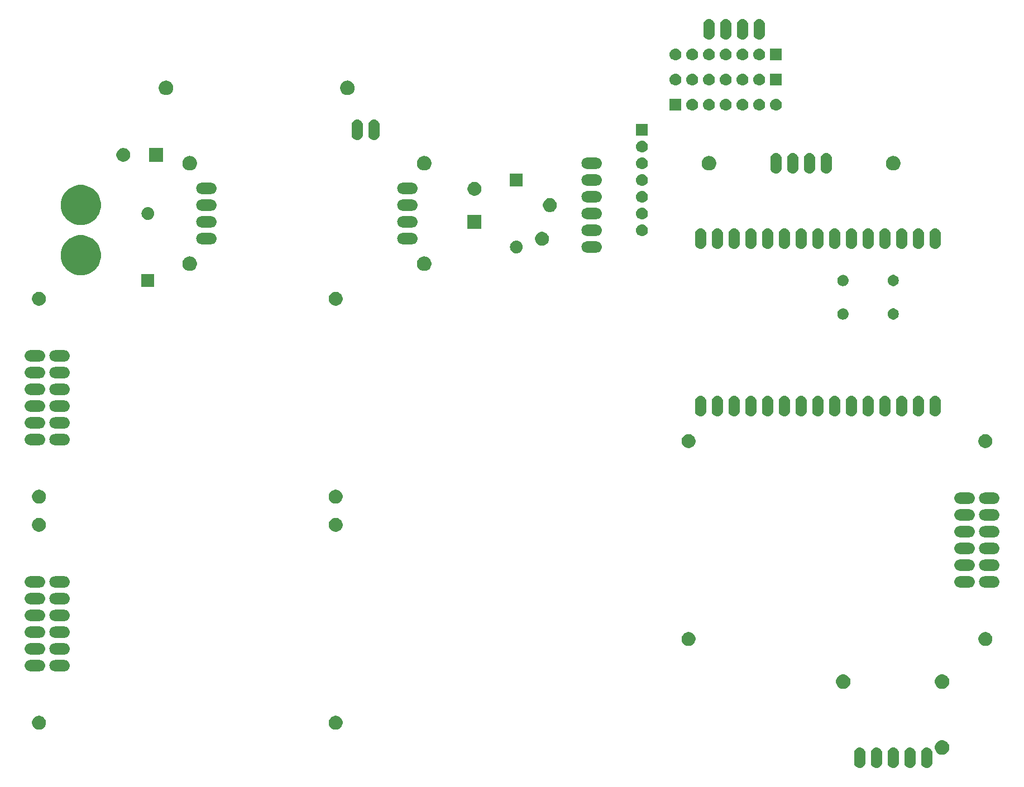
<source format=gbr>
G04 #@! TF.GenerationSoftware,KiCad,Pcbnew,5.1.4-e60b266~84~ubuntu18.04.1*
G04 #@! TF.CreationDate,2019-08-23T00:28:12+02:00*
G04 #@! TF.ProjectId,2020,32303230-2e6b-4696-9361-645f70636258,rev?*
G04 #@! TF.SameCoordinates,Original*
G04 #@! TF.FileFunction,Soldermask,Bot*
G04 #@! TF.FilePolarity,Negative*
%FSLAX46Y46*%
G04 Gerber Fmt 4.6, Leading zero omitted, Abs format (unit mm)*
G04 Created by KiCad (PCBNEW 5.1.4-e60b266~84~ubuntu18.04.1) date 2019-08-23 00:28:12*
%MOMM*%
%LPD*%
G04 APERTURE LIST*
%ADD10C,0.100000*%
G04 APERTURE END LIST*
D10*
G36*
X155106822Y-128001313D02*
G01*
X155267241Y-128049976D01*
X155415077Y-128128995D01*
X155544659Y-128235341D01*
X155651004Y-128364922D01*
X155651005Y-128364924D01*
X155730024Y-128512758D01*
X155778687Y-128673177D01*
X155791000Y-128798196D01*
X155791000Y-130281804D01*
X155778687Y-130406823D01*
X155730024Y-130567242D01*
X155659114Y-130699906D01*
X155651004Y-130715078D01*
X155544659Y-130844659D01*
X155415078Y-130951004D01*
X155415076Y-130951005D01*
X155267242Y-131030024D01*
X155106823Y-131078687D01*
X154940000Y-131095117D01*
X154773178Y-131078687D01*
X154612759Y-131030024D01*
X154464925Y-130951005D01*
X154464923Y-130951004D01*
X154335342Y-130844659D01*
X154228997Y-130715078D01*
X154220887Y-130699906D01*
X154149977Y-130567242D01*
X154101314Y-130406823D01*
X154089001Y-130281804D01*
X154089000Y-128798197D01*
X154101313Y-128673178D01*
X154149976Y-128512759D01*
X154228995Y-128364923D01*
X154335341Y-128235341D01*
X154464922Y-128128996D01*
X154480094Y-128120886D01*
X154612758Y-128049976D01*
X154773177Y-128001313D01*
X154940000Y-127984883D01*
X155106822Y-128001313D01*
X155106822Y-128001313D01*
G37*
G36*
X150026822Y-128001314D02*
G01*
X150157379Y-128040918D01*
X150187235Y-128049975D01*
X150187241Y-128049977D01*
X150335077Y-128128996D01*
X150464658Y-128235341D01*
X150464659Y-128235342D01*
X150571004Y-128364923D01*
X150571005Y-128364925D01*
X150650024Y-128512759D01*
X150698687Y-128673178D01*
X150711000Y-128798197D01*
X150711000Y-130281803D01*
X150698687Y-130406822D01*
X150650024Y-130567241D01*
X150650023Y-130567242D01*
X150571004Y-130715077D01*
X150464659Y-130844658D01*
X150335078Y-130951003D01*
X150335076Y-130951004D01*
X150187242Y-131030023D01*
X150187239Y-131030024D01*
X150157380Y-131039082D01*
X150026823Y-131078686D01*
X149860000Y-131095116D01*
X149693178Y-131078686D01*
X149562621Y-131039082D01*
X149532762Y-131030024D01*
X149532759Y-131030023D01*
X149384925Y-130951004D01*
X149384923Y-130951003D01*
X149255342Y-130844658D01*
X149148997Y-130715077D01*
X149069978Y-130567242D01*
X149069977Y-130567241D01*
X149021314Y-130406822D01*
X149009001Y-130281803D01*
X149009000Y-128798198D01*
X149021313Y-128673179D01*
X149069976Y-128512760D01*
X149148995Y-128364924D01*
X149255341Y-128235342D01*
X149255342Y-128235341D01*
X149384922Y-128128997D01*
X149400094Y-128120887D01*
X149532758Y-128049977D01*
X149532765Y-128049975D01*
X149562620Y-128040918D01*
X149693177Y-128001314D01*
X149860000Y-127984884D01*
X150026822Y-128001314D01*
X150026822Y-128001314D01*
G37*
G36*
X152566822Y-128001314D02*
G01*
X152697379Y-128040918D01*
X152727235Y-128049975D01*
X152727241Y-128049977D01*
X152875077Y-128128996D01*
X153004658Y-128235341D01*
X153004659Y-128235342D01*
X153111004Y-128364923D01*
X153111005Y-128364925D01*
X153190024Y-128512759D01*
X153238687Y-128673178D01*
X153251000Y-128798197D01*
X153251000Y-130281803D01*
X153238687Y-130406822D01*
X153190024Y-130567241D01*
X153190023Y-130567242D01*
X153111004Y-130715077D01*
X153004659Y-130844658D01*
X152875078Y-130951003D01*
X152875076Y-130951004D01*
X152727242Y-131030023D01*
X152727239Y-131030024D01*
X152697380Y-131039082D01*
X152566823Y-131078686D01*
X152400000Y-131095116D01*
X152233178Y-131078686D01*
X152102621Y-131039082D01*
X152072762Y-131030024D01*
X152072759Y-131030023D01*
X151924925Y-130951004D01*
X151924923Y-130951003D01*
X151795342Y-130844658D01*
X151688997Y-130715077D01*
X151609978Y-130567242D01*
X151609977Y-130567241D01*
X151561314Y-130406822D01*
X151549001Y-130281803D01*
X151549000Y-128798198D01*
X151561313Y-128673179D01*
X151609976Y-128512760D01*
X151688995Y-128364924D01*
X151795341Y-128235342D01*
X151795342Y-128235341D01*
X151924922Y-128128997D01*
X151940094Y-128120887D01*
X152072758Y-128049977D01*
X152072765Y-128049975D01*
X152102620Y-128040918D01*
X152233177Y-128001314D01*
X152400000Y-127984884D01*
X152566822Y-128001314D01*
X152566822Y-128001314D01*
G37*
G36*
X160186822Y-128001314D02*
G01*
X160317379Y-128040918D01*
X160347235Y-128049975D01*
X160347241Y-128049977D01*
X160495077Y-128128996D01*
X160624658Y-128235341D01*
X160624659Y-128235342D01*
X160731004Y-128364923D01*
X160731005Y-128364925D01*
X160810024Y-128512759D01*
X160858687Y-128673178D01*
X160871000Y-128798197D01*
X160871000Y-130281803D01*
X160858687Y-130406822D01*
X160810024Y-130567241D01*
X160810023Y-130567242D01*
X160731004Y-130715077D01*
X160624659Y-130844658D01*
X160495078Y-130951003D01*
X160495076Y-130951004D01*
X160347242Y-131030023D01*
X160347239Y-131030024D01*
X160317380Y-131039082D01*
X160186823Y-131078686D01*
X160020000Y-131095116D01*
X159853178Y-131078686D01*
X159722621Y-131039082D01*
X159692762Y-131030024D01*
X159692759Y-131030023D01*
X159544925Y-130951004D01*
X159544923Y-130951003D01*
X159415342Y-130844658D01*
X159308997Y-130715077D01*
X159229978Y-130567242D01*
X159229977Y-130567241D01*
X159181314Y-130406822D01*
X159169001Y-130281803D01*
X159169000Y-128798198D01*
X159181313Y-128673179D01*
X159229976Y-128512760D01*
X159308995Y-128364924D01*
X159415341Y-128235342D01*
X159415342Y-128235341D01*
X159544922Y-128128997D01*
X159560094Y-128120887D01*
X159692758Y-128049977D01*
X159692765Y-128049975D01*
X159722620Y-128040918D01*
X159853177Y-128001314D01*
X160020000Y-127984884D01*
X160186822Y-128001314D01*
X160186822Y-128001314D01*
G37*
G36*
X157646822Y-128001314D02*
G01*
X157777379Y-128040918D01*
X157807235Y-128049975D01*
X157807241Y-128049977D01*
X157955077Y-128128996D01*
X158084658Y-128235341D01*
X158084659Y-128235342D01*
X158191004Y-128364923D01*
X158191005Y-128364925D01*
X158270024Y-128512759D01*
X158318687Y-128673178D01*
X158331000Y-128798197D01*
X158331000Y-130281803D01*
X158318687Y-130406822D01*
X158270024Y-130567241D01*
X158270023Y-130567242D01*
X158191004Y-130715077D01*
X158084659Y-130844658D01*
X157955078Y-130951003D01*
X157955076Y-130951004D01*
X157807242Y-131030023D01*
X157807239Y-131030024D01*
X157777380Y-131039082D01*
X157646823Y-131078686D01*
X157480000Y-131095116D01*
X157313178Y-131078686D01*
X157182621Y-131039082D01*
X157152762Y-131030024D01*
X157152759Y-131030023D01*
X157004925Y-130951004D01*
X157004923Y-130951003D01*
X156875342Y-130844658D01*
X156768997Y-130715077D01*
X156689978Y-130567242D01*
X156689977Y-130567241D01*
X156641314Y-130406822D01*
X156629001Y-130281803D01*
X156629000Y-128798198D01*
X156641313Y-128673179D01*
X156689976Y-128512760D01*
X156768995Y-128364924D01*
X156875341Y-128235342D01*
X156875342Y-128235341D01*
X157004922Y-128128997D01*
X157020094Y-128120887D01*
X157152758Y-128049977D01*
X157152765Y-128049975D01*
X157182620Y-128040918D01*
X157313177Y-128001314D01*
X157480000Y-127984884D01*
X157646822Y-128001314D01*
X157646822Y-128001314D01*
G37*
G36*
X162564736Y-126910155D02*
G01*
X162671092Y-126931311D01*
X162871462Y-127014307D01*
X163051786Y-127134795D01*
X163205147Y-127288156D01*
X163325635Y-127468480D01*
X163325635Y-127468481D01*
X163408631Y-127668850D01*
X163450942Y-127881561D01*
X163450942Y-128098439D01*
X163408631Y-128311150D01*
X163325635Y-128511520D01*
X163205147Y-128691844D01*
X163051786Y-128845205D01*
X162871462Y-128965693D01*
X162771276Y-129007191D01*
X162671092Y-129048689D01*
X162564737Y-129069844D01*
X162458382Y-129091000D01*
X162241502Y-129091000D01*
X162135147Y-129069844D01*
X162028792Y-129048689D01*
X161928608Y-129007191D01*
X161828422Y-128965693D01*
X161648098Y-128845205D01*
X161494737Y-128691844D01*
X161374249Y-128511520D01*
X161291253Y-128311150D01*
X161248942Y-128098439D01*
X161248942Y-127881561D01*
X161291253Y-127668850D01*
X161374249Y-127468481D01*
X161374249Y-127468480D01*
X161494737Y-127288156D01*
X161648098Y-127134795D01*
X161828422Y-127014307D01*
X162028792Y-126931311D01*
X162135148Y-126910155D01*
X162241502Y-126889000D01*
X162458382Y-126889000D01*
X162564736Y-126910155D01*
X162564736Y-126910155D01*
G37*
G36*
X25706564Y-123209389D02*
G01*
X25897833Y-123288615D01*
X25897835Y-123288616D01*
X26069973Y-123403635D01*
X26216365Y-123550027D01*
X26331385Y-123722167D01*
X26410611Y-123913436D01*
X26451000Y-124116484D01*
X26451000Y-124323516D01*
X26410611Y-124526564D01*
X26331385Y-124717833D01*
X26331384Y-124717835D01*
X26216365Y-124889973D01*
X26069973Y-125036365D01*
X25897835Y-125151384D01*
X25897834Y-125151385D01*
X25897833Y-125151385D01*
X25706564Y-125230611D01*
X25503516Y-125271000D01*
X25296484Y-125271000D01*
X25093436Y-125230611D01*
X24902167Y-125151385D01*
X24902166Y-125151385D01*
X24902165Y-125151384D01*
X24730027Y-125036365D01*
X24583635Y-124889973D01*
X24468616Y-124717835D01*
X24468615Y-124717833D01*
X24389389Y-124526564D01*
X24349000Y-124323516D01*
X24349000Y-124116484D01*
X24389389Y-123913436D01*
X24468615Y-123722167D01*
X24583635Y-123550027D01*
X24730027Y-123403635D01*
X24902165Y-123288616D01*
X24902167Y-123288615D01*
X25093436Y-123209389D01*
X25296484Y-123169000D01*
X25503516Y-123169000D01*
X25706564Y-123209389D01*
X25706564Y-123209389D01*
G37*
G36*
X70706564Y-123209389D02*
G01*
X70897833Y-123288615D01*
X70897835Y-123288616D01*
X71069973Y-123403635D01*
X71216365Y-123550027D01*
X71331385Y-123722167D01*
X71410611Y-123913436D01*
X71451000Y-124116484D01*
X71451000Y-124323516D01*
X71410611Y-124526564D01*
X71331385Y-124717833D01*
X71331384Y-124717835D01*
X71216365Y-124889973D01*
X71069973Y-125036365D01*
X70897835Y-125151384D01*
X70897834Y-125151385D01*
X70897833Y-125151385D01*
X70706564Y-125230611D01*
X70503516Y-125271000D01*
X70296484Y-125271000D01*
X70093436Y-125230611D01*
X69902167Y-125151385D01*
X69902166Y-125151385D01*
X69902165Y-125151384D01*
X69730027Y-125036365D01*
X69583635Y-124889973D01*
X69468616Y-124717835D01*
X69468615Y-124717833D01*
X69389389Y-124526564D01*
X69349000Y-124323516D01*
X69349000Y-124116484D01*
X69389389Y-123913436D01*
X69468615Y-123722167D01*
X69583635Y-123550027D01*
X69730027Y-123403635D01*
X69902165Y-123288616D01*
X69902167Y-123288615D01*
X70093436Y-123209389D01*
X70296484Y-123169000D01*
X70503516Y-123169000D01*
X70706564Y-123209389D01*
X70706564Y-123209389D01*
G37*
G36*
X147564766Y-116910155D02*
G01*
X147671122Y-116931311D01*
X147871492Y-117014307D01*
X148051816Y-117134795D01*
X148205177Y-117288156D01*
X148325665Y-117468480D01*
X148408661Y-117668851D01*
X148450972Y-117881560D01*
X148450972Y-118098440D01*
X148408661Y-118311149D01*
X148325665Y-118511520D01*
X148205177Y-118691844D01*
X148051816Y-118845205D01*
X147871492Y-118965693D01*
X147771306Y-119007191D01*
X147671122Y-119048689D01*
X147564767Y-119069844D01*
X147458412Y-119091000D01*
X147241532Y-119091000D01*
X147135177Y-119069844D01*
X147028822Y-119048689D01*
X146928638Y-119007191D01*
X146828452Y-118965693D01*
X146648128Y-118845205D01*
X146494767Y-118691844D01*
X146374279Y-118511520D01*
X146291283Y-118311149D01*
X146248972Y-118098440D01*
X146248972Y-117881560D01*
X146291283Y-117668851D01*
X146374279Y-117468480D01*
X146494767Y-117288156D01*
X146648128Y-117134795D01*
X146828452Y-117014307D01*
X147028822Y-116931311D01*
X147135178Y-116910155D01*
X147241532Y-116889000D01*
X147458412Y-116889000D01*
X147564766Y-116910155D01*
X147564766Y-116910155D01*
G37*
G36*
X162564736Y-116910155D02*
G01*
X162671092Y-116931311D01*
X162871462Y-117014307D01*
X163051786Y-117134795D01*
X163205147Y-117288156D01*
X163325635Y-117468480D01*
X163408631Y-117668851D01*
X163450942Y-117881560D01*
X163450942Y-118098440D01*
X163408631Y-118311149D01*
X163325635Y-118511520D01*
X163205147Y-118691844D01*
X163051786Y-118845205D01*
X162871462Y-118965693D01*
X162771276Y-119007191D01*
X162671092Y-119048689D01*
X162564737Y-119069844D01*
X162458382Y-119091000D01*
X162241502Y-119091000D01*
X162135147Y-119069844D01*
X162028792Y-119048689D01*
X161928608Y-119007191D01*
X161828422Y-118965693D01*
X161648098Y-118845205D01*
X161494737Y-118691844D01*
X161374249Y-118511520D01*
X161291253Y-118311149D01*
X161248942Y-118098440D01*
X161248942Y-117881560D01*
X161291253Y-117668851D01*
X161374249Y-117468480D01*
X161494737Y-117288156D01*
X161648098Y-117134795D01*
X161828422Y-117014307D01*
X162028792Y-116931311D01*
X162135148Y-116910155D01*
X162241502Y-116889000D01*
X162458382Y-116889000D01*
X162564736Y-116910155D01*
X162564736Y-116910155D01*
G37*
G36*
X29406823Y-114731313D02*
G01*
X29567242Y-114779976D01*
X29699906Y-114850886D01*
X29715078Y-114858996D01*
X29844659Y-114965341D01*
X29951004Y-115094922D01*
X29951005Y-115094924D01*
X30030024Y-115242758D01*
X30078687Y-115403177D01*
X30095117Y-115570000D01*
X30078687Y-115736823D01*
X30030024Y-115897242D01*
X29959114Y-116029906D01*
X29951004Y-116045078D01*
X29844659Y-116174659D01*
X29715078Y-116281004D01*
X29715076Y-116281005D01*
X29567242Y-116360024D01*
X29406823Y-116408687D01*
X29281804Y-116421000D01*
X27798196Y-116421000D01*
X27673177Y-116408687D01*
X27512758Y-116360024D01*
X27364924Y-116281005D01*
X27364922Y-116281004D01*
X27235341Y-116174659D01*
X27128996Y-116045078D01*
X27120886Y-116029906D01*
X27049976Y-115897242D01*
X27001313Y-115736823D01*
X26984883Y-115570000D01*
X27001313Y-115403177D01*
X27049976Y-115242758D01*
X27128995Y-115094924D01*
X27128996Y-115094922D01*
X27235341Y-114965341D01*
X27364922Y-114858996D01*
X27380094Y-114850886D01*
X27512758Y-114779976D01*
X27673177Y-114731313D01*
X27798196Y-114719000D01*
X29281804Y-114719000D01*
X29406823Y-114731313D01*
X29406823Y-114731313D01*
G37*
G36*
X25666823Y-114731313D02*
G01*
X25827242Y-114779976D01*
X25959906Y-114850886D01*
X25975078Y-114858996D01*
X26104659Y-114965341D01*
X26211004Y-115094922D01*
X26211005Y-115094924D01*
X26290024Y-115242758D01*
X26338687Y-115403177D01*
X26355117Y-115570000D01*
X26338687Y-115736823D01*
X26290024Y-115897242D01*
X26219114Y-116029906D01*
X26211004Y-116045078D01*
X26104659Y-116174659D01*
X25975078Y-116281004D01*
X25975076Y-116281005D01*
X25827242Y-116360024D01*
X25666823Y-116408687D01*
X25541804Y-116421000D01*
X24058196Y-116421000D01*
X23933177Y-116408687D01*
X23772758Y-116360024D01*
X23624924Y-116281005D01*
X23624922Y-116281004D01*
X23495341Y-116174659D01*
X23388996Y-116045078D01*
X23380886Y-116029906D01*
X23309976Y-115897242D01*
X23261313Y-115736823D01*
X23244883Y-115570000D01*
X23261313Y-115403177D01*
X23309976Y-115242758D01*
X23388995Y-115094924D01*
X23388996Y-115094922D01*
X23495341Y-114965341D01*
X23624922Y-114858996D01*
X23640094Y-114850886D01*
X23772758Y-114779976D01*
X23933177Y-114731313D01*
X24058196Y-114719000D01*
X25541804Y-114719000D01*
X25666823Y-114731313D01*
X25666823Y-114731313D01*
G37*
G36*
X29406823Y-112191313D02*
G01*
X29567242Y-112239976D01*
X29699906Y-112310886D01*
X29715078Y-112318996D01*
X29844659Y-112425341D01*
X29951004Y-112554922D01*
X29951005Y-112554924D01*
X30030024Y-112702758D01*
X30078687Y-112863177D01*
X30095117Y-113030000D01*
X30078687Y-113196823D01*
X30030024Y-113357242D01*
X29959114Y-113489906D01*
X29951004Y-113505078D01*
X29844659Y-113634659D01*
X29715078Y-113741004D01*
X29715076Y-113741005D01*
X29567242Y-113820024D01*
X29406823Y-113868687D01*
X29281804Y-113881000D01*
X27798196Y-113881000D01*
X27673177Y-113868687D01*
X27512758Y-113820024D01*
X27364924Y-113741005D01*
X27364922Y-113741004D01*
X27235341Y-113634659D01*
X27128996Y-113505078D01*
X27120886Y-113489906D01*
X27049976Y-113357242D01*
X27001313Y-113196823D01*
X26984883Y-113030000D01*
X27001313Y-112863177D01*
X27049976Y-112702758D01*
X27128995Y-112554924D01*
X27128996Y-112554922D01*
X27235341Y-112425341D01*
X27364922Y-112318996D01*
X27380094Y-112310886D01*
X27512758Y-112239976D01*
X27673177Y-112191313D01*
X27798196Y-112179000D01*
X29281804Y-112179000D01*
X29406823Y-112191313D01*
X29406823Y-112191313D01*
G37*
G36*
X25666823Y-112191313D02*
G01*
X25827242Y-112239976D01*
X25959906Y-112310886D01*
X25975078Y-112318996D01*
X26104659Y-112425341D01*
X26211004Y-112554922D01*
X26211005Y-112554924D01*
X26290024Y-112702758D01*
X26338687Y-112863177D01*
X26355117Y-113030000D01*
X26338687Y-113196823D01*
X26290024Y-113357242D01*
X26219114Y-113489906D01*
X26211004Y-113505078D01*
X26104659Y-113634659D01*
X25975078Y-113741004D01*
X25975076Y-113741005D01*
X25827242Y-113820024D01*
X25666823Y-113868687D01*
X25541804Y-113881000D01*
X24058196Y-113881000D01*
X23933177Y-113868687D01*
X23772758Y-113820024D01*
X23624924Y-113741005D01*
X23624922Y-113741004D01*
X23495341Y-113634659D01*
X23388996Y-113505078D01*
X23380886Y-113489906D01*
X23309976Y-113357242D01*
X23261313Y-113196823D01*
X23244883Y-113030000D01*
X23261313Y-112863177D01*
X23309976Y-112702758D01*
X23388995Y-112554924D01*
X23388996Y-112554922D01*
X23495341Y-112425341D01*
X23624922Y-112318996D01*
X23640094Y-112310886D01*
X23772758Y-112239976D01*
X23933177Y-112191313D01*
X24058196Y-112179000D01*
X25541804Y-112179000D01*
X25666823Y-112191313D01*
X25666823Y-112191313D01*
G37*
G36*
X169216564Y-110509389D02*
G01*
X169407833Y-110588615D01*
X169407835Y-110588616D01*
X169579973Y-110703635D01*
X169726365Y-110850027D01*
X169803240Y-110965078D01*
X169841385Y-111022167D01*
X169920611Y-111213436D01*
X169961000Y-111416484D01*
X169961000Y-111623516D01*
X169920611Y-111826564D01*
X169841385Y-112017833D01*
X169841384Y-112017835D01*
X169726365Y-112189973D01*
X169579973Y-112336365D01*
X169407835Y-112451384D01*
X169407834Y-112451385D01*
X169407833Y-112451385D01*
X169216564Y-112530611D01*
X169013516Y-112571000D01*
X168806484Y-112571000D01*
X168603436Y-112530611D01*
X168412167Y-112451385D01*
X168412166Y-112451385D01*
X168412165Y-112451384D01*
X168240027Y-112336365D01*
X168093635Y-112189973D01*
X167978616Y-112017835D01*
X167978615Y-112017833D01*
X167899389Y-111826564D01*
X167859000Y-111623516D01*
X167859000Y-111416484D01*
X167899389Y-111213436D01*
X167978615Y-111022167D01*
X168016761Y-110965078D01*
X168093635Y-110850027D01*
X168240027Y-110703635D01*
X168412165Y-110588616D01*
X168412167Y-110588615D01*
X168603436Y-110509389D01*
X168806484Y-110469000D01*
X169013516Y-110469000D01*
X169216564Y-110509389D01*
X169216564Y-110509389D01*
G37*
G36*
X124216564Y-110509389D02*
G01*
X124407833Y-110588615D01*
X124407835Y-110588616D01*
X124579973Y-110703635D01*
X124726365Y-110850027D01*
X124803240Y-110965078D01*
X124841385Y-111022167D01*
X124920611Y-111213436D01*
X124961000Y-111416484D01*
X124961000Y-111623516D01*
X124920611Y-111826564D01*
X124841385Y-112017833D01*
X124841384Y-112017835D01*
X124726365Y-112189973D01*
X124579973Y-112336365D01*
X124407835Y-112451384D01*
X124407834Y-112451385D01*
X124407833Y-112451385D01*
X124216564Y-112530611D01*
X124013516Y-112571000D01*
X123806484Y-112571000D01*
X123603436Y-112530611D01*
X123412167Y-112451385D01*
X123412166Y-112451385D01*
X123412165Y-112451384D01*
X123240027Y-112336365D01*
X123093635Y-112189973D01*
X122978616Y-112017835D01*
X122978615Y-112017833D01*
X122899389Y-111826564D01*
X122859000Y-111623516D01*
X122859000Y-111416484D01*
X122899389Y-111213436D01*
X122978615Y-111022167D01*
X123016761Y-110965078D01*
X123093635Y-110850027D01*
X123240027Y-110703635D01*
X123412165Y-110588616D01*
X123412167Y-110588615D01*
X123603436Y-110509389D01*
X123806484Y-110469000D01*
X124013516Y-110469000D01*
X124216564Y-110509389D01*
X124216564Y-110509389D01*
G37*
G36*
X25666823Y-109651313D02*
G01*
X25827242Y-109699976D01*
X25959906Y-109770886D01*
X25975078Y-109778996D01*
X26104659Y-109885341D01*
X26211004Y-110014922D01*
X26211005Y-110014924D01*
X26290024Y-110162758D01*
X26338687Y-110323177D01*
X26355117Y-110490000D01*
X26338687Y-110656823D01*
X26290024Y-110817242D01*
X26272500Y-110850027D01*
X26211004Y-110965078D01*
X26104659Y-111094659D01*
X25975078Y-111201004D01*
X25975076Y-111201005D01*
X25827242Y-111280024D01*
X25666823Y-111328687D01*
X25541804Y-111341000D01*
X24058196Y-111341000D01*
X23933177Y-111328687D01*
X23772758Y-111280024D01*
X23624924Y-111201005D01*
X23624922Y-111201004D01*
X23495341Y-111094659D01*
X23388996Y-110965078D01*
X23327500Y-110850027D01*
X23309976Y-110817242D01*
X23261313Y-110656823D01*
X23244883Y-110490000D01*
X23261313Y-110323177D01*
X23309976Y-110162758D01*
X23388995Y-110014924D01*
X23388996Y-110014922D01*
X23495341Y-109885341D01*
X23624922Y-109778996D01*
X23640094Y-109770886D01*
X23772758Y-109699976D01*
X23933177Y-109651313D01*
X24058196Y-109639000D01*
X25541804Y-109639000D01*
X25666823Y-109651313D01*
X25666823Y-109651313D01*
G37*
G36*
X29406823Y-109651313D02*
G01*
X29567242Y-109699976D01*
X29699906Y-109770886D01*
X29715078Y-109778996D01*
X29844659Y-109885341D01*
X29951004Y-110014922D01*
X29951005Y-110014924D01*
X30030024Y-110162758D01*
X30078687Y-110323177D01*
X30095117Y-110490000D01*
X30078687Y-110656823D01*
X30030024Y-110817242D01*
X30012500Y-110850027D01*
X29951004Y-110965078D01*
X29844659Y-111094659D01*
X29715078Y-111201004D01*
X29715076Y-111201005D01*
X29567242Y-111280024D01*
X29406823Y-111328687D01*
X29281804Y-111341000D01*
X27798196Y-111341000D01*
X27673177Y-111328687D01*
X27512758Y-111280024D01*
X27364924Y-111201005D01*
X27364922Y-111201004D01*
X27235341Y-111094659D01*
X27128996Y-110965078D01*
X27067500Y-110850027D01*
X27049976Y-110817242D01*
X27001313Y-110656823D01*
X26984883Y-110490000D01*
X27001313Y-110323177D01*
X27049976Y-110162758D01*
X27128995Y-110014924D01*
X27128996Y-110014922D01*
X27235341Y-109885341D01*
X27364922Y-109778996D01*
X27380094Y-109770886D01*
X27512758Y-109699976D01*
X27673177Y-109651313D01*
X27798196Y-109639000D01*
X29281804Y-109639000D01*
X29406823Y-109651313D01*
X29406823Y-109651313D01*
G37*
G36*
X29406823Y-107111313D02*
G01*
X29567242Y-107159976D01*
X29699906Y-107230886D01*
X29715078Y-107238996D01*
X29844659Y-107345341D01*
X29951004Y-107474922D01*
X29951005Y-107474924D01*
X30030024Y-107622758D01*
X30078687Y-107783177D01*
X30095117Y-107950000D01*
X30078687Y-108116823D01*
X30030024Y-108277242D01*
X29959114Y-108409906D01*
X29951004Y-108425078D01*
X29844659Y-108554659D01*
X29715078Y-108661004D01*
X29715076Y-108661005D01*
X29567242Y-108740024D01*
X29406823Y-108788687D01*
X29281804Y-108801000D01*
X27798196Y-108801000D01*
X27673177Y-108788687D01*
X27512758Y-108740024D01*
X27364924Y-108661005D01*
X27364922Y-108661004D01*
X27235341Y-108554659D01*
X27128996Y-108425078D01*
X27120886Y-108409906D01*
X27049976Y-108277242D01*
X27001313Y-108116823D01*
X26984883Y-107950000D01*
X27001313Y-107783177D01*
X27049976Y-107622758D01*
X27128995Y-107474924D01*
X27128996Y-107474922D01*
X27235341Y-107345341D01*
X27364922Y-107238996D01*
X27380094Y-107230886D01*
X27512758Y-107159976D01*
X27673177Y-107111313D01*
X27798196Y-107099000D01*
X29281804Y-107099000D01*
X29406823Y-107111313D01*
X29406823Y-107111313D01*
G37*
G36*
X25666823Y-107111313D02*
G01*
X25827242Y-107159976D01*
X25959906Y-107230886D01*
X25975078Y-107238996D01*
X26104659Y-107345341D01*
X26211004Y-107474922D01*
X26211005Y-107474924D01*
X26290024Y-107622758D01*
X26338687Y-107783177D01*
X26355117Y-107950000D01*
X26338687Y-108116823D01*
X26290024Y-108277242D01*
X26219114Y-108409906D01*
X26211004Y-108425078D01*
X26104659Y-108554659D01*
X25975078Y-108661004D01*
X25975076Y-108661005D01*
X25827242Y-108740024D01*
X25666823Y-108788687D01*
X25541804Y-108801000D01*
X24058196Y-108801000D01*
X23933177Y-108788687D01*
X23772758Y-108740024D01*
X23624924Y-108661005D01*
X23624922Y-108661004D01*
X23495341Y-108554659D01*
X23388996Y-108425078D01*
X23380886Y-108409906D01*
X23309976Y-108277242D01*
X23261313Y-108116823D01*
X23244883Y-107950000D01*
X23261313Y-107783177D01*
X23309976Y-107622758D01*
X23388995Y-107474924D01*
X23388996Y-107474922D01*
X23495341Y-107345341D01*
X23624922Y-107238996D01*
X23640094Y-107230886D01*
X23772758Y-107159976D01*
X23933177Y-107111313D01*
X24058196Y-107099000D01*
X25541804Y-107099000D01*
X25666823Y-107111313D01*
X25666823Y-107111313D01*
G37*
G36*
X29406823Y-104571313D02*
G01*
X29567242Y-104619976D01*
X29699906Y-104690886D01*
X29715078Y-104698996D01*
X29844659Y-104805341D01*
X29951004Y-104934922D01*
X29951005Y-104934924D01*
X30030024Y-105082758D01*
X30078687Y-105243177D01*
X30095117Y-105410000D01*
X30078687Y-105576823D01*
X30030024Y-105737242D01*
X29959114Y-105869906D01*
X29951004Y-105885078D01*
X29844659Y-106014659D01*
X29715078Y-106121004D01*
X29715076Y-106121005D01*
X29567242Y-106200024D01*
X29406823Y-106248687D01*
X29281804Y-106261000D01*
X27798196Y-106261000D01*
X27673177Y-106248687D01*
X27512758Y-106200024D01*
X27364924Y-106121005D01*
X27364922Y-106121004D01*
X27235341Y-106014659D01*
X27128996Y-105885078D01*
X27120886Y-105869906D01*
X27049976Y-105737242D01*
X27001313Y-105576823D01*
X26984883Y-105410000D01*
X27001313Y-105243177D01*
X27049976Y-105082758D01*
X27128995Y-104934924D01*
X27128996Y-104934922D01*
X27235341Y-104805341D01*
X27364922Y-104698996D01*
X27380094Y-104690886D01*
X27512758Y-104619976D01*
X27673177Y-104571313D01*
X27798196Y-104559000D01*
X29281804Y-104559000D01*
X29406823Y-104571313D01*
X29406823Y-104571313D01*
G37*
G36*
X25666823Y-104571313D02*
G01*
X25827242Y-104619976D01*
X25959906Y-104690886D01*
X25975078Y-104698996D01*
X26104659Y-104805341D01*
X26211004Y-104934922D01*
X26211005Y-104934924D01*
X26290024Y-105082758D01*
X26338687Y-105243177D01*
X26355117Y-105410000D01*
X26338687Y-105576823D01*
X26290024Y-105737242D01*
X26219114Y-105869906D01*
X26211004Y-105885078D01*
X26104659Y-106014659D01*
X25975078Y-106121004D01*
X25975076Y-106121005D01*
X25827242Y-106200024D01*
X25666823Y-106248687D01*
X25541804Y-106261000D01*
X24058196Y-106261000D01*
X23933177Y-106248687D01*
X23772758Y-106200024D01*
X23624924Y-106121005D01*
X23624922Y-106121004D01*
X23495341Y-106014659D01*
X23388996Y-105885078D01*
X23380886Y-105869906D01*
X23309976Y-105737242D01*
X23261313Y-105576823D01*
X23244883Y-105410000D01*
X23261313Y-105243177D01*
X23309976Y-105082758D01*
X23388995Y-104934924D01*
X23388996Y-104934922D01*
X23495341Y-104805341D01*
X23624922Y-104698996D01*
X23640094Y-104690886D01*
X23772758Y-104619976D01*
X23933177Y-104571313D01*
X24058196Y-104559000D01*
X25541804Y-104559000D01*
X25666823Y-104571313D01*
X25666823Y-104571313D01*
G37*
G36*
X170376823Y-102031313D02*
G01*
X170537242Y-102079976D01*
X170669906Y-102150886D01*
X170685078Y-102158996D01*
X170814659Y-102265341D01*
X170921004Y-102394922D01*
X170921005Y-102394924D01*
X171000024Y-102542758D01*
X171048687Y-102703177D01*
X171065117Y-102870000D01*
X171048687Y-103036823D01*
X171000024Y-103197242D01*
X170929114Y-103329906D01*
X170921004Y-103345078D01*
X170814659Y-103474659D01*
X170685078Y-103581004D01*
X170685076Y-103581005D01*
X170537242Y-103660024D01*
X170376823Y-103708687D01*
X170251804Y-103721000D01*
X168768196Y-103721000D01*
X168643177Y-103708687D01*
X168482758Y-103660024D01*
X168334924Y-103581005D01*
X168334922Y-103581004D01*
X168205341Y-103474659D01*
X168098996Y-103345078D01*
X168090886Y-103329906D01*
X168019976Y-103197242D01*
X167971313Y-103036823D01*
X167954883Y-102870000D01*
X167971313Y-102703177D01*
X168019976Y-102542758D01*
X168098995Y-102394924D01*
X168098996Y-102394922D01*
X168205341Y-102265341D01*
X168334922Y-102158996D01*
X168350094Y-102150886D01*
X168482758Y-102079976D01*
X168643177Y-102031313D01*
X168768196Y-102019000D01*
X170251804Y-102019000D01*
X170376823Y-102031313D01*
X170376823Y-102031313D01*
G37*
G36*
X25666823Y-102031313D02*
G01*
X25827242Y-102079976D01*
X25959906Y-102150886D01*
X25975078Y-102158996D01*
X26104659Y-102265341D01*
X26211004Y-102394922D01*
X26211005Y-102394924D01*
X26290024Y-102542758D01*
X26338687Y-102703177D01*
X26355117Y-102870000D01*
X26338687Y-103036823D01*
X26290024Y-103197242D01*
X26219114Y-103329906D01*
X26211004Y-103345078D01*
X26104659Y-103474659D01*
X25975078Y-103581004D01*
X25975076Y-103581005D01*
X25827242Y-103660024D01*
X25666823Y-103708687D01*
X25541804Y-103721000D01*
X24058196Y-103721000D01*
X23933177Y-103708687D01*
X23772758Y-103660024D01*
X23624924Y-103581005D01*
X23624922Y-103581004D01*
X23495341Y-103474659D01*
X23388996Y-103345078D01*
X23380886Y-103329906D01*
X23309976Y-103197242D01*
X23261313Y-103036823D01*
X23244883Y-102870000D01*
X23261313Y-102703177D01*
X23309976Y-102542758D01*
X23388995Y-102394924D01*
X23388996Y-102394922D01*
X23495341Y-102265341D01*
X23624922Y-102158996D01*
X23640094Y-102150886D01*
X23772758Y-102079976D01*
X23933177Y-102031313D01*
X24058196Y-102019000D01*
X25541804Y-102019000D01*
X25666823Y-102031313D01*
X25666823Y-102031313D01*
G37*
G36*
X166636823Y-102031313D02*
G01*
X166797242Y-102079976D01*
X166929906Y-102150886D01*
X166945078Y-102158996D01*
X167074659Y-102265341D01*
X167181004Y-102394922D01*
X167181005Y-102394924D01*
X167260024Y-102542758D01*
X167308687Y-102703177D01*
X167325117Y-102870000D01*
X167308687Y-103036823D01*
X167260024Y-103197242D01*
X167189114Y-103329906D01*
X167181004Y-103345078D01*
X167074659Y-103474659D01*
X166945078Y-103581004D01*
X166945076Y-103581005D01*
X166797242Y-103660024D01*
X166636823Y-103708687D01*
X166511804Y-103721000D01*
X165028196Y-103721000D01*
X164903177Y-103708687D01*
X164742758Y-103660024D01*
X164594924Y-103581005D01*
X164594922Y-103581004D01*
X164465341Y-103474659D01*
X164358996Y-103345078D01*
X164350886Y-103329906D01*
X164279976Y-103197242D01*
X164231313Y-103036823D01*
X164214883Y-102870000D01*
X164231313Y-102703177D01*
X164279976Y-102542758D01*
X164358995Y-102394924D01*
X164358996Y-102394922D01*
X164465341Y-102265341D01*
X164594922Y-102158996D01*
X164610094Y-102150886D01*
X164742758Y-102079976D01*
X164903177Y-102031313D01*
X165028196Y-102019000D01*
X166511804Y-102019000D01*
X166636823Y-102031313D01*
X166636823Y-102031313D01*
G37*
G36*
X29406823Y-102031313D02*
G01*
X29567242Y-102079976D01*
X29699906Y-102150886D01*
X29715078Y-102158996D01*
X29844659Y-102265341D01*
X29951004Y-102394922D01*
X29951005Y-102394924D01*
X30030024Y-102542758D01*
X30078687Y-102703177D01*
X30095117Y-102870000D01*
X30078687Y-103036823D01*
X30030024Y-103197242D01*
X29959114Y-103329906D01*
X29951004Y-103345078D01*
X29844659Y-103474659D01*
X29715078Y-103581004D01*
X29715076Y-103581005D01*
X29567242Y-103660024D01*
X29406823Y-103708687D01*
X29281804Y-103721000D01*
X27798196Y-103721000D01*
X27673177Y-103708687D01*
X27512758Y-103660024D01*
X27364924Y-103581005D01*
X27364922Y-103581004D01*
X27235341Y-103474659D01*
X27128996Y-103345078D01*
X27120886Y-103329906D01*
X27049976Y-103197242D01*
X27001313Y-103036823D01*
X26984883Y-102870000D01*
X27001313Y-102703177D01*
X27049976Y-102542758D01*
X27128995Y-102394924D01*
X27128996Y-102394922D01*
X27235341Y-102265341D01*
X27364922Y-102158996D01*
X27380094Y-102150886D01*
X27512758Y-102079976D01*
X27673177Y-102031313D01*
X27798196Y-102019000D01*
X29281804Y-102019000D01*
X29406823Y-102031313D01*
X29406823Y-102031313D01*
G37*
G36*
X166636823Y-99491313D02*
G01*
X166797242Y-99539976D01*
X166929906Y-99610886D01*
X166945078Y-99618996D01*
X167074659Y-99725341D01*
X167181004Y-99854922D01*
X167181005Y-99854924D01*
X167260024Y-100002758D01*
X167308687Y-100163177D01*
X167325117Y-100330000D01*
X167308687Y-100496823D01*
X167260024Y-100657242D01*
X167189114Y-100789906D01*
X167181004Y-100805078D01*
X167074659Y-100934659D01*
X166945078Y-101041004D01*
X166945076Y-101041005D01*
X166797242Y-101120024D01*
X166636823Y-101168687D01*
X166511804Y-101181000D01*
X165028196Y-101181000D01*
X164903177Y-101168687D01*
X164742758Y-101120024D01*
X164594924Y-101041005D01*
X164594922Y-101041004D01*
X164465341Y-100934659D01*
X164358996Y-100805078D01*
X164350886Y-100789906D01*
X164279976Y-100657242D01*
X164231313Y-100496823D01*
X164214883Y-100330000D01*
X164231313Y-100163177D01*
X164279976Y-100002758D01*
X164358995Y-99854924D01*
X164358996Y-99854922D01*
X164465341Y-99725341D01*
X164594922Y-99618996D01*
X164610094Y-99610886D01*
X164742758Y-99539976D01*
X164903177Y-99491313D01*
X165028196Y-99479000D01*
X166511804Y-99479000D01*
X166636823Y-99491313D01*
X166636823Y-99491313D01*
G37*
G36*
X170376823Y-99491313D02*
G01*
X170537242Y-99539976D01*
X170669906Y-99610886D01*
X170685078Y-99618996D01*
X170814659Y-99725341D01*
X170921004Y-99854922D01*
X170921005Y-99854924D01*
X171000024Y-100002758D01*
X171048687Y-100163177D01*
X171065117Y-100330000D01*
X171048687Y-100496823D01*
X171000024Y-100657242D01*
X170929114Y-100789906D01*
X170921004Y-100805078D01*
X170814659Y-100934659D01*
X170685078Y-101041004D01*
X170685076Y-101041005D01*
X170537242Y-101120024D01*
X170376823Y-101168687D01*
X170251804Y-101181000D01*
X168768196Y-101181000D01*
X168643177Y-101168687D01*
X168482758Y-101120024D01*
X168334924Y-101041005D01*
X168334922Y-101041004D01*
X168205341Y-100934659D01*
X168098996Y-100805078D01*
X168090886Y-100789906D01*
X168019976Y-100657242D01*
X167971313Y-100496823D01*
X167954883Y-100330000D01*
X167971313Y-100163177D01*
X168019976Y-100002758D01*
X168098995Y-99854924D01*
X168098996Y-99854922D01*
X168205341Y-99725341D01*
X168334922Y-99618996D01*
X168350094Y-99610886D01*
X168482758Y-99539976D01*
X168643177Y-99491313D01*
X168768196Y-99479000D01*
X170251804Y-99479000D01*
X170376823Y-99491313D01*
X170376823Y-99491313D01*
G37*
G36*
X170376823Y-96951313D02*
G01*
X170537242Y-96999976D01*
X170669906Y-97070886D01*
X170685078Y-97078996D01*
X170814659Y-97185341D01*
X170921004Y-97314922D01*
X170921005Y-97314924D01*
X171000024Y-97462758D01*
X171048687Y-97623177D01*
X171065117Y-97790000D01*
X171048687Y-97956823D01*
X171000024Y-98117242D01*
X170929114Y-98249906D01*
X170921004Y-98265078D01*
X170814659Y-98394659D01*
X170685078Y-98501004D01*
X170685076Y-98501005D01*
X170537242Y-98580024D01*
X170376823Y-98628687D01*
X170251804Y-98641000D01*
X168768196Y-98641000D01*
X168643177Y-98628687D01*
X168482758Y-98580024D01*
X168334924Y-98501005D01*
X168334922Y-98501004D01*
X168205341Y-98394659D01*
X168098996Y-98265078D01*
X168090886Y-98249906D01*
X168019976Y-98117242D01*
X167971313Y-97956823D01*
X167954883Y-97790000D01*
X167971313Y-97623177D01*
X168019976Y-97462758D01*
X168098995Y-97314924D01*
X168098996Y-97314922D01*
X168205341Y-97185341D01*
X168334922Y-97078996D01*
X168350094Y-97070886D01*
X168482758Y-96999976D01*
X168643177Y-96951313D01*
X168768196Y-96939000D01*
X170251804Y-96939000D01*
X170376823Y-96951313D01*
X170376823Y-96951313D01*
G37*
G36*
X166636823Y-96951313D02*
G01*
X166797242Y-96999976D01*
X166929906Y-97070886D01*
X166945078Y-97078996D01*
X167074659Y-97185341D01*
X167181004Y-97314922D01*
X167181005Y-97314924D01*
X167260024Y-97462758D01*
X167308687Y-97623177D01*
X167325117Y-97790000D01*
X167308687Y-97956823D01*
X167260024Y-98117242D01*
X167189114Y-98249906D01*
X167181004Y-98265078D01*
X167074659Y-98394659D01*
X166945078Y-98501004D01*
X166945076Y-98501005D01*
X166797242Y-98580024D01*
X166636823Y-98628687D01*
X166511804Y-98641000D01*
X165028196Y-98641000D01*
X164903177Y-98628687D01*
X164742758Y-98580024D01*
X164594924Y-98501005D01*
X164594922Y-98501004D01*
X164465341Y-98394659D01*
X164358996Y-98265078D01*
X164350886Y-98249906D01*
X164279976Y-98117242D01*
X164231313Y-97956823D01*
X164214883Y-97790000D01*
X164231313Y-97623177D01*
X164279976Y-97462758D01*
X164358995Y-97314924D01*
X164358996Y-97314922D01*
X164465341Y-97185341D01*
X164594922Y-97078996D01*
X164610094Y-97070886D01*
X164742758Y-96999976D01*
X164903177Y-96951313D01*
X165028196Y-96939000D01*
X166511804Y-96939000D01*
X166636823Y-96951313D01*
X166636823Y-96951313D01*
G37*
G36*
X170376823Y-94411313D02*
G01*
X170537242Y-94459976D01*
X170661819Y-94526564D01*
X170685078Y-94538996D01*
X170814659Y-94645341D01*
X170921004Y-94774922D01*
X170921005Y-94774924D01*
X171000024Y-94922758D01*
X171048687Y-95083177D01*
X171065117Y-95250000D01*
X171048687Y-95416823D01*
X171000024Y-95577242D01*
X170929114Y-95709906D01*
X170921004Y-95725078D01*
X170814659Y-95854659D01*
X170685078Y-95961004D01*
X170685076Y-95961005D01*
X170537242Y-96040024D01*
X170376823Y-96088687D01*
X170251804Y-96101000D01*
X168768196Y-96101000D01*
X168643177Y-96088687D01*
X168482758Y-96040024D01*
X168334924Y-95961005D01*
X168334922Y-95961004D01*
X168205341Y-95854659D01*
X168098996Y-95725078D01*
X168090886Y-95709906D01*
X168019976Y-95577242D01*
X167971313Y-95416823D01*
X167954883Y-95250000D01*
X167971313Y-95083177D01*
X168019976Y-94922758D01*
X168098995Y-94774924D01*
X168098996Y-94774922D01*
X168205341Y-94645341D01*
X168334922Y-94538996D01*
X168358181Y-94526564D01*
X168482758Y-94459976D01*
X168643177Y-94411313D01*
X168768196Y-94399000D01*
X170251804Y-94399000D01*
X170376823Y-94411313D01*
X170376823Y-94411313D01*
G37*
G36*
X166636823Y-94411313D02*
G01*
X166797242Y-94459976D01*
X166921819Y-94526564D01*
X166945078Y-94538996D01*
X167074659Y-94645341D01*
X167181004Y-94774922D01*
X167181005Y-94774924D01*
X167260024Y-94922758D01*
X167308687Y-95083177D01*
X167325117Y-95250000D01*
X167308687Y-95416823D01*
X167260024Y-95577242D01*
X167189114Y-95709906D01*
X167181004Y-95725078D01*
X167074659Y-95854659D01*
X166945078Y-95961004D01*
X166945076Y-95961005D01*
X166797242Y-96040024D01*
X166636823Y-96088687D01*
X166511804Y-96101000D01*
X165028196Y-96101000D01*
X164903177Y-96088687D01*
X164742758Y-96040024D01*
X164594924Y-95961005D01*
X164594922Y-95961004D01*
X164465341Y-95854659D01*
X164358996Y-95725078D01*
X164350886Y-95709906D01*
X164279976Y-95577242D01*
X164231313Y-95416823D01*
X164214883Y-95250000D01*
X164231313Y-95083177D01*
X164279976Y-94922758D01*
X164358995Y-94774924D01*
X164358996Y-94774922D01*
X164465341Y-94645341D01*
X164594922Y-94538996D01*
X164618181Y-94526564D01*
X164742758Y-94459976D01*
X164903177Y-94411313D01*
X165028196Y-94399000D01*
X166511804Y-94399000D01*
X166636823Y-94411313D01*
X166636823Y-94411313D01*
G37*
G36*
X25706564Y-93209389D02*
G01*
X25897833Y-93288615D01*
X25897835Y-93288616D01*
X25936811Y-93314659D01*
X26069973Y-93403635D01*
X26216365Y-93550027D01*
X26331385Y-93722167D01*
X26410611Y-93913436D01*
X26451000Y-94116484D01*
X26451000Y-94323516D01*
X26410611Y-94526564D01*
X26361412Y-94645341D01*
X26331384Y-94717835D01*
X26216365Y-94889973D01*
X26069973Y-95036365D01*
X25897835Y-95151384D01*
X25897834Y-95151385D01*
X25897833Y-95151385D01*
X25706564Y-95230611D01*
X25503516Y-95271000D01*
X25296484Y-95271000D01*
X25093436Y-95230611D01*
X24902167Y-95151385D01*
X24902166Y-95151385D01*
X24902165Y-95151384D01*
X24730027Y-95036365D01*
X24583635Y-94889973D01*
X24468616Y-94717835D01*
X24438588Y-94645341D01*
X24389389Y-94526564D01*
X24349000Y-94323516D01*
X24349000Y-94116484D01*
X24389389Y-93913436D01*
X24468615Y-93722167D01*
X24583635Y-93550027D01*
X24730027Y-93403635D01*
X24863189Y-93314659D01*
X24902165Y-93288616D01*
X24902167Y-93288615D01*
X25093436Y-93209389D01*
X25296484Y-93169000D01*
X25503516Y-93169000D01*
X25706564Y-93209389D01*
X25706564Y-93209389D01*
G37*
G36*
X70706564Y-93209389D02*
G01*
X70897833Y-93288615D01*
X70897835Y-93288616D01*
X70936811Y-93314659D01*
X71069973Y-93403635D01*
X71216365Y-93550027D01*
X71331385Y-93722167D01*
X71410611Y-93913436D01*
X71451000Y-94116484D01*
X71451000Y-94323516D01*
X71410611Y-94526564D01*
X71361412Y-94645341D01*
X71331384Y-94717835D01*
X71216365Y-94889973D01*
X71069973Y-95036365D01*
X70897835Y-95151384D01*
X70897834Y-95151385D01*
X70897833Y-95151385D01*
X70706564Y-95230611D01*
X70503516Y-95271000D01*
X70296484Y-95271000D01*
X70093436Y-95230611D01*
X69902167Y-95151385D01*
X69902166Y-95151385D01*
X69902165Y-95151384D01*
X69730027Y-95036365D01*
X69583635Y-94889973D01*
X69468616Y-94717835D01*
X69438588Y-94645341D01*
X69389389Y-94526564D01*
X69349000Y-94323516D01*
X69349000Y-94116484D01*
X69389389Y-93913436D01*
X69468615Y-93722167D01*
X69583635Y-93550027D01*
X69730027Y-93403635D01*
X69863189Y-93314659D01*
X69902165Y-93288616D01*
X69902167Y-93288615D01*
X70093436Y-93209389D01*
X70296484Y-93169000D01*
X70503516Y-93169000D01*
X70706564Y-93209389D01*
X70706564Y-93209389D01*
G37*
G36*
X166636823Y-91871313D02*
G01*
X166797242Y-91919976D01*
X166929906Y-91990886D01*
X166945078Y-91998996D01*
X167074659Y-92105341D01*
X167181004Y-92234922D01*
X167181005Y-92234924D01*
X167260024Y-92382758D01*
X167308687Y-92543177D01*
X167325117Y-92710000D01*
X167308687Y-92876823D01*
X167260024Y-93037242D01*
X167189598Y-93169000D01*
X167181004Y-93185078D01*
X167074659Y-93314659D01*
X166945078Y-93421004D01*
X166945076Y-93421005D01*
X166797242Y-93500024D01*
X166636823Y-93548687D01*
X166511804Y-93561000D01*
X165028196Y-93561000D01*
X164903177Y-93548687D01*
X164742758Y-93500024D01*
X164594924Y-93421005D01*
X164594922Y-93421004D01*
X164465341Y-93314659D01*
X164358996Y-93185078D01*
X164350402Y-93169000D01*
X164279976Y-93037242D01*
X164231313Y-92876823D01*
X164214883Y-92710000D01*
X164231313Y-92543177D01*
X164279976Y-92382758D01*
X164358995Y-92234924D01*
X164358996Y-92234922D01*
X164465341Y-92105341D01*
X164594922Y-91998996D01*
X164610094Y-91990886D01*
X164742758Y-91919976D01*
X164903177Y-91871313D01*
X165028196Y-91859000D01*
X166511804Y-91859000D01*
X166636823Y-91871313D01*
X166636823Y-91871313D01*
G37*
G36*
X170376823Y-91871313D02*
G01*
X170537242Y-91919976D01*
X170669906Y-91990886D01*
X170685078Y-91998996D01*
X170814659Y-92105341D01*
X170921004Y-92234922D01*
X170921005Y-92234924D01*
X171000024Y-92382758D01*
X171048687Y-92543177D01*
X171065117Y-92710000D01*
X171048687Y-92876823D01*
X171000024Y-93037242D01*
X170929598Y-93169000D01*
X170921004Y-93185078D01*
X170814659Y-93314659D01*
X170685078Y-93421004D01*
X170685076Y-93421005D01*
X170537242Y-93500024D01*
X170376823Y-93548687D01*
X170251804Y-93561000D01*
X168768196Y-93561000D01*
X168643177Y-93548687D01*
X168482758Y-93500024D01*
X168334924Y-93421005D01*
X168334922Y-93421004D01*
X168205341Y-93314659D01*
X168098996Y-93185078D01*
X168090402Y-93169000D01*
X168019976Y-93037242D01*
X167971313Y-92876823D01*
X167954883Y-92710000D01*
X167971313Y-92543177D01*
X168019976Y-92382758D01*
X168098995Y-92234924D01*
X168098996Y-92234922D01*
X168205341Y-92105341D01*
X168334922Y-91998996D01*
X168350094Y-91990886D01*
X168482758Y-91919976D01*
X168643177Y-91871313D01*
X168768196Y-91859000D01*
X170251804Y-91859000D01*
X170376823Y-91871313D01*
X170376823Y-91871313D01*
G37*
G36*
X170376823Y-89331313D02*
G01*
X170537242Y-89379976D01*
X170634884Y-89432167D01*
X170685078Y-89458996D01*
X170814659Y-89565341D01*
X170921004Y-89694922D01*
X170921005Y-89694924D01*
X171000024Y-89842758D01*
X171048687Y-90003177D01*
X171065117Y-90170000D01*
X171048687Y-90336823D01*
X171000024Y-90497242D01*
X170945113Y-90599973D01*
X170921004Y-90645078D01*
X170814659Y-90774659D01*
X170685078Y-90881004D01*
X170685076Y-90881005D01*
X170537242Y-90960024D01*
X170376823Y-91008687D01*
X170251804Y-91021000D01*
X168768196Y-91021000D01*
X168643177Y-91008687D01*
X168482758Y-90960024D01*
X168334924Y-90881005D01*
X168334922Y-90881004D01*
X168205341Y-90774659D01*
X168098996Y-90645078D01*
X168074887Y-90599973D01*
X168019976Y-90497242D01*
X167971313Y-90336823D01*
X167954883Y-90170000D01*
X167971313Y-90003177D01*
X168019976Y-89842758D01*
X168098995Y-89694924D01*
X168098996Y-89694922D01*
X168205341Y-89565341D01*
X168334922Y-89458996D01*
X168385116Y-89432167D01*
X168482758Y-89379976D01*
X168643177Y-89331313D01*
X168768196Y-89319000D01*
X170251804Y-89319000D01*
X170376823Y-89331313D01*
X170376823Y-89331313D01*
G37*
G36*
X166636823Y-89331313D02*
G01*
X166797242Y-89379976D01*
X166894884Y-89432167D01*
X166945078Y-89458996D01*
X167074659Y-89565341D01*
X167181004Y-89694922D01*
X167181005Y-89694924D01*
X167260024Y-89842758D01*
X167308687Y-90003177D01*
X167325117Y-90170000D01*
X167308687Y-90336823D01*
X167260024Y-90497242D01*
X167205113Y-90599973D01*
X167181004Y-90645078D01*
X167074659Y-90774659D01*
X166945078Y-90881004D01*
X166945076Y-90881005D01*
X166797242Y-90960024D01*
X166636823Y-91008687D01*
X166511804Y-91021000D01*
X165028196Y-91021000D01*
X164903177Y-91008687D01*
X164742758Y-90960024D01*
X164594924Y-90881005D01*
X164594922Y-90881004D01*
X164465341Y-90774659D01*
X164358996Y-90645078D01*
X164334887Y-90599973D01*
X164279976Y-90497242D01*
X164231313Y-90336823D01*
X164214883Y-90170000D01*
X164231313Y-90003177D01*
X164279976Y-89842758D01*
X164358995Y-89694924D01*
X164358996Y-89694922D01*
X164465341Y-89565341D01*
X164594922Y-89458996D01*
X164645116Y-89432167D01*
X164742758Y-89379976D01*
X164903177Y-89331313D01*
X165028196Y-89319000D01*
X166511804Y-89319000D01*
X166636823Y-89331313D01*
X166636823Y-89331313D01*
G37*
G36*
X70706564Y-88919389D02*
G01*
X70897833Y-88998615D01*
X70897835Y-88998616D01*
X71069973Y-89113635D01*
X71216365Y-89260027D01*
X71255770Y-89319000D01*
X71331385Y-89432167D01*
X71410611Y-89623436D01*
X71451000Y-89826484D01*
X71451000Y-90033516D01*
X71410611Y-90236564D01*
X71331385Y-90427833D01*
X71331384Y-90427835D01*
X71216365Y-90599973D01*
X71069973Y-90746365D01*
X70897835Y-90861384D01*
X70897834Y-90861385D01*
X70897833Y-90861385D01*
X70706564Y-90940611D01*
X70503516Y-90981000D01*
X70296484Y-90981000D01*
X70093436Y-90940611D01*
X69902167Y-90861385D01*
X69902166Y-90861385D01*
X69902165Y-90861384D01*
X69730027Y-90746365D01*
X69583635Y-90599973D01*
X69468616Y-90427835D01*
X69468615Y-90427833D01*
X69389389Y-90236564D01*
X69349000Y-90033516D01*
X69349000Y-89826484D01*
X69389389Y-89623436D01*
X69468615Y-89432167D01*
X69544231Y-89319000D01*
X69583635Y-89260027D01*
X69730027Y-89113635D01*
X69902165Y-88998616D01*
X69902167Y-88998615D01*
X70093436Y-88919389D01*
X70296484Y-88879000D01*
X70503516Y-88879000D01*
X70706564Y-88919389D01*
X70706564Y-88919389D01*
G37*
G36*
X25706564Y-88919389D02*
G01*
X25897833Y-88998615D01*
X25897835Y-88998616D01*
X26069973Y-89113635D01*
X26216365Y-89260027D01*
X26255770Y-89319000D01*
X26331385Y-89432167D01*
X26410611Y-89623436D01*
X26451000Y-89826484D01*
X26451000Y-90033516D01*
X26410611Y-90236564D01*
X26331385Y-90427833D01*
X26331384Y-90427835D01*
X26216365Y-90599973D01*
X26069973Y-90746365D01*
X25897835Y-90861384D01*
X25897834Y-90861385D01*
X25897833Y-90861385D01*
X25706564Y-90940611D01*
X25503516Y-90981000D01*
X25296484Y-90981000D01*
X25093436Y-90940611D01*
X24902167Y-90861385D01*
X24902166Y-90861385D01*
X24902165Y-90861384D01*
X24730027Y-90746365D01*
X24583635Y-90599973D01*
X24468616Y-90427835D01*
X24468615Y-90427833D01*
X24389389Y-90236564D01*
X24349000Y-90033516D01*
X24349000Y-89826484D01*
X24389389Y-89623436D01*
X24468615Y-89432167D01*
X24544231Y-89319000D01*
X24583635Y-89260027D01*
X24730027Y-89113635D01*
X24902165Y-88998616D01*
X24902167Y-88998615D01*
X25093436Y-88919389D01*
X25296484Y-88879000D01*
X25503516Y-88879000D01*
X25706564Y-88919389D01*
X25706564Y-88919389D01*
G37*
G36*
X124216564Y-80509389D02*
G01*
X124360468Y-80568996D01*
X124407835Y-80588616D01*
X124579973Y-80703635D01*
X124726365Y-80850027D01*
X124795008Y-80952758D01*
X124841385Y-81022167D01*
X124920611Y-81213436D01*
X124961000Y-81416484D01*
X124961000Y-81623516D01*
X124920611Y-81826564D01*
X124896547Y-81884659D01*
X124841384Y-82017835D01*
X124726365Y-82189973D01*
X124579973Y-82336365D01*
X124407835Y-82451384D01*
X124407834Y-82451385D01*
X124407833Y-82451385D01*
X124216564Y-82530611D01*
X124013516Y-82571000D01*
X123806484Y-82571000D01*
X123603436Y-82530611D01*
X123412167Y-82451385D01*
X123412166Y-82451385D01*
X123412165Y-82451384D01*
X123240027Y-82336365D01*
X123093635Y-82189973D01*
X122978616Y-82017835D01*
X122923453Y-81884659D01*
X122899389Y-81826564D01*
X122859000Y-81623516D01*
X122859000Y-81416484D01*
X122899389Y-81213436D01*
X122978615Y-81022167D01*
X123024993Y-80952758D01*
X123093635Y-80850027D01*
X123240027Y-80703635D01*
X123412165Y-80588616D01*
X123459532Y-80568996D01*
X123603436Y-80509389D01*
X123806484Y-80469000D01*
X124013516Y-80469000D01*
X124216564Y-80509389D01*
X124216564Y-80509389D01*
G37*
G36*
X169216564Y-80509389D02*
G01*
X169360468Y-80568996D01*
X169407835Y-80588616D01*
X169579973Y-80703635D01*
X169726365Y-80850027D01*
X169795008Y-80952758D01*
X169841385Y-81022167D01*
X169920611Y-81213436D01*
X169961000Y-81416484D01*
X169961000Y-81623516D01*
X169920611Y-81826564D01*
X169896547Y-81884659D01*
X169841384Y-82017835D01*
X169726365Y-82189973D01*
X169579973Y-82336365D01*
X169407835Y-82451384D01*
X169407834Y-82451385D01*
X169407833Y-82451385D01*
X169216564Y-82530611D01*
X169013516Y-82571000D01*
X168806484Y-82571000D01*
X168603436Y-82530611D01*
X168412167Y-82451385D01*
X168412166Y-82451385D01*
X168412165Y-82451384D01*
X168240027Y-82336365D01*
X168093635Y-82189973D01*
X167978616Y-82017835D01*
X167923453Y-81884659D01*
X167899389Y-81826564D01*
X167859000Y-81623516D01*
X167859000Y-81416484D01*
X167899389Y-81213436D01*
X167978615Y-81022167D01*
X168024993Y-80952758D01*
X168093635Y-80850027D01*
X168240027Y-80703635D01*
X168412165Y-80588616D01*
X168459532Y-80568996D01*
X168603436Y-80509389D01*
X168806484Y-80469000D01*
X169013516Y-80469000D01*
X169216564Y-80509389D01*
X169216564Y-80509389D01*
G37*
G36*
X29406823Y-80441313D02*
G01*
X29567242Y-80489976D01*
X29699906Y-80560886D01*
X29715078Y-80568996D01*
X29844659Y-80675341D01*
X29951004Y-80804922D01*
X29951005Y-80804924D01*
X30030024Y-80952758D01*
X30078687Y-81113177D01*
X30095117Y-81280000D01*
X30078687Y-81446823D01*
X30030024Y-81607242D01*
X30021326Y-81623514D01*
X29951004Y-81755078D01*
X29844659Y-81884659D01*
X29715078Y-81991004D01*
X29715076Y-81991005D01*
X29567242Y-82070024D01*
X29406823Y-82118687D01*
X29281804Y-82131000D01*
X27798196Y-82131000D01*
X27673177Y-82118687D01*
X27512758Y-82070024D01*
X27364924Y-81991005D01*
X27364922Y-81991004D01*
X27235341Y-81884659D01*
X27128996Y-81755078D01*
X27058674Y-81623514D01*
X27049976Y-81607242D01*
X27001313Y-81446823D01*
X26984883Y-81280000D01*
X27001313Y-81113177D01*
X27049976Y-80952758D01*
X27128995Y-80804924D01*
X27128996Y-80804922D01*
X27235341Y-80675341D01*
X27364922Y-80568996D01*
X27380094Y-80560886D01*
X27512758Y-80489976D01*
X27673177Y-80441313D01*
X27798196Y-80429000D01*
X29281804Y-80429000D01*
X29406823Y-80441313D01*
X29406823Y-80441313D01*
G37*
G36*
X25666823Y-80441313D02*
G01*
X25827242Y-80489976D01*
X25959906Y-80560886D01*
X25975078Y-80568996D01*
X26104659Y-80675341D01*
X26211004Y-80804922D01*
X26211005Y-80804924D01*
X26290024Y-80952758D01*
X26338687Y-81113177D01*
X26355117Y-81280000D01*
X26338687Y-81446823D01*
X26290024Y-81607242D01*
X26281326Y-81623514D01*
X26211004Y-81755078D01*
X26104659Y-81884659D01*
X25975078Y-81991004D01*
X25975076Y-81991005D01*
X25827242Y-82070024D01*
X25666823Y-82118687D01*
X25541804Y-82131000D01*
X24058196Y-82131000D01*
X23933177Y-82118687D01*
X23772758Y-82070024D01*
X23624924Y-81991005D01*
X23624922Y-81991004D01*
X23495341Y-81884659D01*
X23388996Y-81755078D01*
X23318674Y-81623514D01*
X23309976Y-81607242D01*
X23261313Y-81446823D01*
X23244883Y-81280000D01*
X23261313Y-81113177D01*
X23309976Y-80952758D01*
X23388995Y-80804924D01*
X23388996Y-80804922D01*
X23495341Y-80675341D01*
X23624922Y-80568996D01*
X23640094Y-80560886D01*
X23772758Y-80489976D01*
X23933177Y-80441313D01*
X24058196Y-80429000D01*
X25541804Y-80429000D01*
X25666823Y-80441313D01*
X25666823Y-80441313D01*
G37*
G36*
X29406823Y-77901313D02*
G01*
X29567242Y-77949976D01*
X29699906Y-78020886D01*
X29715078Y-78028996D01*
X29844659Y-78135341D01*
X29951004Y-78264922D01*
X29951005Y-78264924D01*
X30030024Y-78412758D01*
X30078687Y-78573177D01*
X30095117Y-78740000D01*
X30078687Y-78906823D01*
X30030024Y-79067242D01*
X29959114Y-79199906D01*
X29951004Y-79215078D01*
X29844659Y-79344659D01*
X29715078Y-79451004D01*
X29715076Y-79451005D01*
X29567242Y-79530024D01*
X29406823Y-79578687D01*
X29281804Y-79591000D01*
X27798196Y-79591000D01*
X27673177Y-79578687D01*
X27512758Y-79530024D01*
X27364924Y-79451005D01*
X27364922Y-79451004D01*
X27235341Y-79344659D01*
X27128996Y-79215078D01*
X27120886Y-79199906D01*
X27049976Y-79067242D01*
X27001313Y-78906823D01*
X26984883Y-78740000D01*
X27001313Y-78573177D01*
X27049976Y-78412758D01*
X27128995Y-78264924D01*
X27128996Y-78264922D01*
X27235341Y-78135341D01*
X27364922Y-78028996D01*
X27380094Y-78020886D01*
X27512758Y-77949976D01*
X27673177Y-77901313D01*
X27798196Y-77889000D01*
X29281804Y-77889000D01*
X29406823Y-77901313D01*
X29406823Y-77901313D01*
G37*
G36*
X25666823Y-77901313D02*
G01*
X25827242Y-77949976D01*
X25959906Y-78020886D01*
X25975078Y-78028996D01*
X26104659Y-78135341D01*
X26211004Y-78264922D01*
X26211005Y-78264924D01*
X26290024Y-78412758D01*
X26338687Y-78573177D01*
X26355117Y-78740000D01*
X26338687Y-78906823D01*
X26290024Y-79067242D01*
X26219114Y-79199906D01*
X26211004Y-79215078D01*
X26104659Y-79344659D01*
X25975078Y-79451004D01*
X25975076Y-79451005D01*
X25827242Y-79530024D01*
X25666823Y-79578687D01*
X25541804Y-79591000D01*
X24058196Y-79591000D01*
X23933177Y-79578687D01*
X23772758Y-79530024D01*
X23624924Y-79451005D01*
X23624922Y-79451004D01*
X23495341Y-79344659D01*
X23388996Y-79215078D01*
X23380886Y-79199906D01*
X23309976Y-79067242D01*
X23261313Y-78906823D01*
X23244883Y-78740000D01*
X23261313Y-78573177D01*
X23309976Y-78412758D01*
X23388995Y-78264924D01*
X23388996Y-78264922D01*
X23495341Y-78135341D01*
X23624922Y-78028996D01*
X23640094Y-78020886D01*
X23772758Y-77949976D01*
X23933177Y-77901313D01*
X24058196Y-77889000D01*
X25541804Y-77889000D01*
X25666823Y-77901313D01*
X25666823Y-77901313D01*
G37*
G36*
X153836822Y-74661313D02*
G01*
X153997241Y-74709976D01*
X154145077Y-74788995D01*
X154274659Y-74895341D01*
X154381004Y-75024922D01*
X154381005Y-75024924D01*
X154460024Y-75172758D01*
X154508687Y-75333177D01*
X154521000Y-75458196D01*
X154521000Y-76941804D01*
X154508687Y-77066823D01*
X154460024Y-77227242D01*
X154389114Y-77359906D01*
X154381004Y-77375078D01*
X154274659Y-77504659D01*
X154145078Y-77611004D01*
X154145076Y-77611005D01*
X153997242Y-77690024D01*
X153836823Y-77738687D01*
X153670000Y-77755117D01*
X153503178Y-77738687D01*
X153342759Y-77690024D01*
X153194925Y-77611005D01*
X153194923Y-77611004D01*
X153065342Y-77504659D01*
X152958997Y-77375078D01*
X152950887Y-77359906D01*
X152879977Y-77227242D01*
X152831314Y-77066823D01*
X152819001Y-76941804D01*
X152819000Y-75458197D01*
X152831313Y-75333178D01*
X152879976Y-75172759D01*
X152958995Y-75024923D01*
X153065341Y-74895341D01*
X153194922Y-74788996D01*
X153210094Y-74780886D01*
X153342758Y-74709976D01*
X153503177Y-74661313D01*
X153670000Y-74644883D01*
X153836822Y-74661313D01*
X153836822Y-74661313D01*
G37*
G36*
X128436822Y-74661313D02*
G01*
X128597241Y-74709976D01*
X128745077Y-74788995D01*
X128874659Y-74895341D01*
X128981004Y-75024922D01*
X128981005Y-75024924D01*
X129060024Y-75172758D01*
X129108687Y-75333177D01*
X129121000Y-75458196D01*
X129121000Y-76941804D01*
X129108687Y-77066823D01*
X129060024Y-77227242D01*
X128989114Y-77359906D01*
X128981004Y-77375078D01*
X128874659Y-77504659D01*
X128745078Y-77611004D01*
X128745076Y-77611005D01*
X128597242Y-77690024D01*
X128436823Y-77738687D01*
X128270000Y-77755117D01*
X128103178Y-77738687D01*
X127942759Y-77690024D01*
X127794925Y-77611005D01*
X127794923Y-77611004D01*
X127665342Y-77504659D01*
X127558997Y-77375078D01*
X127550887Y-77359906D01*
X127479977Y-77227242D01*
X127431314Y-77066823D01*
X127419001Y-76941804D01*
X127419000Y-75458197D01*
X127431313Y-75333178D01*
X127479976Y-75172759D01*
X127558995Y-75024923D01*
X127665341Y-74895341D01*
X127794922Y-74788996D01*
X127810094Y-74780886D01*
X127942758Y-74709976D01*
X128103177Y-74661313D01*
X128270000Y-74644883D01*
X128436822Y-74661313D01*
X128436822Y-74661313D01*
G37*
G36*
X161456822Y-74661313D02*
G01*
X161617241Y-74709976D01*
X161765077Y-74788995D01*
X161894659Y-74895341D01*
X162001004Y-75024922D01*
X162001005Y-75024924D01*
X162080024Y-75172758D01*
X162128687Y-75333177D01*
X162141000Y-75458196D01*
X162141000Y-76941804D01*
X162128687Y-77066823D01*
X162080024Y-77227242D01*
X162009114Y-77359906D01*
X162001004Y-77375078D01*
X161894659Y-77504659D01*
X161765078Y-77611004D01*
X161765076Y-77611005D01*
X161617242Y-77690024D01*
X161456823Y-77738687D01*
X161290000Y-77755117D01*
X161123178Y-77738687D01*
X160962759Y-77690024D01*
X160814925Y-77611005D01*
X160814923Y-77611004D01*
X160685342Y-77504659D01*
X160578997Y-77375078D01*
X160570887Y-77359906D01*
X160499977Y-77227242D01*
X160451314Y-77066823D01*
X160439001Y-76941804D01*
X160439000Y-75458197D01*
X160451313Y-75333178D01*
X160499976Y-75172759D01*
X160578995Y-75024923D01*
X160685341Y-74895341D01*
X160814922Y-74788996D01*
X160830094Y-74780886D01*
X160962758Y-74709976D01*
X161123177Y-74661313D01*
X161290000Y-74644883D01*
X161456822Y-74661313D01*
X161456822Y-74661313D01*
G37*
G36*
X158916822Y-74661313D02*
G01*
X159077241Y-74709976D01*
X159225077Y-74788995D01*
X159354659Y-74895341D01*
X159461004Y-75024922D01*
X159461005Y-75024924D01*
X159540024Y-75172758D01*
X159588687Y-75333177D01*
X159601000Y-75458196D01*
X159601000Y-76941804D01*
X159588687Y-77066823D01*
X159540024Y-77227242D01*
X159469114Y-77359906D01*
X159461004Y-77375078D01*
X159354659Y-77504659D01*
X159225078Y-77611004D01*
X159225076Y-77611005D01*
X159077242Y-77690024D01*
X158916823Y-77738687D01*
X158750000Y-77755117D01*
X158583178Y-77738687D01*
X158422759Y-77690024D01*
X158274925Y-77611005D01*
X158274923Y-77611004D01*
X158145342Y-77504659D01*
X158038997Y-77375078D01*
X158030887Y-77359906D01*
X157959977Y-77227242D01*
X157911314Y-77066823D01*
X157899001Y-76941804D01*
X157899000Y-75458197D01*
X157911313Y-75333178D01*
X157959976Y-75172759D01*
X158038995Y-75024923D01*
X158145341Y-74895341D01*
X158274922Y-74788996D01*
X158290094Y-74780886D01*
X158422758Y-74709976D01*
X158583177Y-74661313D01*
X158750000Y-74644883D01*
X158916822Y-74661313D01*
X158916822Y-74661313D01*
G37*
G36*
X156376822Y-74661313D02*
G01*
X156537241Y-74709976D01*
X156685077Y-74788995D01*
X156814659Y-74895341D01*
X156921004Y-75024922D01*
X156921005Y-75024924D01*
X157000024Y-75172758D01*
X157048687Y-75333177D01*
X157061000Y-75458196D01*
X157061000Y-76941804D01*
X157048687Y-77066823D01*
X157000024Y-77227242D01*
X156929114Y-77359906D01*
X156921004Y-77375078D01*
X156814659Y-77504659D01*
X156685078Y-77611004D01*
X156685076Y-77611005D01*
X156537242Y-77690024D01*
X156376823Y-77738687D01*
X156210000Y-77755117D01*
X156043178Y-77738687D01*
X155882759Y-77690024D01*
X155734925Y-77611005D01*
X155734923Y-77611004D01*
X155605342Y-77504659D01*
X155498997Y-77375078D01*
X155490887Y-77359906D01*
X155419977Y-77227242D01*
X155371314Y-77066823D01*
X155359001Y-76941804D01*
X155359000Y-75458197D01*
X155371313Y-75333178D01*
X155419976Y-75172759D01*
X155498995Y-75024923D01*
X155605341Y-74895341D01*
X155734922Y-74788996D01*
X155750094Y-74780886D01*
X155882758Y-74709976D01*
X156043177Y-74661313D01*
X156210000Y-74644883D01*
X156376822Y-74661313D01*
X156376822Y-74661313D01*
G37*
G36*
X151296822Y-74661313D02*
G01*
X151457241Y-74709976D01*
X151605077Y-74788995D01*
X151734659Y-74895341D01*
X151841004Y-75024922D01*
X151841005Y-75024924D01*
X151920024Y-75172758D01*
X151968687Y-75333177D01*
X151981000Y-75458196D01*
X151981000Y-76941804D01*
X151968687Y-77066823D01*
X151920024Y-77227242D01*
X151849114Y-77359906D01*
X151841004Y-77375078D01*
X151734659Y-77504659D01*
X151605078Y-77611004D01*
X151605076Y-77611005D01*
X151457242Y-77690024D01*
X151296823Y-77738687D01*
X151130000Y-77755117D01*
X150963178Y-77738687D01*
X150802759Y-77690024D01*
X150654925Y-77611005D01*
X150654923Y-77611004D01*
X150525342Y-77504659D01*
X150418997Y-77375078D01*
X150410887Y-77359906D01*
X150339977Y-77227242D01*
X150291314Y-77066823D01*
X150279001Y-76941804D01*
X150279000Y-75458197D01*
X150291313Y-75333178D01*
X150339976Y-75172759D01*
X150418995Y-75024923D01*
X150525341Y-74895341D01*
X150654922Y-74788996D01*
X150670094Y-74780886D01*
X150802758Y-74709976D01*
X150963177Y-74661313D01*
X151130000Y-74644883D01*
X151296822Y-74661313D01*
X151296822Y-74661313D01*
G37*
G36*
X148756822Y-74661313D02*
G01*
X148917241Y-74709976D01*
X149065077Y-74788995D01*
X149194659Y-74895341D01*
X149301004Y-75024922D01*
X149301005Y-75024924D01*
X149380024Y-75172758D01*
X149428687Y-75333177D01*
X149441000Y-75458196D01*
X149441000Y-76941804D01*
X149428687Y-77066823D01*
X149380024Y-77227242D01*
X149309114Y-77359906D01*
X149301004Y-77375078D01*
X149194659Y-77504659D01*
X149065078Y-77611004D01*
X149065076Y-77611005D01*
X148917242Y-77690024D01*
X148756823Y-77738687D01*
X148590000Y-77755117D01*
X148423178Y-77738687D01*
X148262759Y-77690024D01*
X148114925Y-77611005D01*
X148114923Y-77611004D01*
X147985342Y-77504659D01*
X147878997Y-77375078D01*
X147870887Y-77359906D01*
X147799977Y-77227242D01*
X147751314Y-77066823D01*
X147739001Y-76941804D01*
X147739000Y-75458197D01*
X147751313Y-75333178D01*
X147799976Y-75172759D01*
X147878995Y-75024923D01*
X147985341Y-74895341D01*
X148114922Y-74788996D01*
X148130094Y-74780886D01*
X148262758Y-74709976D01*
X148423177Y-74661313D01*
X148590000Y-74644883D01*
X148756822Y-74661313D01*
X148756822Y-74661313D01*
G37*
G36*
X146216822Y-74661313D02*
G01*
X146377241Y-74709976D01*
X146525077Y-74788995D01*
X146654659Y-74895341D01*
X146761004Y-75024922D01*
X146761005Y-75024924D01*
X146840024Y-75172758D01*
X146888687Y-75333177D01*
X146901000Y-75458196D01*
X146901000Y-76941804D01*
X146888687Y-77066823D01*
X146840024Y-77227242D01*
X146769114Y-77359906D01*
X146761004Y-77375078D01*
X146654659Y-77504659D01*
X146525078Y-77611004D01*
X146525076Y-77611005D01*
X146377242Y-77690024D01*
X146216823Y-77738687D01*
X146050000Y-77755117D01*
X145883178Y-77738687D01*
X145722759Y-77690024D01*
X145574925Y-77611005D01*
X145574923Y-77611004D01*
X145445342Y-77504659D01*
X145338997Y-77375078D01*
X145330887Y-77359906D01*
X145259977Y-77227242D01*
X145211314Y-77066823D01*
X145199001Y-76941804D01*
X145199000Y-75458197D01*
X145211313Y-75333178D01*
X145259976Y-75172759D01*
X145338995Y-75024923D01*
X145445341Y-74895341D01*
X145574922Y-74788996D01*
X145590094Y-74780886D01*
X145722758Y-74709976D01*
X145883177Y-74661313D01*
X146050000Y-74644883D01*
X146216822Y-74661313D01*
X146216822Y-74661313D01*
G37*
G36*
X143676822Y-74661313D02*
G01*
X143837241Y-74709976D01*
X143985077Y-74788995D01*
X144114659Y-74895341D01*
X144221004Y-75024922D01*
X144221005Y-75024924D01*
X144300024Y-75172758D01*
X144348687Y-75333177D01*
X144361000Y-75458196D01*
X144361000Y-76941804D01*
X144348687Y-77066823D01*
X144300024Y-77227242D01*
X144229114Y-77359906D01*
X144221004Y-77375078D01*
X144114659Y-77504659D01*
X143985078Y-77611004D01*
X143985076Y-77611005D01*
X143837242Y-77690024D01*
X143676823Y-77738687D01*
X143510000Y-77755117D01*
X143343178Y-77738687D01*
X143182759Y-77690024D01*
X143034925Y-77611005D01*
X143034923Y-77611004D01*
X142905342Y-77504659D01*
X142798997Y-77375078D01*
X142790887Y-77359906D01*
X142719977Y-77227242D01*
X142671314Y-77066823D01*
X142659001Y-76941804D01*
X142659000Y-75458197D01*
X142671313Y-75333178D01*
X142719976Y-75172759D01*
X142798995Y-75024923D01*
X142905341Y-74895341D01*
X143034922Y-74788996D01*
X143050094Y-74780886D01*
X143182758Y-74709976D01*
X143343177Y-74661313D01*
X143510000Y-74644883D01*
X143676822Y-74661313D01*
X143676822Y-74661313D01*
G37*
G36*
X141136822Y-74661313D02*
G01*
X141297241Y-74709976D01*
X141445077Y-74788995D01*
X141574659Y-74895341D01*
X141681004Y-75024922D01*
X141681005Y-75024924D01*
X141760024Y-75172758D01*
X141808687Y-75333177D01*
X141821000Y-75458196D01*
X141821000Y-76941804D01*
X141808687Y-77066823D01*
X141760024Y-77227242D01*
X141689114Y-77359906D01*
X141681004Y-77375078D01*
X141574659Y-77504659D01*
X141445078Y-77611004D01*
X141445076Y-77611005D01*
X141297242Y-77690024D01*
X141136823Y-77738687D01*
X140970000Y-77755117D01*
X140803178Y-77738687D01*
X140642759Y-77690024D01*
X140494925Y-77611005D01*
X140494923Y-77611004D01*
X140365342Y-77504659D01*
X140258997Y-77375078D01*
X140250887Y-77359906D01*
X140179977Y-77227242D01*
X140131314Y-77066823D01*
X140119001Y-76941804D01*
X140119000Y-75458197D01*
X140131313Y-75333178D01*
X140179976Y-75172759D01*
X140258995Y-75024923D01*
X140365341Y-74895341D01*
X140494922Y-74788996D01*
X140510094Y-74780886D01*
X140642758Y-74709976D01*
X140803177Y-74661313D01*
X140970000Y-74644883D01*
X141136822Y-74661313D01*
X141136822Y-74661313D01*
G37*
G36*
X138596822Y-74661313D02*
G01*
X138757241Y-74709976D01*
X138905077Y-74788995D01*
X139034659Y-74895341D01*
X139141004Y-75024922D01*
X139141005Y-75024924D01*
X139220024Y-75172758D01*
X139268687Y-75333177D01*
X139281000Y-75458196D01*
X139281000Y-76941804D01*
X139268687Y-77066823D01*
X139220024Y-77227242D01*
X139149114Y-77359906D01*
X139141004Y-77375078D01*
X139034659Y-77504659D01*
X138905078Y-77611004D01*
X138905076Y-77611005D01*
X138757242Y-77690024D01*
X138596823Y-77738687D01*
X138430000Y-77755117D01*
X138263178Y-77738687D01*
X138102759Y-77690024D01*
X137954925Y-77611005D01*
X137954923Y-77611004D01*
X137825342Y-77504659D01*
X137718997Y-77375078D01*
X137710887Y-77359906D01*
X137639977Y-77227242D01*
X137591314Y-77066823D01*
X137579001Y-76941804D01*
X137579000Y-75458197D01*
X137591313Y-75333178D01*
X137639976Y-75172759D01*
X137718995Y-75024923D01*
X137825341Y-74895341D01*
X137954922Y-74788996D01*
X137970094Y-74780886D01*
X138102758Y-74709976D01*
X138263177Y-74661313D01*
X138430000Y-74644883D01*
X138596822Y-74661313D01*
X138596822Y-74661313D01*
G37*
G36*
X136056822Y-74661313D02*
G01*
X136217241Y-74709976D01*
X136365077Y-74788995D01*
X136494659Y-74895341D01*
X136601004Y-75024922D01*
X136601005Y-75024924D01*
X136680024Y-75172758D01*
X136728687Y-75333177D01*
X136741000Y-75458196D01*
X136741000Y-76941804D01*
X136728687Y-77066823D01*
X136680024Y-77227242D01*
X136609114Y-77359906D01*
X136601004Y-77375078D01*
X136494659Y-77504659D01*
X136365078Y-77611004D01*
X136365076Y-77611005D01*
X136217242Y-77690024D01*
X136056823Y-77738687D01*
X135890000Y-77755117D01*
X135723178Y-77738687D01*
X135562759Y-77690024D01*
X135414925Y-77611005D01*
X135414923Y-77611004D01*
X135285342Y-77504659D01*
X135178997Y-77375078D01*
X135170887Y-77359906D01*
X135099977Y-77227242D01*
X135051314Y-77066823D01*
X135039001Y-76941804D01*
X135039000Y-75458197D01*
X135051313Y-75333178D01*
X135099976Y-75172759D01*
X135178995Y-75024923D01*
X135285341Y-74895341D01*
X135414922Y-74788996D01*
X135430094Y-74780886D01*
X135562758Y-74709976D01*
X135723177Y-74661313D01*
X135890000Y-74644883D01*
X136056822Y-74661313D01*
X136056822Y-74661313D01*
G37*
G36*
X133516822Y-74661313D02*
G01*
X133677241Y-74709976D01*
X133825077Y-74788995D01*
X133954659Y-74895341D01*
X134061004Y-75024922D01*
X134061005Y-75024924D01*
X134140024Y-75172758D01*
X134188687Y-75333177D01*
X134201000Y-75458196D01*
X134201000Y-76941804D01*
X134188687Y-77066823D01*
X134140024Y-77227242D01*
X134069114Y-77359906D01*
X134061004Y-77375078D01*
X133954659Y-77504659D01*
X133825078Y-77611004D01*
X133825076Y-77611005D01*
X133677242Y-77690024D01*
X133516823Y-77738687D01*
X133350000Y-77755117D01*
X133183178Y-77738687D01*
X133022759Y-77690024D01*
X132874925Y-77611005D01*
X132874923Y-77611004D01*
X132745342Y-77504659D01*
X132638997Y-77375078D01*
X132630887Y-77359906D01*
X132559977Y-77227242D01*
X132511314Y-77066823D01*
X132499001Y-76941804D01*
X132499000Y-75458197D01*
X132511313Y-75333178D01*
X132559976Y-75172759D01*
X132638995Y-75024923D01*
X132745341Y-74895341D01*
X132874922Y-74788996D01*
X132890094Y-74780886D01*
X133022758Y-74709976D01*
X133183177Y-74661313D01*
X133350000Y-74644883D01*
X133516822Y-74661313D01*
X133516822Y-74661313D01*
G37*
G36*
X125896822Y-74661313D02*
G01*
X126057241Y-74709976D01*
X126205077Y-74788995D01*
X126334659Y-74895341D01*
X126441004Y-75024922D01*
X126441005Y-75024924D01*
X126520024Y-75172758D01*
X126568687Y-75333177D01*
X126581000Y-75458196D01*
X126581000Y-76941804D01*
X126568687Y-77066823D01*
X126520024Y-77227242D01*
X126449114Y-77359906D01*
X126441004Y-77375078D01*
X126334659Y-77504659D01*
X126205078Y-77611004D01*
X126205076Y-77611005D01*
X126057242Y-77690024D01*
X125896823Y-77738687D01*
X125730000Y-77755117D01*
X125563178Y-77738687D01*
X125402759Y-77690024D01*
X125254925Y-77611005D01*
X125254923Y-77611004D01*
X125125342Y-77504659D01*
X125018997Y-77375078D01*
X125010887Y-77359906D01*
X124939977Y-77227242D01*
X124891314Y-77066823D01*
X124879001Y-76941804D01*
X124879000Y-75458197D01*
X124891313Y-75333178D01*
X124939976Y-75172759D01*
X125018995Y-75024923D01*
X125125341Y-74895341D01*
X125254922Y-74788996D01*
X125270094Y-74780886D01*
X125402758Y-74709976D01*
X125563177Y-74661313D01*
X125730000Y-74644883D01*
X125896822Y-74661313D01*
X125896822Y-74661313D01*
G37*
G36*
X130976822Y-74661313D02*
G01*
X131137241Y-74709976D01*
X131285077Y-74788995D01*
X131414659Y-74895341D01*
X131521004Y-75024922D01*
X131521005Y-75024924D01*
X131600024Y-75172758D01*
X131648687Y-75333177D01*
X131661000Y-75458196D01*
X131661000Y-76941804D01*
X131648687Y-77066823D01*
X131600024Y-77227242D01*
X131529114Y-77359906D01*
X131521004Y-77375078D01*
X131414659Y-77504659D01*
X131285078Y-77611004D01*
X131285076Y-77611005D01*
X131137242Y-77690024D01*
X130976823Y-77738687D01*
X130810000Y-77755117D01*
X130643178Y-77738687D01*
X130482759Y-77690024D01*
X130334925Y-77611005D01*
X130334923Y-77611004D01*
X130205342Y-77504659D01*
X130098997Y-77375078D01*
X130090887Y-77359906D01*
X130019977Y-77227242D01*
X129971314Y-77066823D01*
X129959001Y-76941804D01*
X129959000Y-75458197D01*
X129971313Y-75333178D01*
X130019976Y-75172759D01*
X130098995Y-75024923D01*
X130205341Y-74895341D01*
X130334922Y-74788996D01*
X130350094Y-74780886D01*
X130482758Y-74709976D01*
X130643177Y-74661313D01*
X130810000Y-74644883D01*
X130976822Y-74661313D01*
X130976822Y-74661313D01*
G37*
G36*
X25666823Y-75361313D02*
G01*
X25827242Y-75409976D01*
X25959906Y-75480886D01*
X25975078Y-75488996D01*
X26104659Y-75595341D01*
X26211004Y-75724922D01*
X26211005Y-75724924D01*
X26290024Y-75872758D01*
X26338687Y-76033177D01*
X26355117Y-76200000D01*
X26338687Y-76366823D01*
X26290024Y-76527242D01*
X26219114Y-76659906D01*
X26211004Y-76675078D01*
X26104659Y-76804659D01*
X25975078Y-76911004D01*
X25975076Y-76911005D01*
X25827242Y-76990024D01*
X25666823Y-77038687D01*
X25541804Y-77051000D01*
X24058196Y-77051000D01*
X23933177Y-77038687D01*
X23772758Y-76990024D01*
X23624924Y-76911005D01*
X23624922Y-76911004D01*
X23495341Y-76804659D01*
X23388996Y-76675078D01*
X23380886Y-76659906D01*
X23309976Y-76527242D01*
X23261313Y-76366823D01*
X23244883Y-76200000D01*
X23261313Y-76033177D01*
X23309976Y-75872758D01*
X23388995Y-75724924D01*
X23388996Y-75724922D01*
X23495341Y-75595341D01*
X23624922Y-75488996D01*
X23640094Y-75480886D01*
X23772758Y-75409976D01*
X23933177Y-75361313D01*
X24058196Y-75349000D01*
X25541804Y-75349000D01*
X25666823Y-75361313D01*
X25666823Y-75361313D01*
G37*
G36*
X29406823Y-75361313D02*
G01*
X29567242Y-75409976D01*
X29699906Y-75480886D01*
X29715078Y-75488996D01*
X29844659Y-75595341D01*
X29951004Y-75724922D01*
X29951005Y-75724924D01*
X30030024Y-75872758D01*
X30078687Y-76033177D01*
X30095117Y-76200000D01*
X30078687Y-76366823D01*
X30030024Y-76527242D01*
X29959114Y-76659906D01*
X29951004Y-76675078D01*
X29844659Y-76804659D01*
X29715078Y-76911004D01*
X29715076Y-76911005D01*
X29567242Y-76990024D01*
X29406823Y-77038687D01*
X29281804Y-77051000D01*
X27798196Y-77051000D01*
X27673177Y-77038687D01*
X27512758Y-76990024D01*
X27364924Y-76911005D01*
X27364922Y-76911004D01*
X27235341Y-76804659D01*
X27128996Y-76675078D01*
X27120886Y-76659906D01*
X27049976Y-76527242D01*
X27001313Y-76366823D01*
X26984883Y-76200000D01*
X27001313Y-76033177D01*
X27049976Y-75872758D01*
X27128995Y-75724924D01*
X27128996Y-75724922D01*
X27235341Y-75595341D01*
X27364922Y-75488996D01*
X27380094Y-75480886D01*
X27512758Y-75409976D01*
X27673177Y-75361313D01*
X27798196Y-75349000D01*
X29281804Y-75349000D01*
X29406823Y-75361313D01*
X29406823Y-75361313D01*
G37*
G36*
X25666823Y-72821313D02*
G01*
X25827242Y-72869976D01*
X25959906Y-72940886D01*
X25975078Y-72948996D01*
X26104659Y-73055341D01*
X26211004Y-73184922D01*
X26211005Y-73184924D01*
X26290024Y-73332758D01*
X26338687Y-73493177D01*
X26355117Y-73660000D01*
X26338687Y-73826823D01*
X26290024Y-73987242D01*
X26219114Y-74119906D01*
X26211004Y-74135078D01*
X26104659Y-74264659D01*
X25975078Y-74371004D01*
X25975076Y-74371005D01*
X25827242Y-74450024D01*
X25666823Y-74498687D01*
X25541804Y-74511000D01*
X24058196Y-74511000D01*
X23933177Y-74498687D01*
X23772758Y-74450024D01*
X23624924Y-74371005D01*
X23624922Y-74371004D01*
X23495341Y-74264659D01*
X23388996Y-74135078D01*
X23380886Y-74119906D01*
X23309976Y-73987242D01*
X23261313Y-73826823D01*
X23244883Y-73660000D01*
X23261313Y-73493177D01*
X23309976Y-73332758D01*
X23388995Y-73184924D01*
X23388996Y-73184922D01*
X23495341Y-73055341D01*
X23624922Y-72948996D01*
X23640094Y-72940886D01*
X23772758Y-72869976D01*
X23933177Y-72821313D01*
X24058196Y-72809000D01*
X25541804Y-72809000D01*
X25666823Y-72821313D01*
X25666823Y-72821313D01*
G37*
G36*
X29406823Y-72821313D02*
G01*
X29567242Y-72869976D01*
X29699906Y-72940886D01*
X29715078Y-72948996D01*
X29844659Y-73055341D01*
X29951004Y-73184922D01*
X29951005Y-73184924D01*
X30030024Y-73332758D01*
X30078687Y-73493177D01*
X30095117Y-73660000D01*
X30078687Y-73826823D01*
X30030024Y-73987242D01*
X29959114Y-74119906D01*
X29951004Y-74135078D01*
X29844659Y-74264659D01*
X29715078Y-74371004D01*
X29715076Y-74371005D01*
X29567242Y-74450024D01*
X29406823Y-74498687D01*
X29281804Y-74511000D01*
X27798196Y-74511000D01*
X27673177Y-74498687D01*
X27512758Y-74450024D01*
X27364924Y-74371005D01*
X27364922Y-74371004D01*
X27235341Y-74264659D01*
X27128996Y-74135078D01*
X27120886Y-74119906D01*
X27049976Y-73987242D01*
X27001313Y-73826823D01*
X26984883Y-73660000D01*
X27001313Y-73493177D01*
X27049976Y-73332758D01*
X27128995Y-73184924D01*
X27128996Y-73184922D01*
X27235341Y-73055341D01*
X27364922Y-72948996D01*
X27380094Y-72940886D01*
X27512758Y-72869976D01*
X27673177Y-72821313D01*
X27798196Y-72809000D01*
X29281804Y-72809000D01*
X29406823Y-72821313D01*
X29406823Y-72821313D01*
G37*
G36*
X29406823Y-70281313D02*
G01*
X29567242Y-70329976D01*
X29699906Y-70400886D01*
X29715078Y-70408996D01*
X29844659Y-70515341D01*
X29951004Y-70644922D01*
X29951005Y-70644924D01*
X30030024Y-70792758D01*
X30078687Y-70953177D01*
X30095117Y-71120000D01*
X30078687Y-71286823D01*
X30030024Y-71447242D01*
X29959114Y-71579906D01*
X29951004Y-71595078D01*
X29844659Y-71724659D01*
X29715078Y-71831004D01*
X29715076Y-71831005D01*
X29567242Y-71910024D01*
X29406823Y-71958687D01*
X29281804Y-71971000D01*
X27798196Y-71971000D01*
X27673177Y-71958687D01*
X27512758Y-71910024D01*
X27364924Y-71831005D01*
X27364922Y-71831004D01*
X27235341Y-71724659D01*
X27128996Y-71595078D01*
X27120886Y-71579906D01*
X27049976Y-71447242D01*
X27001313Y-71286823D01*
X26984883Y-71120000D01*
X27001313Y-70953177D01*
X27049976Y-70792758D01*
X27128995Y-70644924D01*
X27128996Y-70644922D01*
X27235341Y-70515341D01*
X27364922Y-70408996D01*
X27380094Y-70400886D01*
X27512758Y-70329976D01*
X27673177Y-70281313D01*
X27798196Y-70269000D01*
X29281804Y-70269000D01*
X29406823Y-70281313D01*
X29406823Y-70281313D01*
G37*
G36*
X25666823Y-70281313D02*
G01*
X25827242Y-70329976D01*
X25959906Y-70400886D01*
X25975078Y-70408996D01*
X26104659Y-70515341D01*
X26211004Y-70644922D01*
X26211005Y-70644924D01*
X26290024Y-70792758D01*
X26338687Y-70953177D01*
X26355117Y-71120000D01*
X26338687Y-71286823D01*
X26290024Y-71447242D01*
X26219114Y-71579906D01*
X26211004Y-71595078D01*
X26104659Y-71724659D01*
X25975078Y-71831004D01*
X25975076Y-71831005D01*
X25827242Y-71910024D01*
X25666823Y-71958687D01*
X25541804Y-71971000D01*
X24058196Y-71971000D01*
X23933177Y-71958687D01*
X23772758Y-71910024D01*
X23624924Y-71831005D01*
X23624922Y-71831004D01*
X23495341Y-71724659D01*
X23388996Y-71595078D01*
X23380886Y-71579906D01*
X23309976Y-71447242D01*
X23261313Y-71286823D01*
X23244883Y-71120000D01*
X23261313Y-70953177D01*
X23309976Y-70792758D01*
X23388995Y-70644924D01*
X23388996Y-70644922D01*
X23495341Y-70515341D01*
X23624922Y-70408996D01*
X23640094Y-70400886D01*
X23772758Y-70329976D01*
X23933177Y-70281313D01*
X24058196Y-70269000D01*
X25541804Y-70269000D01*
X25666823Y-70281313D01*
X25666823Y-70281313D01*
G37*
G36*
X25666823Y-67741313D02*
G01*
X25827242Y-67789976D01*
X25959906Y-67860886D01*
X25975078Y-67868996D01*
X26104659Y-67975341D01*
X26211004Y-68104922D01*
X26211005Y-68104924D01*
X26290024Y-68252758D01*
X26338687Y-68413177D01*
X26355117Y-68580000D01*
X26338687Y-68746823D01*
X26290024Y-68907242D01*
X26219114Y-69039906D01*
X26211004Y-69055078D01*
X26104659Y-69184659D01*
X25975078Y-69291004D01*
X25975076Y-69291005D01*
X25827242Y-69370024D01*
X25666823Y-69418687D01*
X25541804Y-69431000D01*
X24058196Y-69431000D01*
X23933177Y-69418687D01*
X23772758Y-69370024D01*
X23624924Y-69291005D01*
X23624922Y-69291004D01*
X23495341Y-69184659D01*
X23388996Y-69055078D01*
X23380886Y-69039906D01*
X23309976Y-68907242D01*
X23261313Y-68746823D01*
X23244883Y-68580000D01*
X23261313Y-68413177D01*
X23309976Y-68252758D01*
X23388995Y-68104924D01*
X23388996Y-68104922D01*
X23495341Y-67975341D01*
X23624922Y-67868996D01*
X23640094Y-67860886D01*
X23772758Y-67789976D01*
X23933177Y-67741313D01*
X24058196Y-67729000D01*
X25541804Y-67729000D01*
X25666823Y-67741313D01*
X25666823Y-67741313D01*
G37*
G36*
X29406823Y-67741313D02*
G01*
X29567242Y-67789976D01*
X29699906Y-67860886D01*
X29715078Y-67868996D01*
X29844659Y-67975341D01*
X29951004Y-68104922D01*
X29951005Y-68104924D01*
X30030024Y-68252758D01*
X30078687Y-68413177D01*
X30095117Y-68580000D01*
X30078687Y-68746823D01*
X30030024Y-68907242D01*
X29959114Y-69039906D01*
X29951004Y-69055078D01*
X29844659Y-69184659D01*
X29715078Y-69291004D01*
X29715076Y-69291005D01*
X29567242Y-69370024D01*
X29406823Y-69418687D01*
X29281804Y-69431000D01*
X27798196Y-69431000D01*
X27673177Y-69418687D01*
X27512758Y-69370024D01*
X27364924Y-69291005D01*
X27364922Y-69291004D01*
X27235341Y-69184659D01*
X27128996Y-69055078D01*
X27120886Y-69039906D01*
X27049976Y-68907242D01*
X27001313Y-68746823D01*
X26984883Y-68580000D01*
X27001313Y-68413177D01*
X27049976Y-68252758D01*
X27128995Y-68104924D01*
X27128996Y-68104922D01*
X27235341Y-67975341D01*
X27364922Y-67868996D01*
X27380094Y-67860886D01*
X27512758Y-67789976D01*
X27673177Y-67741313D01*
X27798196Y-67729000D01*
X29281804Y-67729000D01*
X29406823Y-67741313D01*
X29406823Y-67741313D01*
G37*
G36*
X155188228Y-61411703D02*
G01*
X155343100Y-61475853D01*
X155482481Y-61568985D01*
X155601015Y-61687519D01*
X155694147Y-61826900D01*
X155758297Y-61981772D01*
X155791000Y-62146184D01*
X155791000Y-62313816D01*
X155758297Y-62478228D01*
X155694147Y-62633100D01*
X155601015Y-62772481D01*
X155482481Y-62891015D01*
X155343100Y-62984147D01*
X155188228Y-63048297D01*
X155023816Y-63081000D01*
X154856184Y-63081000D01*
X154691772Y-63048297D01*
X154536900Y-62984147D01*
X154397519Y-62891015D01*
X154278985Y-62772481D01*
X154185853Y-62633100D01*
X154121703Y-62478228D01*
X154089000Y-62313816D01*
X154089000Y-62146184D01*
X154121703Y-61981772D01*
X154185853Y-61826900D01*
X154278985Y-61687519D01*
X154397519Y-61568985D01*
X154536900Y-61475853D01*
X154691772Y-61411703D01*
X154856184Y-61379000D01*
X155023816Y-61379000D01*
X155188228Y-61411703D01*
X155188228Y-61411703D01*
G37*
G36*
X147486823Y-61391313D02*
G01*
X147647242Y-61439976D01*
X147714361Y-61475852D01*
X147795078Y-61518996D01*
X147924659Y-61625341D01*
X148031004Y-61754922D01*
X148031005Y-61754924D01*
X148110024Y-61902758D01*
X148158687Y-62063177D01*
X148175117Y-62230000D01*
X148158687Y-62396823D01*
X148110024Y-62557242D01*
X148069477Y-62633100D01*
X148031004Y-62705078D01*
X147924659Y-62834659D01*
X147795078Y-62941004D01*
X147795076Y-62941005D01*
X147647242Y-63020024D01*
X147486823Y-63068687D01*
X147361804Y-63081000D01*
X147278196Y-63081000D01*
X147153177Y-63068687D01*
X146992758Y-63020024D01*
X146844924Y-62941005D01*
X146844922Y-62941004D01*
X146715341Y-62834659D01*
X146608996Y-62705078D01*
X146570523Y-62633100D01*
X146529976Y-62557242D01*
X146481313Y-62396823D01*
X146464883Y-62230000D01*
X146481313Y-62063177D01*
X146529976Y-61902758D01*
X146608995Y-61754924D01*
X146608996Y-61754922D01*
X146715341Y-61625341D01*
X146844922Y-61518996D01*
X146925639Y-61475852D01*
X146992758Y-61439976D01*
X147153177Y-61391313D01*
X147278196Y-61379000D01*
X147361804Y-61379000D01*
X147486823Y-61391313D01*
X147486823Y-61391313D01*
G37*
G36*
X70706564Y-58919389D02*
G01*
X70897833Y-58998615D01*
X70897835Y-58998616D01*
X71069973Y-59113635D01*
X71216365Y-59260027D01*
X71331385Y-59432167D01*
X71410611Y-59623436D01*
X71451000Y-59826484D01*
X71451000Y-60033516D01*
X71410611Y-60236564D01*
X71331385Y-60427833D01*
X71331384Y-60427835D01*
X71216365Y-60599973D01*
X71069973Y-60746365D01*
X70897835Y-60861384D01*
X70897834Y-60861385D01*
X70897833Y-60861385D01*
X70706564Y-60940611D01*
X70503516Y-60981000D01*
X70296484Y-60981000D01*
X70093436Y-60940611D01*
X69902167Y-60861385D01*
X69902166Y-60861385D01*
X69902165Y-60861384D01*
X69730027Y-60746365D01*
X69583635Y-60599973D01*
X69468616Y-60427835D01*
X69468615Y-60427833D01*
X69389389Y-60236564D01*
X69349000Y-60033516D01*
X69349000Y-59826484D01*
X69389389Y-59623436D01*
X69468615Y-59432167D01*
X69583635Y-59260027D01*
X69730027Y-59113635D01*
X69902165Y-58998616D01*
X69902167Y-58998615D01*
X70093436Y-58919389D01*
X70296484Y-58879000D01*
X70503516Y-58879000D01*
X70706564Y-58919389D01*
X70706564Y-58919389D01*
G37*
G36*
X25706564Y-58919389D02*
G01*
X25897833Y-58998615D01*
X25897835Y-58998616D01*
X26069973Y-59113635D01*
X26216365Y-59260027D01*
X26331385Y-59432167D01*
X26410611Y-59623436D01*
X26451000Y-59826484D01*
X26451000Y-60033516D01*
X26410611Y-60236564D01*
X26331385Y-60427833D01*
X26331384Y-60427835D01*
X26216365Y-60599973D01*
X26069973Y-60746365D01*
X25897835Y-60861384D01*
X25897834Y-60861385D01*
X25897833Y-60861385D01*
X25706564Y-60940611D01*
X25503516Y-60981000D01*
X25296484Y-60981000D01*
X25093436Y-60940611D01*
X24902167Y-60861385D01*
X24902166Y-60861385D01*
X24902165Y-60861384D01*
X24730027Y-60746365D01*
X24583635Y-60599973D01*
X24468616Y-60427835D01*
X24468615Y-60427833D01*
X24389389Y-60236564D01*
X24349000Y-60033516D01*
X24349000Y-59826484D01*
X24389389Y-59623436D01*
X24468615Y-59432167D01*
X24583635Y-59260027D01*
X24730027Y-59113635D01*
X24902165Y-58998616D01*
X24902167Y-58998615D01*
X25093436Y-58919389D01*
X25296484Y-58879000D01*
X25503516Y-58879000D01*
X25706564Y-58919389D01*
X25706564Y-58919389D01*
G37*
G36*
X42861000Y-58101000D02*
G01*
X40959000Y-58101000D01*
X40959000Y-56199000D01*
X42861000Y-56199000D01*
X42861000Y-58101000D01*
X42861000Y-58101000D01*
G37*
G36*
X155188228Y-56331703D02*
G01*
X155343100Y-56395853D01*
X155482481Y-56488985D01*
X155601015Y-56607519D01*
X155694147Y-56746900D01*
X155758297Y-56901772D01*
X155791000Y-57066184D01*
X155791000Y-57233816D01*
X155758297Y-57398228D01*
X155694147Y-57553100D01*
X155601015Y-57692481D01*
X155482481Y-57811015D01*
X155343100Y-57904147D01*
X155188228Y-57968297D01*
X155023816Y-58001000D01*
X154856184Y-58001000D01*
X154691772Y-57968297D01*
X154536900Y-57904147D01*
X154397519Y-57811015D01*
X154278985Y-57692481D01*
X154185853Y-57553100D01*
X154121703Y-57398228D01*
X154089000Y-57233816D01*
X154089000Y-57066184D01*
X154121703Y-56901772D01*
X154185853Y-56746900D01*
X154278985Y-56607519D01*
X154397519Y-56488985D01*
X154536900Y-56395853D01*
X154691772Y-56331703D01*
X154856184Y-56299000D01*
X155023816Y-56299000D01*
X155188228Y-56331703D01*
X155188228Y-56331703D01*
G37*
G36*
X147486823Y-56311313D02*
G01*
X147647242Y-56359976D01*
X147714361Y-56395852D01*
X147795078Y-56438996D01*
X147924659Y-56545341D01*
X148031004Y-56674922D01*
X148031005Y-56674924D01*
X148110024Y-56822758D01*
X148158687Y-56983177D01*
X148175117Y-57150000D01*
X148158687Y-57316823D01*
X148110024Y-57477242D01*
X148069477Y-57553100D01*
X148031004Y-57625078D01*
X147924659Y-57754659D01*
X147795078Y-57861004D01*
X147795076Y-57861005D01*
X147647242Y-57940024D01*
X147486823Y-57988687D01*
X147361804Y-58001000D01*
X147278196Y-58001000D01*
X147153177Y-57988687D01*
X146992758Y-57940024D01*
X146844924Y-57861005D01*
X146844922Y-57861004D01*
X146715341Y-57754659D01*
X146608996Y-57625078D01*
X146570523Y-57553100D01*
X146529976Y-57477242D01*
X146481313Y-57316823D01*
X146464883Y-57150000D01*
X146481313Y-56983177D01*
X146529976Y-56822758D01*
X146608995Y-56674924D01*
X146608996Y-56674922D01*
X146715341Y-56545341D01*
X146844922Y-56438996D01*
X146925639Y-56395852D01*
X146992758Y-56359976D01*
X147153177Y-56311313D01*
X147278196Y-56299000D01*
X147361804Y-56299000D01*
X147486823Y-56311313D01*
X147486823Y-56311313D01*
G37*
G36*
X32639943Y-50406248D02*
G01*
X33195189Y-50636238D01*
X33440276Y-50800000D01*
X33694899Y-50970134D01*
X34119866Y-51395101D01*
X34282624Y-51638686D01*
X34453762Y-51894811D01*
X34683752Y-52450057D01*
X34801000Y-53039501D01*
X34801000Y-53640499D01*
X34683752Y-54229943D01*
X34453762Y-54785189D01*
X34453761Y-54785190D01*
X34119866Y-55284899D01*
X33694899Y-55709866D01*
X33443347Y-55877948D01*
X33195189Y-56043762D01*
X32639943Y-56273752D01*
X32050499Y-56391000D01*
X31449501Y-56391000D01*
X30860057Y-56273752D01*
X30304811Y-56043762D01*
X30056653Y-55877948D01*
X29805101Y-55709866D01*
X29380134Y-55284899D01*
X29046239Y-54785190D01*
X29046238Y-54785189D01*
X28816248Y-54229943D01*
X28699000Y-53640499D01*
X28699000Y-53039501D01*
X28816248Y-52450057D01*
X29046238Y-51894811D01*
X29217376Y-51638686D01*
X29380134Y-51395101D01*
X29805101Y-50970134D01*
X30059724Y-50800000D01*
X30304811Y-50636238D01*
X30860057Y-50406248D01*
X31449501Y-50289000D01*
X32050499Y-50289000D01*
X32639943Y-50406248D01*
X32639943Y-50406248D01*
G37*
G36*
X84034795Y-53530156D02*
G01*
X84141150Y-53551311D01*
X84341520Y-53634307D01*
X84521844Y-53754795D01*
X84675205Y-53908156D01*
X84795693Y-54088480D01*
X84878689Y-54288851D01*
X84921000Y-54501560D01*
X84921000Y-54718440D01*
X84878689Y-54931149D01*
X84795693Y-55131520D01*
X84675205Y-55311844D01*
X84521844Y-55465205D01*
X84341520Y-55585693D01*
X84241334Y-55627191D01*
X84141150Y-55668689D01*
X84034795Y-55689844D01*
X83928440Y-55711000D01*
X83711560Y-55711000D01*
X83605205Y-55689844D01*
X83498850Y-55668689D01*
X83398666Y-55627191D01*
X83298480Y-55585693D01*
X83118156Y-55465205D01*
X82964795Y-55311844D01*
X82844307Y-55131520D01*
X82761311Y-54931149D01*
X82719000Y-54718440D01*
X82719000Y-54501560D01*
X82761311Y-54288851D01*
X82844307Y-54088480D01*
X82964795Y-53908156D01*
X83118156Y-53754795D01*
X83298480Y-53634307D01*
X83498850Y-53551311D01*
X83605205Y-53530156D01*
X83711560Y-53509000D01*
X83928440Y-53509000D01*
X84034795Y-53530156D01*
X84034795Y-53530156D01*
G37*
G36*
X48474795Y-53530156D02*
G01*
X48581150Y-53551311D01*
X48781520Y-53634307D01*
X48961844Y-53754795D01*
X49115205Y-53908156D01*
X49235693Y-54088480D01*
X49318689Y-54288851D01*
X49361000Y-54501560D01*
X49361000Y-54718440D01*
X49318689Y-54931149D01*
X49235693Y-55131520D01*
X49115205Y-55311844D01*
X48961844Y-55465205D01*
X48781520Y-55585693D01*
X48681334Y-55627191D01*
X48581150Y-55668689D01*
X48474795Y-55689844D01*
X48368440Y-55711000D01*
X48151560Y-55711000D01*
X48045205Y-55689844D01*
X47938850Y-55668689D01*
X47838666Y-55627191D01*
X47738480Y-55585693D01*
X47558156Y-55465205D01*
X47404795Y-55311844D01*
X47284307Y-55131520D01*
X47201311Y-54931149D01*
X47159000Y-54718440D01*
X47159000Y-54501560D01*
X47201311Y-54288851D01*
X47284307Y-54088480D01*
X47404795Y-53908156D01*
X47558156Y-53754795D01*
X47738480Y-53634307D01*
X47938850Y-53551311D01*
X48045205Y-53530156D01*
X48151560Y-53509000D01*
X48368440Y-53509000D01*
X48474795Y-53530156D01*
X48474795Y-53530156D01*
G37*
G36*
X97976425Y-51132760D02*
G01*
X97976428Y-51132761D01*
X97976429Y-51132761D01*
X98155693Y-51187140D01*
X98155696Y-51187142D01*
X98155697Y-51187142D01*
X98320903Y-51275446D01*
X98465712Y-51394288D01*
X98584554Y-51539097D01*
X98672858Y-51704303D01*
X98672860Y-51704307D01*
X98712632Y-51835419D01*
X98727240Y-51883575D01*
X98745601Y-52070000D01*
X98727240Y-52256425D01*
X98727239Y-52256428D01*
X98727239Y-52256429D01*
X98672860Y-52435693D01*
X98672858Y-52435696D01*
X98672858Y-52435697D01*
X98584554Y-52600903D01*
X98465712Y-52745712D01*
X98320903Y-52864554D01*
X98215299Y-52921000D01*
X98155693Y-52952860D01*
X97976429Y-53007239D01*
X97976428Y-53007239D01*
X97976425Y-53007240D01*
X97836718Y-53021000D01*
X97743282Y-53021000D01*
X97603575Y-53007240D01*
X97603572Y-53007239D01*
X97603571Y-53007239D01*
X97424307Y-52952860D01*
X97364701Y-52921000D01*
X97259097Y-52864554D01*
X97114288Y-52745712D01*
X96995446Y-52600903D01*
X96907142Y-52435697D01*
X96907142Y-52435696D01*
X96907140Y-52435693D01*
X96852761Y-52256429D01*
X96852761Y-52256428D01*
X96852760Y-52256425D01*
X96834399Y-52070000D01*
X96852760Y-51883575D01*
X96867368Y-51835419D01*
X96907140Y-51704307D01*
X96907142Y-51704303D01*
X96995446Y-51539097D01*
X97114288Y-51394288D01*
X97259097Y-51275446D01*
X97424303Y-51187142D01*
X97424304Y-51187142D01*
X97424307Y-51187140D01*
X97603571Y-51132761D01*
X97603572Y-51132761D01*
X97603575Y-51132760D01*
X97743282Y-51119000D01*
X97836718Y-51119000D01*
X97976425Y-51132760D01*
X97976425Y-51132760D01*
G37*
G36*
X110086823Y-51231313D02*
G01*
X110247242Y-51279976D01*
X110322503Y-51320204D01*
X110395078Y-51358996D01*
X110524659Y-51465341D01*
X110631004Y-51594922D01*
X110631005Y-51594924D01*
X110710024Y-51742758D01*
X110758687Y-51903177D01*
X110775117Y-52070000D01*
X110758687Y-52236823D01*
X110710024Y-52397242D01*
X110639114Y-52529906D01*
X110631004Y-52545078D01*
X110524659Y-52674659D01*
X110395078Y-52781004D01*
X110395076Y-52781005D01*
X110247242Y-52860024D01*
X110086823Y-52908687D01*
X109961804Y-52921000D01*
X108478196Y-52921000D01*
X108353177Y-52908687D01*
X108192758Y-52860024D01*
X108044924Y-52781005D01*
X108044922Y-52781004D01*
X107915341Y-52674659D01*
X107808996Y-52545078D01*
X107800886Y-52529906D01*
X107729976Y-52397242D01*
X107681313Y-52236823D01*
X107664883Y-52070000D01*
X107681313Y-51903177D01*
X107729976Y-51742758D01*
X107808995Y-51594924D01*
X107808996Y-51594922D01*
X107915341Y-51465341D01*
X108044922Y-51358996D01*
X108117497Y-51320204D01*
X108192758Y-51279976D01*
X108353177Y-51231313D01*
X108478196Y-51219000D01*
X109961804Y-51219000D01*
X110086823Y-51231313D01*
X110086823Y-51231313D01*
G37*
G36*
X156376822Y-49261313D02*
G01*
X156537241Y-49309976D01*
X156685077Y-49388995D01*
X156814659Y-49495341D01*
X156921004Y-49624922D01*
X156921005Y-49624924D01*
X157000024Y-49772758D01*
X157048687Y-49933177D01*
X157061000Y-50058196D01*
X157061000Y-51541804D01*
X157048687Y-51666823D01*
X157000024Y-51827242D01*
X156959437Y-51903175D01*
X156921004Y-51975078D01*
X156814659Y-52104659D01*
X156685078Y-52211004D01*
X156685076Y-52211005D01*
X156537242Y-52290024D01*
X156376823Y-52338687D01*
X156210000Y-52355117D01*
X156043178Y-52338687D01*
X155882759Y-52290024D01*
X155734925Y-52211005D01*
X155734923Y-52211004D01*
X155605342Y-52104659D01*
X155498997Y-51975078D01*
X155460564Y-51903175D01*
X155419977Y-51827242D01*
X155371314Y-51666823D01*
X155359001Y-51541804D01*
X155359000Y-50058197D01*
X155371313Y-49933178D01*
X155419976Y-49772759D01*
X155498995Y-49624923D01*
X155605341Y-49495341D01*
X155734922Y-49388996D01*
X155783230Y-49363175D01*
X155882758Y-49309976D01*
X156043177Y-49261313D01*
X156210000Y-49244883D01*
X156376822Y-49261313D01*
X156376822Y-49261313D01*
G37*
G36*
X161456822Y-49261313D02*
G01*
X161617241Y-49309976D01*
X161765077Y-49388995D01*
X161894659Y-49495341D01*
X162001004Y-49624922D01*
X162001005Y-49624924D01*
X162080024Y-49772758D01*
X162128687Y-49933177D01*
X162141000Y-50058196D01*
X162141000Y-51541804D01*
X162128687Y-51666823D01*
X162080024Y-51827242D01*
X162039437Y-51903175D01*
X162001004Y-51975078D01*
X161894659Y-52104659D01*
X161765078Y-52211004D01*
X161765076Y-52211005D01*
X161617242Y-52290024D01*
X161456823Y-52338687D01*
X161290000Y-52355117D01*
X161123178Y-52338687D01*
X160962759Y-52290024D01*
X160814925Y-52211005D01*
X160814923Y-52211004D01*
X160685342Y-52104659D01*
X160578997Y-51975078D01*
X160540564Y-51903175D01*
X160499977Y-51827242D01*
X160451314Y-51666823D01*
X160439001Y-51541804D01*
X160439000Y-50058197D01*
X160451313Y-49933178D01*
X160499976Y-49772759D01*
X160578995Y-49624923D01*
X160685341Y-49495341D01*
X160814922Y-49388996D01*
X160863230Y-49363175D01*
X160962758Y-49309976D01*
X161123177Y-49261313D01*
X161290000Y-49244883D01*
X161456822Y-49261313D01*
X161456822Y-49261313D01*
G37*
G36*
X158916822Y-49261313D02*
G01*
X159077241Y-49309976D01*
X159225077Y-49388995D01*
X159354659Y-49495341D01*
X159461004Y-49624922D01*
X159461005Y-49624924D01*
X159540024Y-49772758D01*
X159588687Y-49933177D01*
X159601000Y-50058196D01*
X159601000Y-51541804D01*
X159588687Y-51666823D01*
X159540024Y-51827242D01*
X159499437Y-51903175D01*
X159461004Y-51975078D01*
X159354659Y-52104659D01*
X159225078Y-52211004D01*
X159225076Y-52211005D01*
X159077242Y-52290024D01*
X158916823Y-52338687D01*
X158750000Y-52355117D01*
X158583178Y-52338687D01*
X158422759Y-52290024D01*
X158274925Y-52211005D01*
X158274923Y-52211004D01*
X158145342Y-52104659D01*
X158038997Y-51975078D01*
X158000564Y-51903175D01*
X157959977Y-51827242D01*
X157911314Y-51666823D01*
X157899001Y-51541804D01*
X157899000Y-50058197D01*
X157911313Y-49933178D01*
X157959976Y-49772759D01*
X158038995Y-49624923D01*
X158145341Y-49495341D01*
X158274922Y-49388996D01*
X158323230Y-49363175D01*
X158422758Y-49309976D01*
X158583177Y-49261313D01*
X158750000Y-49244883D01*
X158916822Y-49261313D01*
X158916822Y-49261313D01*
G37*
G36*
X153836822Y-49261313D02*
G01*
X153997241Y-49309976D01*
X154145077Y-49388995D01*
X154274659Y-49495341D01*
X154381004Y-49624922D01*
X154381005Y-49624924D01*
X154460024Y-49772758D01*
X154508687Y-49933177D01*
X154521000Y-50058196D01*
X154521000Y-51541804D01*
X154508687Y-51666823D01*
X154460024Y-51827242D01*
X154419437Y-51903175D01*
X154381004Y-51975078D01*
X154274659Y-52104659D01*
X154145078Y-52211004D01*
X154145076Y-52211005D01*
X153997242Y-52290024D01*
X153836823Y-52338687D01*
X153670000Y-52355117D01*
X153503178Y-52338687D01*
X153342759Y-52290024D01*
X153194925Y-52211005D01*
X153194923Y-52211004D01*
X153065342Y-52104659D01*
X152958997Y-51975078D01*
X152920564Y-51903175D01*
X152879977Y-51827242D01*
X152831314Y-51666823D01*
X152819001Y-51541804D01*
X152819000Y-50058197D01*
X152831313Y-49933178D01*
X152879976Y-49772759D01*
X152958995Y-49624923D01*
X153065341Y-49495341D01*
X153194922Y-49388996D01*
X153243230Y-49363175D01*
X153342758Y-49309976D01*
X153503177Y-49261313D01*
X153670000Y-49244883D01*
X153836822Y-49261313D01*
X153836822Y-49261313D01*
G37*
G36*
X151296822Y-49261313D02*
G01*
X151457241Y-49309976D01*
X151605077Y-49388995D01*
X151734659Y-49495341D01*
X151841004Y-49624922D01*
X151841005Y-49624924D01*
X151920024Y-49772758D01*
X151968687Y-49933177D01*
X151981000Y-50058196D01*
X151981000Y-51541804D01*
X151968687Y-51666823D01*
X151920024Y-51827242D01*
X151879437Y-51903175D01*
X151841004Y-51975078D01*
X151734659Y-52104659D01*
X151605078Y-52211004D01*
X151605076Y-52211005D01*
X151457242Y-52290024D01*
X151296823Y-52338687D01*
X151130000Y-52355117D01*
X150963178Y-52338687D01*
X150802759Y-52290024D01*
X150654925Y-52211005D01*
X150654923Y-52211004D01*
X150525342Y-52104659D01*
X150418997Y-51975078D01*
X150380564Y-51903175D01*
X150339977Y-51827242D01*
X150291314Y-51666823D01*
X150279001Y-51541804D01*
X150279000Y-50058197D01*
X150291313Y-49933178D01*
X150339976Y-49772759D01*
X150418995Y-49624923D01*
X150525341Y-49495341D01*
X150654922Y-49388996D01*
X150703230Y-49363175D01*
X150802758Y-49309976D01*
X150963177Y-49261313D01*
X151130000Y-49244883D01*
X151296822Y-49261313D01*
X151296822Y-49261313D01*
G37*
G36*
X148756822Y-49261313D02*
G01*
X148917241Y-49309976D01*
X149065077Y-49388995D01*
X149194659Y-49495341D01*
X149301004Y-49624922D01*
X149301005Y-49624924D01*
X149380024Y-49772758D01*
X149428687Y-49933177D01*
X149441000Y-50058196D01*
X149441000Y-51541804D01*
X149428687Y-51666823D01*
X149380024Y-51827242D01*
X149339437Y-51903175D01*
X149301004Y-51975078D01*
X149194659Y-52104659D01*
X149065078Y-52211004D01*
X149065076Y-52211005D01*
X148917242Y-52290024D01*
X148756823Y-52338687D01*
X148590000Y-52355117D01*
X148423178Y-52338687D01*
X148262759Y-52290024D01*
X148114925Y-52211005D01*
X148114923Y-52211004D01*
X147985342Y-52104659D01*
X147878997Y-51975078D01*
X147840564Y-51903175D01*
X147799977Y-51827242D01*
X147751314Y-51666823D01*
X147739001Y-51541804D01*
X147739000Y-50058197D01*
X147751313Y-49933178D01*
X147799976Y-49772759D01*
X147878995Y-49624923D01*
X147985341Y-49495341D01*
X148114922Y-49388996D01*
X148163230Y-49363175D01*
X148262758Y-49309976D01*
X148423177Y-49261313D01*
X148590000Y-49244883D01*
X148756822Y-49261313D01*
X148756822Y-49261313D01*
G37*
G36*
X146216822Y-49261313D02*
G01*
X146377241Y-49309976D01*
X146525077Y-49388995D01*
X146654659Y-49495341D01*
X146761004Y-49624922D01*
X146761005Y-49624924D01*
X146840024Y-49772758D01*
X146888687Y-49933177D01*
X146901000Y-50058196D01*
X146901000Y-51541804D01*
X146888687Y-51666823D01*
X146840024Y-51827242D01*
X146799437Y-51903175D01*
X146761004Y-51975078D01*
X146654659Y-52104659D01*
X146525078Y-52211004D01*
X146525076Y-52211005D01*
X146377242Y-52290024D01*
X146216823Y-52338687D01*
X146050000Y-52355117D01*
X145883178Y-52338687D01*
X145722759Y-52290024D01*
X145574925Y-52211005D01*
X145574923Y-52211004D01*
X145445342Y-52104659D01*
X145338997Y-51975078D01*
X145300564Y-51903175D01*
X145259977Y-51827242D01*
X145211314Y-51666823D01*
X145199001Y-51541804D01*
X145199000Y-50058197D01*
X145211313Y-49933178D01*
X145259976Y-49772759D01*
X145338995Y-49624923D01*
X145445341Y-49495341D01*
X145574922Y-49388996D01*
X145623230Y-49363175D01*
X145722758Y-49309976D01*
X145883177Y-49261313D01*
X146050000Y-49244883D01*
X146216822Y-49261313D01*
X146216822Y-49261313D01*
G37*
G36*
X143676822Y-49261313D02*
G01*
X143837241Y-49309976D01*
X143985077Y-49388995D01*
X144114659Y-49495341D01*
X144221004Y-49624922D01*
X144221005Y-49624924D01*
X144300024Y-49772758D01*
X144348687Y-49933177D01*
X144361000Y-50058196D01*
X144361000Y-51541804D01*
X144348687Y-51666823D01*
X144300024Y-51827242D01*
X144259437Y-51903175D01*
X144221004Y-51975078D01*
X144114659Y-52104659D01*
X143985078Y-52211004D01*
X143985076Y-52211005D01*
X143837242Y-52290024D01*
X143676823Y-52338687D01*
X143510000Y-52355117D01*
X143343178Y-52338687D01*
X143182759Y-52290024D01*
X143034925Y-52211005D01*
X143034923Y-52211004D01*
X142905342Y-52104659D01*
X142798997Y-51975078D01*
X142760564Y-51903175D01*
X142719977Y-51827242D01*
X142671314Y-51666823D01*
X142659001Y-51541804D01*
X142659000Y-50058197D01*
X142671313Y-49933178D01*
X142719976Y-49772759D01*
X142798995Y-49624923D01*
X142905341Y-49495341D01*
X143034922Y-49388996D01*
X143083230Y-49363175D01*
X143182758Y-49309976D01*
X143343177Y-49261313D01*
X143510000Y-49244883D01*
X143676822Y-49261313D01*
X143676822Y-49261313D01*
G37*
G36*
X138596822Y-49261313D02*
G01*
X138757241Y-49309976D01*
X138905077Y-49388995D01*
X139034659Y-49495341D01*
X139141004Y-49624922D01*
X139141005Y-49624924D01*
X139220024Y-49772758D01*
X139268687Y-49933177D01*
X139281000Y-50058196D01*
X139281000Y-51541804D01*
X139268687Y-51666823D01*
X139220024Y-51827242D01*
X139179437Y-51903175D01*
X139141004Y-51975078D01*
X139034659Y-52104659D01*
X138905078Y-52211004D01*
X138905076Y-52211005D01*
X138757242Y-52290024D01*
X138596823Y-52338687D01*
X138430000Y-52355117D01*
X138263178Y-52338687D01*
X138102759Y-52290024D01*
X137954925Y-52211005D01*
X137954923Y-52211004D01*
X137825342Y-52104659D01*
X137718997Y-51975078D01*
X137680564Y-51903175D01*
X137639977Y-51827242D01*
X137591314Y-51666823D01*
X137579001Y-51541804D01*
X137579000Y-50058197D01*
X137591313Y-49933178D01*
X137639976Y-49772759D01*
X137718995Y-49624923D01*
X137825341Y-49495341D01*
X137954922Y-49388996D01*
X138003230Y-49363175D01*
X138102758Y-49309976D01*
X138263177Y-49261313D01*
X138430000Y-49244883D01*
X138596822Y-49261313D01*
X138596822Y-49261313D01*
G37*
G36*
X141136822Y-49261313D02*
G01*
X141297241Y-49309976D01*
X141445077Y-49388995D01*
X141574659Y-49495341D01*
X141681004Y-49624922D01*
X141681005Y-49624924D01*
X141760024Y-49772758D01*
X141808687Y-49933177D01*
X141821000Y-50058196D01*
X141821000Y-51541804D01*
X141808687Y-51666823D01*
X141760024Y-51827242D01*
X141719437Y-51903175D01*
X141681004Y-51975078D01*
X141574659Y-52104659D01*
X141445078Y-52211004D01*
X141445076Y-52211005D01*
X141297242Y-52290024D01*
X141136823Y-52338687D01*
X140970000Y-52355117D01*
X140803178Y-52338687D01*
X140642759Y-52290024D01*
X140494925Y-52211005D01*
X140494923Y-52211004D01*
X140365342Y-52104659D01*
X140258997Y-51975078D01*
X140220564Y-51903175D01*
X140179977Y-51827242D01*
X140131314Y-51666823D01*
X140119001Y-51541804D01*
X140119000Y-50058197D01*
X140131313Y-49933178D01*
X140179976Y-49772759D01*
X140258995Y-49624923D01*
X140365341Y-49495341D01*
X140494922Y-49388996D01*
X140543230Y-49363175D01*
X140642758Y-49309976D01*
X140803177Y-49261313D01*
X140970000Y-49244883D01*
X141136822Y-49261313D01*
X141136822Y-49261313D01*
G37*
G36*
X125896822Y-49261313D02*
G01*
X126057241Y-49309976D01*
X126205077Y-49388995D01*
X126334659Y-49495341D01*
X126441004Y-49624922D01*
X126441005Y-49624924D01*
X126520024Y-49772758D01*
X126568687Y-49933177D01*
X126581000Y-50058196D01*
X126581000Y-51541804D01*
X126568687Y-51666823D01*
X126520024Y-51827242D01*
X126479437Y-51903175D01*
X126441004Y-51975078D01*
X126334659Y-52104659D01*
X126205078Y-52211004D01*
X126205076Y-52211005D01*
X126057242Y-52290024D01*
X125896823Y-52338687D01*
X125730000Y-52355117D01*
X125563178Y-52338687D01*
X125402759Y-52290024D01*
X125254925Y-52211005D01*
X125254923Y-52211004D01*
X125125342Y-52104659D01*
X125018997Y-51975078D01*
X124980564Y-51903175D01*
X124939977Y-51827242D01*
X124891314Y-51666823D01*
X124879001Y-51541804D01*
X124879000Y-50058197D01*
X124891313Y-49933178D01*
X124939976Y-49772759D01*
X125018995Y-49624923D01*
X125125341Y-49495341D01*
X125254922Y-49388996D01*
X125303230Y-49363175D01*
X125402758Y-49309976D01*
X125563177Y-49261313D01*
X125730000Y-49244883D01*
X125896822Y-49261313D01*
X125896822Y-49261313D01*
G37*
G36*
X128436822Y-49261313D02*
G01*
X128597241Y-49309976D01*
X128745077Y-49388995D01*
X128874659Y-49495341D01*
X128981004Y-49624922D01*
X128981005Y-49624924D01*
X129060024Y-49772758D01*
X129108687Y-49933177D01*
X129121000Y-50058196D01*
X129121000Y-51541804D01*
X129108687Y-51666823D01*
X129060024Y-51827242D01*
X129019437Y-51903175D01*
X128981004Y-51975078D01*
X128874659Y-52104659D01*
X128745078Y-52211004D01*
X128745076Y-52211005D01*
X128597242Y-52290024D01*
X128436823Y-52338687D01*
X128270000Y-52355117D01*
X128103178Y-52338687D01*
X127942759Y-52290024D01*
X127794925Y-52211005D01*
X127794923Y-52211004D01*
X127665342Y-52104659D01*
X127558997Y-51975078D01*
X127520564Y-51903175D01*
X127479977Y-51827242D01*
X127431314Y-51666823D01*
X127419001Y-51541804D01*
X127419000Y-50058197D01*
X127431313Y-49933178D01*
X127479976Y-49772759D01*
X127558995Y-49624923D01*
X127665341Y-49495341D01*
X127794922Y-49388996D01*
X127843230Y-49363175D01*
X127942758Y-49309976D01*
X128103177Y-49261313D01*
X128270000Y-49244883D01*
X128436822Y-49261313D01*
X128436822Y-49261313D01*
G37*
G36*
X133516822Y-49261313D02*
G01*
X133677241Y-49309976D01*
X133825077Y-49388995D01*
X133954659Y-49495341D01*
X134061004Y-49624922D01*
X134061005Y-49624924D01*
X134140024Y-49772758D01*
X134188687Y-49933177D01*
X134201000Y-50058196D01*
X134201000Y-51541804D01*
X134188687Y-51666823D01*
X134140024Y-51827242D01*
X134099437Y-51903175D01*
X134061004Y-51975078D01*
X133954659Y-52104659D01*
X133825078Y-52211004D01*
X133825076Y-52211005D01*
X133677242Y-52290024D01*
X133516823Y-52338687D01*
X133350000Y-52355117D01*
X133183178Y-52338687D01*
X133022759Y-52290024D01*
X132874925Y-52211005D01*
X132874923Y-52211004D01*
X132745342Y-52104659D01*
X132638997Y-51975078D01*
X132600564Y-51903175D01*
X132559977Y-51827242D01*
X132511314Y-51666823D01*
X132499001Y-51541804D01*
X132499000Y-50058197D01*
X132511313Y-49933178D01*
X132559976Y-49772759D01*
X132638995Y-49624923D01*
X132745341Y-49495341D01*
X132874922Y-49388996D01*
X132923230Y-49363175D01*
X133022758Y-49309976D01*
X133183177Y-49261313D01*
X133350000Y-49244883D01*
X133516822Y-49261313D01*
X133516822Y-49261313D01*
G37*
G36*
X130976822Y-49261313D02*
G01*
X131137241Y-49309976D01*
X131285077Y-49388995D01*
X131414659Y-49495341D01*
X131521004Y-49624922D01*
X131521005Y-49624924D01*
X131600024Y-49772758D01*
X131648687Y-49933177D01*
X131661000Y-50058196D01*
X131661000Y-51541804D01*
X131648687Y-51666823D01*
X131600024Y-51827242D01*
X131559437Y-51903175D01*
X131521004Y-51975078D01*
X131414659Y-52104659D01*
X131285078Y-52211004D01*
X131285076Y-52211005D01*
X131137242Y-52290024D01*
X130976823Y-52338687D01*
X130810000Y-52355117D01*
X130643178Y-52338687D01*
X130482759Y-52290024D01*
X130334925Y-52211005D01*
X130334923Y-52211004D01*
X130205342Y-52104659D01*
X130098997Y-51975078D01*
X130060564Y-51903175D01*
X130019977Y-51827242D01*
X129971314Y-51666823D01*
X129959001Y-51541804D01*
X129959000Y-50058197D01*
X129971313Y-49933178D01*
X130019976Y-49772759D01*
X130098995Y-49624923D01*
X130205341Y-49495341D01*
X130334922Y-49388996D01*
X130383230Y-49363175D01*
X130482758Y-49309976D01*
X130643177Y-49261313D01*
X130810000Y-49244883D01*
X130976822Y-49261313D01*
X130976822Y-49261313D01*
G37*
G36*
X136056822Y-49261313D02*
G01*
X136217241Y-49309976D01*
X136365077Y-49388995D01*
X136494659Y-49495341D01*
X136601004Y-49624922D01*
X136601005Y-49624924D01*
X136680024Y-49772758D01*
X136728687Y-49933177D01*
X136741000Y-50058196D01*
X136741000Y-51541804D01*
X136728687Y-51666823D01*
X136680024Y-51827242D01*
X136639437Y-51903175D01*
X136601004Y-51975078D01*
X136494659Y-52104659D01*
X136365078Y-52211004D01*
X136365076Y-52211005D01*
X136217242Y-52290024D01*
X136056823Y-52338687D01*
X135890000Y-52355117D01*
X135723178Y-52338687D01*
X135562759Y-52290024D01*
X135414925Y-52211005D01*
X135414923Y-52211004D01*
X135285342Y-52104659D01*
X135178997Y-51975078D01*
X135140564Y-51903175D01*
X135099977Y-51827242D01*
X135051314Y-51666823D01*
X135039001Y-51541804D01*
X135039000Y-50058197D01*
X135051313Y-49933178D01*
X135099976Y-49772759D01*
X135178995Y-49624923D01*
X135285341Y-49495341D01*
X135414922Y-49388996D01*
X135463230Y-49363175D01*
X135562758Y-49309976D01*
X135723177Y-49261313D01*
X135890000Y-49244883D01*
X136056822Y-49261313D01*
X136056822Y-49261313D01*
G37*
G36*
X101876015Y-49784290D02*
G01*
X101978024Y-49804581D01*
X102170204Y-49884185D01*
X102343161Y-49999751D01*
X102490249Y-50146839D01*
X102605815Y-50319796D01*
X102685419Y-50511976D01*
X102685419Y-50511977D01*
X102726000Y-50715992D01*
X102726000Y-50924008D01*
X102717483Y-50966825D01*
X102685419Y-51128024D01*
X102605815Y-51320204D01*
X102490249Y-51493161D01*
X102343161Y-51640249D01*
X102170204Y-51755815D01*
X101978024Y-51835419D01*
X101876016Y-51855709D01*
X101774008Y-51876000D01*
X101565992Y-51876000D01*
X101463985Y-51855710D01*
X101361976Y-51835419D01*
X101169796Y-51755815D01*
X100996839Y-51640249D01*
X100849751Y-51493161D01*
X100734185Y-51320204D01*
X100654581Y-51128024D01*
X100622517Y-50966825D01*
X100614000Y-50924008D01*
X100614000Y-50715992D01*
X100654581Y-50511977D01*
X100654581Y-50511976D01*
X100734185Y-50319796D01*
X100849751Y-50146839D01*
X100996839Y-49999751D01*
X101169796Y-49884185D01*
X101361976Y-49804581D01*
X101463984Y-49784291D01*
X101565992Y-49764000D01*
X101774008Y-49764000D01*
X101876015Y-49784290D01*
X101876015Y-49784290D01*
G37*
G36*
X51666823Y-49961313D02*
G01*
X51827242Y-50009976D01*
X51959906Y-50080886D01*
X51975078Y-50088996D01*
X52104659Y-50195341D01*
X52211004Y-50324922D01*
X52211005Y-50324924D01*
X52290024Y-50472758D01*
X52338687Y-50633177D01*
X52355117Y-50800000D01*
X52338687Y-50966823D01*
X52290024Y-51127242D01*
X52240978Y-51219000D01*
X52211004Y-51275078D01*
X52104659Y-51404659D01*
X51975078Y-51511004D01*
X51975076Y-51511005D01*
X51827242Y-51590024D01*
X51666823Y-51638687D01*
X51541804Y-51651000D01*
X50058196Y-51651000D01*
X49933177Y-51638687D01*
X49772758Y-51590024D01*
X49624924Y-51511005D01*
X49624922Y-51511004D01*
X49495341Y-51404659D01*
X49388996Y-51275078D01*
X49359022Y-51219000D01*
X49309976Y-51127242D01*
X49261313Y-50966823D01*
X49244883Y-50800000D01*
X49261313Y-50633177D01*
X49309976Y-50472758D01*
X49388995Y-50324924D01*
X49388996Y-50324922D01*
X49495341Y-50195341D01*
X49624922Y-50088996D01*
X49640094Y-50080886D01*
X49772758Y-50009976D01*
X49933177Y-49961313D01*
X50058196Y-49949000D01*
X51541804Y-49949000D01*
X51666823Y-49961313D01*
X51666823Y-49961313D01*
G37*
G36*
X82146823Y-49961313D02*
G01*
X82307242Y-50009976D01*
X82439906Y-50080886D01*
X82455078Y-50088996D01*
X82584659Y-50195341D01*
X82691004Y-50324922D01*
X82691005Y-50324924D01*
X82770024Y-50472758D01*
X82818687Y-50633177D01*
X82835117Y-50800000D01*
X82818687Y-50966823D01*
X82770024Y-51127242D01*
X82720978Y-51219000D01*
X82691004Y-51275078D01*
X82584659Y-51404659D01*
X82455078Y-51511004D01*
X82455076Y-51511005D01*
X82307242Y-51590024D01*
X82146823Y-51638687D01*
X82021804Y-51651000D01*
X80538196Y-51651000D01*
X80413177Y-51638687D01*
X80252758Y-51590024D01*
X80104924Y-51511005D01*
X80104922Y-51511004D01*
X79975341Y-51404659D01*
X79868996Y-51275078D01*
X79839022Y-51219000D01*
X79789976Y-51127242D01*
X79741313Y-50966823D01*
X79724883Y-50800000D01*
X79741313Y-50633177D01*
X79789976Y-50472758D01*
X79868995Y-50324924D01*
X79868996Y-50324922D01*
X79975341Y-50195341D01*
X80104922Y-50088996D01*
X80120094Y-50080886D01*
X80252758Y-50009976D01*
X80413177Y-49961313D01*
X80538196Y-49949000D01*
X82021804Y-49949000D01*
X82146823Y-49961313D01*
X82146823Y-49961313D01*
G37*
G36*
X116950443Y-48635519D02*
G01*
X117016627Y-48642037D01*
X117186466Y-48693557D01*
X117342991Y-48777222D01*
X117378729Y-48806552D01*
X117480186Y-48889814D01*
X117563448Y-48991271D01*
X117592778Y-49027009D01*
X117676443Y-49183534D01*
X117727963Y-49353373D01*
X117745359Y-49530000D01*
X117727963Y-49706627D01*
X117676443Y-49876466D01*
X117592778Y-50032991D01*
X117563448Y-50068729D01*
X117480186Y-50170186D01*
X117378729Y-50253448D01*
X117342991Y-50282778D01*
X117186466Y-50366443D01*
X117016627Y-50417963D01*
X116950443Y-50424481D01*
X116884260Y-50431000D01*
X116795740Y-50431000D01*
X116729558Y-50424482D01*
X116663373Y-50417963D01*
X116493534Y-50366443D01*
X116337009Y-50282778D01*
X116301271Y-50253448D01*
X116199814Y-50170186D01*
X116116552Y-50068729D01*
X116087222Y-50032991D01*
X116003557Y-49876466D01*
X115952037Y-49706627D01*
X115934641Y-49530000D01*
X115952037Y-49353373D01*
X116003557Y-49183534D01*
X116087222Y-49027009D01*
X116116552Y-48991271D01*
X116199814Y-48889814D01*
X116301271Y-48806552D01*
X116337009Y-48777222D01*
X116493534Y-48693557D01*
X116663373Y-48642037D01*
X116729557Y-48635519D01*
X116795740Y-48629000D01*
X116884260Y-48629000D01*
X116950443Y-48635519D01*
X116950443Y-48635519D01*
G37*
G36*
X110086823Y-48691313D02*
G01*
X110247242Y-48739976D01*
X110316922Y-48777221D01*
X110395078Y-48818996D01*
X110524659Y-48925341D01*
X110631004Y-49054922D01*
X110631005Y-49054924D01*
X110710024Y-49202758D01*
X110758687Y-49363177D01*
X110775117Y-49530000D01*
X110758687Y-49696823D01*
X110710024Y-49857242D01*
X110695622Y-49884186D01*
X110631004Y-50005078D01*
X110524659Y-50134659D01*
X110395078Y-50241004D01*
X110395076Y-50241005D01*
X110247242Y-50320024D01*
X110086823Y-50368687D01*
X109961804Y-50381000D01*
X108478196Y-50381000D01*
X108353177Y-50368687D01*
X108192758Y-50320024D01*
X108044924Y-50241005D01*
X108044922Y-50241004D01*
X107915341Y-50134659D01*
X107808996Y-50005078D01*
X107744378Y-49884186D01*
X107729976Y-49857242D01*
X107681313Y-49696823D01*
X107664883Y-49530000D01*
X107681313Y-49363177D01*
X107729976Y-49202758D01*
X107808995Y-49054924D01*
X107808996Y-49054922D01*
X107915341Y-48925341D01*
X108044922Y-48818996D01*
X108123078Y-48777221D01*
X108192758Y-48739976D01*
X108353177Y-48691313D01*
X108478196Y-48679000D01*
X109961804Y-48679000D01*
X110086823Y-48691313D01*
X110086823Y-48691313D01*
G37*
G36*
X92491000Y-49311000D02*
G01*
X90389000Y-49311000D01*
X90389000Y-47209000D01*
X92491000Y-47209000D01*
X92491000Y-49311000D01*
X92491000Y-49311000D01*
G37*
G36*
X82146823Y-47421313D02*
G01*
X82307242Y-47469976D01*
X82439906Y-47540886D01*
X82455078Y-47548996D01*
X82584659Y-47655341D01*
X82691004Y-47784922D01*
X82691005Y-47784924D01*
X82770024Y-47932758D01*
X82818687Y-48093177D01*
X82835117Y-48260000D01*
X82818687Y-48426823D01*
X82770024Y-48587242D01*
X82720978Y-48679000D01*
X82691004Y-48735078D01*
X82584659Y-48864659D01*
X82455078Y-48971004D01*
X82455076Y-48971005D01*
X82307242Y-49050024D01*
X82146823Y-49098687D01*
X82021804Y-49111000D01*
X80538196Y-49111000D01*
X80413177Y-49098687D01*
X80252758Y-49050024D01*
X80104924Y-48971005D01*
X80104922Y-48971004D01*
X79975341Y-48864659D01*
X79868996Y-48735078D01*
X79839022Y-48679000D01*
X79789976Y-48587242D01*
X79741313Y-48426823D01*
X79724883Y-48260000D01*
X79741313Y-48093177D01*
X79789976Y-47932758D01*
X79868995Y-47784924D01*
X79868996Y-47784922D01*
X79975341Y-47655341D01*
X80104922Y-47548996D01*
X80120094Y-47540886D01*
X80252758Y-47469976D01*
X80413177Y-47421313D01*
X80538196Y-47409000D01*
X82021804Y-47409000D01*
X82146823Y-47421313D01*
X82146823Y-47421313D01*
G37*
G36*
X51666823Y-47421313D02*
G01*
X51827242Y-47469976D01*
X51959906Y-47540886D01*
X51975078Y-47548996D01*
X52104659Y-47655341D01*
X52211004Y-47784922D01*
X52211005Y-47784924D01*
X52290024Y-47932758D01*
X52338687Y-48093177D01*
X52355117Y-48260000D01*
X52338687Y-48426823D01*
X52290024Y-48587242D01*
X52240978Y-48679000D01*
X52211004Y-48735078D01*
X52104659Y-48864659D01*
X51975078Y-48971004D01*
X51975076Y-48971005D01*
X51827242Y-49050024D01*
X51666823Y-49098687D01*
X51541804Y-49111000D01*
X50058196Y-49111000D01*
X49933177Y-49098687D01*
X49772758Y-49050024D01*
X49624924Y-48971005D01*
X49624922Y-48971004D01*
X49495341Y-48864659D01*
X49388996Y-48735078D01*
X49359022Y-48679000D01*
X49309976Y-48587242D01*
X49261313Y-48426823D01*
X49244883Y-48260000D01*
X49261313Y-48093177D01*
X49309976Y-47932758D01*
X49388995Y-47784924D01*
X49388996Y-47784922D01*
X49495341Y-47655341D01*
X49624922Y-47548996D01*
X49640094Y-47540886D01*
X49772758Y-47469976D01*
X49933177Y-47421313D01*
X50058196Y-47409000D01*
X51541804Y-47409000D01*
X51666823Y-47421313D01*
X51666823Y-47421313D01*
G37*
G36*
X32639943Y-42786248D02*
G01*
X33195189Y-43016238D01*
X33195190Y-43016239D01*
X33694899Y-43350134D01*
X34119866Y-43775101D01*
X34282624Y-44018686D01*
X34453762Y-44274811D01*
X34683752Y-44830057D01*
X34801000Y-45419501D01*
X34801000Y-46020499D01*
X34683752Y-46609943D01*
X34453762Y-47165189D01*
X34424488Y-47209000D01*
X34119866Y-47664899D01*
X33694899Y-48089866D01*
X33443347Y-48257948D01*
X33195189Y-48423762D01*
X32639943Y-48653752D01*
X32050499Y-48771000D01*
X31449501Y-48771000D01*
X30860057Y-48653752D01*
X30304811Y-48423762D01*
X30056653Y-48257948D01*
X29805101Y-48089866D01*
X29380134Y-47664899D01*
X29075512Y-47209000D01*
X29046238Y-47165189D01*
X28816248Y-46609943D01*
X28699000Y-46020499D01*
X28699000Y-45419501D01*
X28816248Y-44830057D01*
X29046238Y-44274811D01*
X29217376Y-44018686D01*
X29380134Y-43775101D01*
X29805101Y-43350134D01*
X30304810Y-43016239D01*
X30304811Y-43016238D01*
X30860057Y-42786248D01*
X31449501Y-42669000D01*
X32050499Y-42669000D01*
X32639943Y-42786248D01*
X32639943Y-42786248D01*
G37*
G36*
X42096425Y-46052760D02*
G01*
X42096428Y-46052761D01*
X42096429Y-46052761D01*
X42275693Y-46107140D01*
X42275696Y-46107142D01*
X42275697Y-46107142D01*
X42440903Y-46195446D01*
X42585712Y-46314288D01*
X42704554Y-46459097D01*
X42764367Y-46571000D01*
X42792860Y-46624307D01*
X42826565Y-46735419D01*
X42847240Y-46803575D01*
X42865601Y-46990000D01*
X42847240Y-47176425D01*
X42847239Y-47176428D01*
X42847239Y-47176429D01*
X42792860Y-47355693D01*
X42792858Y-47355696D01*
X42792858Y-47355697D01*
X42704554Y-47520903D01*
X42585712Y-47665712D01*
X42440903Y-47784554D01*
X42335299Y-47841000D01*
X42275693Y-47872860D01*
X42096429Y-47927239D01*
X42096428Y-47927239D01*
X42096425Y-47927240D01*
X41956718Y-47941000D01*
X41863282Y-47941000D01*
X41723575Y-47927240D01*
X41723572Y-47927239D01*
X41723571Y-47927239D01*
X41544307Y-47872860D01*
X41484701Y-47841000D01*
X41379097Y-47784554D01*
X41234288Y-47665712D01*
X41115446Y-47520903D01*
X41027142Y-47355697D01*
X41027142Y-47355696D01*
X41027140Y-47355693D01*
X40972761Y-47176429D01*
X40972761Y-47176428D01*
X40972760Y-47176425D01*
X40954399Y-46990000D01*
X40972760Y-46803575D01*
X40993435Y-46735419D01*
X41027140Y-46624307D01*
X41055633Y-46571000D01*
X41115446Y-46459097D01*
X41234288Y-46314288D01*
X41379097Y-46195446D01*
X41544303Y-46107142D01*
X41544304Y-46107142D01*
X41544307Y-46107140D01*
X41723571Y-46052761D01*
X41723572Y-46052761D01*
X41723575Y-46052760D01*
X41863282Y-46039000D01*
X41956718Y-46039000D01*
X42096425Y-46052760D01*
X42096425Y-46052760D01*
G37*
G36*
X116950442Y-46095518D02*
G01*
X117016627Y-46102037D01*
X117186466Y-46153557D01*
X117342991Y-46237222D01*
X117378729Y-46266552D01*
X117480186Y-46349814D01*
X117563448Y-46451271D01*
X117592778Y-46487009D01*
X117676443Y-46643534D01*
X117727963Y-46813373D01*
X117745359Y-46990000D01*
X117727963Y-47166627D01*
X117676443Y-47336466D01*
X117592778Y-47492991D01*
X117569871Y-47520903D01*
X117480186Y-47630186D01*
X117378729Y-47713448D01*
X117342991Y-47742778D01*
X117186466Y-47826443D01*
X117016627Y-47877963D01*
X116950443Y-47884481D01*
X116884260Y-47891000D01*
X116795740Y-47891000D01*
X116729557Y-47884481D01*
X116663373Y-47877963D01*
X116493534Y-47826443D01*
X116337009Y-47742778D01*
X116301271Y-47713448D01*
X116199814Y-47630186D01*
X116110129Y-47520903D01*
X116087222Y-47492991D01*
X116003557Y-47336466D01*
X115952037Y-47166627D01*
X115934641Y-46990000D01*
X115952037Y-46813373D01*
X116003557Y-46643534D01*
X116087222Y-46487009D01*
X116116552Y-46451271D01*
X116199814Y-46349814D01*
X116301271Y-46266552D01*
X116337009Y-46237222D01*
X116493534Y-46153557D01*
X116663373Y-46102037D01*
X116729558Y-46095518D01*
X116795740Y-46089000D01*
X116884260Y-46089000D01*
X116950442Y-46095518D01*
X116950442Y-46095518D01*
G37*
G36*
X110086823Y-46151313D02*
G01*
X110247242Y-46199976D01*
X110316922Y-46237221D01*
X110395078Y-46278996D01*
X110524659Y-46385341D01*
X110631004Y-46514922D01*
X110631005Y-46514924D01*
X110710024Y-46662758D01*
X110758687Y-46823177D01*
X110775117Y-46990000D01*
X110758687Y-47156823D01*
X110710024Y-47317242D01*
X110699747Y-47336468D01*
X110631004Y-47465078D01*
X110524659Y-47594659D01*
X110395078Y-47701004D01*
X110395076Y-47701005D01*
X110247242Y-47780024D01*
X110086823Y-47828687D01*
X109961804Y-47841000D01*
X108478196Y-47841000D01*
X108353177Y-47828687D01*
X108192758Y-47780024D01*
X108044924Y-47701005D01*
X108044922Y-47701004D01*
X107915341Y-47594659D01*
X107808996Y-47465078D01*
X107740253Y-47336468D01*
X107729976Y-47317242D01*
X107681313Y-47156823D01*
X107664883Y-46990000D01*
X107681313Y-46823177D01*
X107729976Y-46662758D01*
X107808995Y-46514924D01*
X107808996Y-46514922D01*
X107915341Y-46385341D01*
X108044922Y-46278996D01*
X108123078Y-46237221D01*
X108192758Y-46199976D01*
X108353177Y-46151313D01*
X108478196Y-46139000D01*
X109961804Y-46139000D01*
X110086823Y-46151313D01*
X110086823Y-46151313D01*
G37*
G36*
X103076016Y-44684291D02*
G01*
X103178024Y-44704581D01*
X103370204Y-44784185D01*
X103543161Y-44899751D01*
X103690249Y-45046839D01*
X103805815Y-45219796D01*
X103885419Y-45411976D01*
X103926000Y-45615993D01*
X103926000Y-45824007D01*
X103885419Y-46028024D01*
X103805815Y-46220204D01*
X103690249Y-46393161D01*
X103543161Y-46540249D01*
X103370204Y-46655815D01*
X103178024Y-46735419D01*
X103076016Y-46755709D01*
X102974008Y-46776000D01*
X102765992Y-46776000D01*
X102663984Y-46755709D01*
X102561976Y-46735419D01*
X102369796Y-46655815D01*
X102196839Y-46540249D01*
X102049751Y-46393161D01*
X101934185Y-46220204D01*
X101854581Y-46028024D01*
X101814000Y-45824007D01*
X101814000Y-45615993D01*
X101854581Y-45411976D01*
X101934185Y-45219796D01*
X102049751Y-45046839D01*
X102196839Y-44899751D01*
X102369796Y-44784185D01*
X102561976Y-44704581D01*
X102663985Y-44684290D01*
X102765992Y-44664000D01*
X102974008Y-44664000D01*
X103076016Y-44684291D01*
X103076016Y-44684291D01*
G37*
G36*
X51666823Y-44881313D02*
G01*
X51827242Y-44929976D01*
X51959906Y-45000886D01*
X51975078Y-45008996D01*
X52104659Y-45115341D01*
X52211004Y-45244922D01*
X52211005Y-45244924D01*
X52290024Y-45392758D01*
X52338687Y-45553177D01*
X52355117Y-45720000D01*
X52338687Y-45886823D01*
X52290024Y-46047242D01*
X52240978Y-46139000D01*
X52211004Y-46195078D01*
X52104659Y-46324659D01*
X51975078Y-46431004D01*
X51975076Y-46431005D01*
X51827242Y-46510024D01*
X51666823Y-46558687D01*
X51541804Y-46571000D01*
X50058196Y-46571000D01*
X49933177Y-46558687D01*
X49772758Y-46510024D01*
X49624924Y-46431005D01*
X49624922Y-46431004D01*
X49495341Y-46324659D01*
X49388996Y-46195078D01*
X49359022Y-46139000D01*
X49309976Y-46047242D01*
X49261313Y-45886823D01*
X49244883Y-45720000D01*
X49261313Y-45553177D01*
X49309976Y-45392758D01*
X49388995Y-45244924D01*
X49388996Y-45244922D01*
X49495341Y-45115341D01*
X49624922Y-45008996D01*
X49640094Y-45000886D01*
X49772758Y-44929976D01*
X49933177Y-44881313D01*
X50058196Y-44869000D01*
X51541804Y-44869000D01*
X51666823Y-44881313D01*
X51666823Y-44881313D01*
G37*
G36*
X82146823Y-44881313D02*
G01*
X82307242Y-44929976D01*
X82439906Y-45000886D01*
X82455078Y-45008996D01*
X82584659Y-45115341D01*
X82691004Y-45244922D01*
X82691005Y-45244924D01*
X82770024Y-45392758D01*
X82818687Y-45553177D01*
X82835117Y-45720000D01*
X82818687Y-45886823D01*
X82770024Y-46047242D01*
X82720978Y-46139000D01*
X82691004Y-46195078D01*
X82584659Y-46324659D01*
X82455078Y-46431004D01*
X82455076Y-46431005D01*
X82307242Y-46510024D01*
X82146823Y-46558687D01*
X82021804Y-46571000D01*
X80538196Y-46571000D01*
X80413177Y-46558687D01*
X80252758Y-46510024D01*
X80104924Y-46431005D01*
X80104922Y-46431004D01*
X79975341Y-46324659D01*
X79868996Y-46195078D01*
X79839022Y-46139000D01*
X79789976Y-46047242D01*
X79741313Y-45886823D01*
X79724883Y-45720000D01*
X79741313Y-45553177D01*
X79789976Y-45392758D01*
X79868995Y-45244924D01*
X79868996Y-45244922D01*
X79975341Y-45115341D01*
X80104922Y-45008996D01*
X80120094Y-45000886D01*
X80252758Y-44929976D01*
X80413177Y-44881313D01*
X80538196Y-44869000D01*
X82021804Y-44869000D01*
X82146823Y-44881313D01*
X82146823Y-44881313D01*
G37*
G36*
X116950443Y-43555519D02*
G01*
X117016627Y-43562037D01*
X117186466Y-43613557D01*
X117342991Y-43697222D01*
X117378729Y-43726552D01*
X117480186Y-43809814D01*
X117563448Y-43911271D01*
X117592778Y-43947009D01*
X117676443Y-44103534D01*
X117727963Y-44273373D01*
X117745359Y-44450000D01*
X117727963Y-44626627D01*
X117676443Y-44796466D01*
X117592778Y-44952991D01*
X117563448Y-44988729D01*
X117480186Y-45090186D01*
X117378729Y-45173448D01*
X117342991Y-45202778D01*
X117186466Y-45286443D01*
X117016627Y-45337963D01*
X116950442Y-45344482D01*
X116884260Y-45351000D01*
X116795740Y-45351000D01*
X116729558Y-45344482D01*
X116663373Y-45337963D01*
X116493534Y-45286443D01*
X116337009Y-45202778D01*
X116301271Y-45173448D01*
X116199814Y-45090186D01*
X116116552Y-44988729D01*
X116087222Y-44952991D01*
X116003557Y-44796466D01*
X115952037Y-44626627D01*
X115934641Y-44450000D01*
X115952037Y-44273373D01*
X116003557Y-44103534D01*
X116087222Y-43947009D01*
X116116552Y-43911271D01*
X116199814Y-43809814D01*
X116301271Y-43726552D01*
X116337009Y-43697222D01*
X116493534Y-43613557D01*
X116663373Y-43562037D01*
X116729558Y-43555518D01*
X116795740Y-43549000D01*
X116884260Y-43549000D01*
X116950443Y-43555519D01*
X116950443Y-43555519D01*
G37*
G36*
X110086823Y-43611313D02*
G01*
X110247242Y-43659976D01*
X110316922Y-43697221D01*
X110395078Y-43738996D01*
X110524659Y-43845341D01*
X110631004Y-43974922D01*
X110631005Y-43974924D01*
X110710024Y-44122758D01*
X110758687Y-44283177D01*
X110775117Y-44450000D01*
X110758687Y-44616823D01*
X110710024Y-44777242D01*
X110639114Y-44909906D01*
X110631004Y-44925078D01*
X110524659Y-45054659D01*
X110395078Y-45161004D01*
X110395076Y-45161005D01*
X110247242Y-45240024D01*
X110086823Y-45288687D01*
X109961804Y-45301000D01*
X108478196Y-45301000D01*
X108353177Y-45288687D01*
X108192758Y-45240024D01*
X108044924Y-45161005D01*
X108044922Y-45161004D01*
X107915341Y-45054659D01*
X107808996Y-44925078D01*
X107800886Y-44909906D01*
X107729976Y-44777242D01*
X107681313Y-44616823D01*
X107664883Y-44450000D01*
X107681313Y-44283177D01*
X107729976Y-44122758D01*
X107808995Y-43974924D01*
X107808996Y-43974922D01*
X107915341Y-43845341D01*
X108044922Y-43738996D01*
X108123078Y-43697221D01*
X108192758Y-43659976D01*
X108353177Y-43611313D01*
X108478196Y-43599000D01*
X109961804Y-43599000D01*
X110086823Y-43611313D01*
X110086823Y-43611313D01*
G37*
G36*
X91746564Y-42249389D02*
G01*
X91937833Y-42328615D01*
X91937835Y-42328616D01*
X92109973Y-42443635D01*
X92256365Y-42590027D01*
X92370606Y-42761000D01*
X92371385Y-42762167D01*
X92450611Y-42953436D01*
X92491000Y-43156484D01*
X92491000Y-43363516D01*
X92450611Y-43566564D01*
X92371385Y-43757833D01*
X92371384Y-43757835D01*
X92256365Y-43929973D01*
X92109973Y-44076365D01*
X91937835Y-44191384D01*
X91937834Y-44191385D01*
X91937833Y-44191385D01*
X91746564Y-44270611D01*
X91543516Y-44311000D01*
X91336484Y-44311000D01*
X91133436Y-44270611D01*
X90942167Y-44191385D01*
X90942166Y-44191385D01*
X90942165Y-44191384D01*
X90770027Y-44076365D01*
X90623635Y-43929973D01*
X90508616Y-43757835D01*
X90508615Y-43757833D01*
X90429389Y-43566564D01*
X90389000Y-43363516D01*
X90389000Y-43156484D01*
X90429389Y-42953436D01*
X90508615Y-42762167D01*
X90509395Y-42761000D01*
X90623635Y-42590027D01*
X90770027Y-42443635D01*
X90942165Y-42328616D01*
X90942167Y-42328615D01*
X91133436Y-42249389D01*
X91336484Y-42209000D01*
X91543516Y-42209000D01*
X91746564Y-42249389D01*
X91746564Y-42249389D01*
G37*
G36*
X82146823Y-42341313D02*
G01*
X82307242Y-42389976D01*
X82407631Y-42443635D01*
X82455078Y-42468996D01*
X82584659Y-42575341D01*
X82691004Y-42704922D01*
X82691005Y-42704924D01*
X82770024Y-42852758D01*
X82818687Y-43013177D01*
X82835117Y-43180000D01*
X82818687Y-43346823D01*
X82770024Y-43507242D01*
X82738315Y-43566565D01*
X82691004Y-43655078D01*
X82584659Y-43784659D01*
X82455078Y-43891004D01*
X82455076Y-43891005D01*
X82307242Y-43970024D01*
X82146823Y-44018687D01*
X82021804Y-44031000D01*
X80538196Y-44031000D01*
X80413177Y-44018687D01*
X80252758Y-43970024D01*
X80104924Y-43891005D01*
X80104922Y-43891004D01*
X79975341Y-43784659D01*
X79868996Y-43655078D01*
X79821685Y-43566565D01*
X79789976Y-43507242D01*
X79741313Y-43346823D01*
X79724883Y-43180000D01*
X79741313Y-43013177D01*
X79789976Y-42852758D01*
X79868995Y-42704924D01*
X79868996Y-42704922D01*
X79975341Y-42575341D01*
X80104922Y-42468996D01*
X80152369Y-42443635D01*
X80252758Y-42389976D01*
X80413177Y-42341313D01*
X80538196Y-42329000D01*
X82021804Y-42329000D01*
X82146823Y-42341313D01*
X82146823Y-42341313D01*
G37*
G36*
X51666823Y-42341313D02*
G01*
X51827242Y-42389976D01*
X51927631Y-42443635D01*
X51975078Y-42468996D01*
X52104659Y-42575341D01*
X52211004Y-42704922D01*
X52211005Y-42704924D01*
X52290024Y-42852758D01*
X52338687Y-43013177D01*
X52355117Y-43180000D01*
X52338687Y-43346823D01*
X52290024Y-43507242D01*
X52258315Y-43566565D01*
X52211004Y-43655078D01*
X52104659Y-43784659D01*
X51975078Y-43891004D01*
X51975076Y-43891005D01*
X51827242Y-43970024D01*
X51666823Y-44018687D01*
X51541804Y-44031000D01*
X50058196Y-44031000D01*
X49933177Y-44018687D01*
X49772758Y-43970024D01*
X49624924Y-43891005D01*
X49624922Y-43891004D01*
X49495341Y-43784659D01*
X49388996Y-43655078D01*
X49341685Y-43566565D01*
X49309976Y-43507242D01*
X49261313Y-43346823D01*
X49244883Y-43180000D01*
X49261313Y-43013177D01*
X49309976Y-42852758D01*
X49388995Y-42704924D01*
X49388996Y-42704922D01*
X49495341Y-42575341D01*
X49624922Y-42468996D01*
X49672369Y-42443635D01*
X49772758Y-42389976D01*
X49933177Y-42341313D01*
X50058196Y-42329000D01*
X51541804Y-42329000D01*
X51666823Y-42341313D01*
X51666823Y-42341313D01*
G37*
G36*
X98741000Y-42861000D02*
G01*
X96839000Y-42861000D01*
X96839000Y-40959000D01*
X98741000Y-40959000D01*
X98741000Y-42861000D01*
X98741000Y-42861000D01*
G37*
G36*
X116950442Y-41015518D02*
G01*
X117016627Y-41022037D01*
X117186466Y-41073557D01*
X117342991Y-41157222D01*
X117378729Y-41186552D01*
X117480186Y-41269814D01*
X117563448Y-41371271D01*
X117592778Y-41407009D01*
X117676443Y-41563534D01*
X117727963Y-41733373D01*
X117745359Y-41910000D01*
X117727963Y-42086627D01*
X117676443Y-42256466D01*
X117592778Y-42412991D01*
X117567629Y-42443635D01*
X117480186Y-42550186D01*
X117378729Y-42633448D01*
X117342991Y-42662778D01*
X117186466Y-42746443D01*
X117016627Y-42797963D01*
X116950442Y-42804482D01*
X116884260Y-42811000D01*
X116795740Y-42811000D01*
X116729557Y-42804481D01*
X116663373Y-42797963D01*
X116493534Y-42746443D01*
X116337009Y-42662778D01*
X116301271Y-42633448D01*
X116199814Y-42550186D01*
X116112371Y-42443635D01*
X116087222Y-42412991D01*
X116003557Y-42256466D01*
X115952037Y-42086627D01*
X115934641Y-41910000D01*
X115952037Y-41733373D01*
X116003557Y-41563534D01*
X116087222Y-41407009D01*
X116116552Y-41371271D01*
X116199814Y-41269814D01*
X116301271Y-41186552D01*
X116337009Y-41157222D01*
X116493534Y-41073557D01*
X116663373Y-41022037D01*
X116729558Y-41015518D01*
X116795740Y-41009000D01*
X116884260Y-41009000D01*
X116950442Y-41015518D01*
X116950442Y-41015518D01*
G37*
G36*
X110086823Y-41071313D02*
G01*
X110247242Y-41119976D01*
X110316922Y-41157221D01*
X110395078Y-41198996D01*
X110524659Y-41305341D01*
X110631004Y-41434922D01*
X110631005Y-41434924D01*
X110710024Y-41582758D01*
X110758687Y-41743177D01*
X110775117Y-41910000D01*
X110758687Y-42076823D01*
X110710024Y-42237242D01*
X110660978Y-42329000D01*
X110631004Y-42385078D01*
X110524659Y-42514659D01*
X110395078Y-42621004D01*
X110395076Y-42621005D01*
X110247242Y-42700024D01*
X110086823Y-42748687D01*
X109961804Y-42761000D01*
X108478196Y-42761000D01*
X108353177Y-42748687D01*
X108192758Y-42700024D01*
X108044924Y-42621005D01*
X108044922Y-42621004D01*
X107915341Y-42514659D01*
X107808996Y-42385078D01*
X107779022Y-42329000D01*
X107729976Y-42237242D01*
X107681313Y-42076823D01*
X107664883Y-41910000D01*
X107681313Y-41743177D01*
X107729976Y-41582758D01*
X107808995Y-41434924D01*
X107808996Y-41434922D01*
X107915341Y-41305341D01*
X108044922Y-41198996D01*
X108123078Y-41157221D01*
X108192758Y-41119976D01*
X108353177Y-41071313D01*
X108478196Y-41059000D01*
X109961804Y-41059000D01*
X110086823Y-41071313D01*
X110086823Y-41071313D01*
G37*
G36*
X142406822Y-37831313D02*
G01*
X142567241Y-37879976D01*
X142715077Y-37958995D01*
X142844659Y-38065341D01*
X142951004Y-38194922D01*
X142951005Y-38194924D01*
X143030024Y-38342758D01*
X143078687Y-38503177D01*
X143091000Y-38628196D01*
X143091000Y-40111804D01*
X143078687Y-40236823D01*
X143030024Y-40397242D01*
X143013215Y-40428689D01*
X142951004Y-40545078D01*
X142844659Y-40674659D01*
X142715078Y-40781004D01*
X142715076Y-40781005D01*
X142567242Y-40860024D01*
X142406823Y-40908687D01*
X142240000Y-40925117D01*
X142073178Y-40908687D01*
X141912759Y-40860024D01*
X141764925Y-40781005D01*
X141764923Y-40781004D01*
X141635342Y-40674659D01*
X141528997Y-40545078D01*
X141466786Y-40428689D01*
X141449977Y-40397242D01*
X141401314Y-40236823D01*
X141389001Y-40111804D01*
X141389000Y-38628197D01*
X141401313Y-38503178D01*
X141449976Y-38342759D01*
X141528995Y-38194923D01*
X141635341Y-38065341D01*
X141719241Y-37996486D01*
X141764922Y-37958996D01*
X141780094Y-37950886D01*
X141912758Y-37879976D01*
X142073177Y-37831313D01*
X142240000Y-37814883D01*
X142406822Y-37831313D01*
X142406822Y-37831313D01*
G37*
G36*
X139866822Y-37831313D02*
G01*
X140027241Y-37879976D01*
X140175077Y-37958995D01*
X140304659Y-38065341D01*
X140411004Y-38194922D01*
X140411005Y-38194924D01*
X140490024Y-38342758D01*
X140538687Y-38503177D01*
X140551000Y-38628196D01*
X140551000Y-40111804D01*
X140538687Y-40236823D01*
X140490024Y-40397242D01*
X140473215Y-40428689D01*
X140411004Y-40545078D01*
X140304659Y-40674659D01*
X140175078Y-40781004D01*
X140175076Y-40781005D01*
X140027242Y-40860024D01*
X139866823Y-40908687D01*
X139700000Y-40925117D01*
X139533178Y-40908687D01*
X139372759Y-40860024D01*
X139224925Y-40781005D01*
X139224923Y-40781004D01*
X139095342Y-40674659D01*
X138988997Y-40545078D01*
X138926786Y-40428689D01*
X138909977Y-40397242D01*
X138861314Y-40236823D01*
X138849001Y-40111804D01*
X138849000Y-38628197D01*
X138861313Y-38503178D01*
X138909976Y-38342759D01*
X138988995Y-38194923D01*
X139095341Y-38065341D01*
X139179241Y-37996486D01*
X139224922Y-37958996D01*
X139240094Y-37950886D01*
X139372758Y-37879976D01*
X139533177Y-37831313D01*
X139700000Y-37814883D01*
X139866822Y-37831313D01*
X139866822Y-37831313D01*
G37*
G36*
X144946822Y-37831313D02*
G01*
X145107241Y-37879976D01*
X145255077Y-37958995D01*
X145384659Y-38065341D01*
X145491004Y-38194922D01*
X145491005Y-38194924D01*
X145570024Y-38342758D01*
X145618687Y-38503177D01*
X145631000Y-38628196D01*
X145631000Y-40111804D01*
X145618687Y-40236823D01*
X145570024Y-40397242D01*
X145553215Y-40428689D01*
X145491004Y-40545078D01*
X145384659Y-40674659D01*
X145255078Y-40781004D01*
X145255076Y-40781005D01*
X145107242Y-40860024D01*
X144946823Y-40908687D01*
X144780000Y-40925117D01*
X144613178Y-40908687D01*
X144452759Y-40860024D01*
X144304925Y-40781005D01*
X144304923Y-40781004D01*
X144175342Y-40674659D01*
X144068997Y-40545078D01*
X144006786Y-40428689D01*
X143989977Y-40397242D01*
X143941314Y-40236823D01*
X143929001Y-40111804D01*
X143929000Y-38628197D01*
X143941313Y-38503178D01*
X143989976Y-38342759D01*
X144068995Y-38194923D01*
X144175341Y-38065341D01*
X144259241Y-37996486D01*
X144304922Y-37958996D01*
X144320094Y-37950886D01*
X144452758Y-37879976D01*
X144613177Y-37831313D01*
X144780000Y-37814883D01*
X144946822Y-37831313D01*
X144946822Y-37831313D01*
G37*
G36*
X137326822Y-37831313D02*
G01*
X137487241Y-37879976D01*
X137635077Y-37958995D01*
X137764659Y-38065341D01*
X137871004Y-38194922D01*
X137871005Y-38194924D01*
X137950024Y-38342758D01*
X137998687Y-38503177D01*
X138011000Y-38628196D01*
X138011000Y-40111804D01*
X137998687Y-40236823D01*
X137950024Y-40397242D01*
X137933215Y-40428689D01*
X137871004Y-40545078D01*
X137764659Y-40674659D01*
X137635078Y-40781004D01*
X137635076Y-40781005D01*
X137487242Y-40860024D01*
X137326823Y-40908687D01*
X137160000Y-40925117D01*
X136993178Y-40908687D01*
X136832759Y-40860024D01*
X136684925Y-40781005D01*
X136684923Y-40781004D01*
X136555342Y-40674659D01*
X136448997Y-40545078D01*
X136386786Y-40428689D01*
X136369977Y-40397242D01*
X136321314Y-40236823D01*
X136309001Y-40111804D01*
X136309000Y-38628197D01*
X136321313Y-38503178D01*
X136369976Y-38342759D01*
X136448995Y-38194923D01*
X136555341Y-38065341D01*
X136639241Y-37996486D01*
X136684922Y-37958996D01*
X136700094Y-37950886D01*
X136832758Y-37879976D01*
X136993177Y-37831313D01*
X137160000Y-37814883D01*
X137326822Y-37831313D01*
X137326822Y-37831313D01*
G37*
G36*
X48474795Y-38290156D02*
G01*
X48581150Y-38311311D01*
X48657079Y-38342762D01*
X48781520Y-38394307D01*
X48961844Y-38514795D01*
X49115205Y-38668156D01*
X49235693Y-38848480D01*
X49263812Y-38916365D01*
X49318689Y-39048850D01*
X49361000Y-39261561D01*
X49361000Y-39478439D01*
X49318689Y-39691150D01*
X49308202Y-39716468D01*
X49235693Y-39891520D01*
X49115205Y-40071844D01*
X48961844Y-40225205D01*
X48781520Y-40345693D01*
X48581150Y-40428689D01*
X48474794Y-40449845D01*
X48368440Y-40471000D01*
X48151560Y-40471000D01*
X48045206Y-40449845D01*
X47938850Y-40428689D01*
X47738480Y-40345693D01*
X47558156Y-40225205D01*
X47404795Y-40071844D01*
X47284307Y-39891520D01*
X47211798Y-39716468D01*
X47201311Y-39691150D01*
X47159000Y-39478439D01*
X47159000Y-39261561D01*
X47201311Y-39048850D01*
X47256188Y-38916365D01*
X47284307Y-38848480D01*
X47404795Y-38668156D01*
X47558156Y-38514795D01*
X47738480Y-38394307D01*
X47862921Y-38342762D01*
X47938850Y-38311311D01*
X48045205Y-38290156D01*
X48151560Y-38269000D01*
X48368440Y-38269000D01*
X48474795Y-38290156D01*
X48474795Y-38290156D01*
G37*
G36*
X155154795Y-38290156D02*
G01*
X155261150Y-38311311D01*
X155337079Y-38342762D01*
X155461520Y-38394307D01*
X155641844Y-38514795D01*
X155795205Y-38668156D01*
X155915693Y-38848480D01*
X155943812Y-38916365D01*
X155998689Y-39048850D01*
X156041000Y-39261561D01*
X156041000Y-39478439D01*
X155998689Y-39691150D01*
X155988202Y-39716468D01*
X155915693Y-39891520D01*
X155795205Y-40071844D01*
X155641844Y-40225205D01*
X155461520Y-40345693D01*
X155261150Y-40428689D01*
X155154794Y-40449845D01*
X155048440Y-40471000D01*
X154831560Y-40471000D01*
X154725206Y-40449845D01*
X154618850Y-40428689D01*
X154418480Y-40345693D01*
X154238156Y-40225205D01*
X154084795Y-40071844D01*
X153964307Y-39891520D01*
X153891798Y-39716468D01*
X153881311Y-39691150D01*
X153839000Y-39478439D01*
X153839000Y-39261561D01*
X153881311Y-39048850D01*
X153936188Y-38916365D01*
X153964307Y-38848480D01*
X154084795Y-38668156D01*
X154238156Y-38514795D01*
X154418480Y-38394307D01*
X154542921Y-38342762D01*
X154618850Y-38311311D01*
X154725205Y-38290156D01*
X154831560Y-38269000D01*
X155048440Y-38269000D01*
X155154795Y-38290156D01*
X155154795Y-38290156D01*
G37*
G36*
X127214795Y-38290156D02*
G01*
X127321150Y-38311311D01*
X127397079Y-38342762D01*
X127521520Y-38394307D01*
X127701844Y-38514795D01*
X127855205Y-38668156D01*
X127975693Y-38848480D01*
X128003812Y-38916365D01*
X128058689Y-39048850D01*
X128101000Y-39261561D01*
X128101000Y-39478439D01*
X128058689Y-39691150D01*
X128048202Y-39716468D01*
X127975693Y-39891520D01*
X127855205Y-40071844D01*
X127701844Y-40225205D01*
X127521520Y-40345693D01*
X127321150Y-40428689D01*
X127214794Y-40449845D01*
X127108440Y-40471000D01*
X126891560Y-40471000D01*
X126785206Y-40449845D01*
X126678850Y-40428689D01*
X126478480Y-40345693D01*
X126298156Y-40225205D01*
X126144795Y-40071844D01*
X126024307Y-39891520D01*
X125951798Y-39716468D01*
X125941311Y-39691150D01*
X125899000Y-39478439D01*
X125899000Y-39261561D01*
X125941311Y-39048850D01*
X125996188Y-38916365D01*
X126024307Y-38848480D01*
X126144795Y-38668156D01*
X126298156Y-38514795D01*
X126478480Y-38394307D01*
X126602921Y-38342762D01*
X126678850Y-38311311D01*
X126785205Y-38290156D01*
X126891560Y-38269000D01*
X127108440Y-38269000D01*
X127214795Y-38290156D01*
X127214795Y-38290156D01*
G37*
G36*
X84034795Y-38290156D02*
G01*
X84141150Y-38311311D01*
X84217079Y-38342762D01*
X84341520Y-38394307D01*
X84521844Y-38514795D01*
X84675205Y-38668156D01*
X84795693Y-38848480D01*
X84823812Y-38916365D01*
X84878689Y-39048850D01*
X84921000Y-39261561D01*
X84921000Y-39478439D01*
X84878689Y-39691150D01*
X84868202Y-39716468D01*
X84795693Y-39891520D01*
X84675205Y-40071844D01*
X84521844Y-40225205D01*
X84341520Y-40345693D01*
X84141150Y-40428689D01*
X84034794Y-40449845D01*
X83928440Y-40471000D01*
X83711560Y-40471000D01*
X83605206Y-40449845D01*
X83498850Y-40428689D01*
X83298480Y-40345693D01*
X83118156Y-40225205D01*
X82964795Y-40071844D01*
X82844307Y-39891520D01*
X82771798Y-39716468D01*
X82761311Y-39691150D01*
X82719000Y-39478439D01*
X82719000Y-39261561D01*
X82761311Y-39048850D01*
X82816188Y-38916365D01*
X82844307Y-38848480D01*
X82964795Y-38668156D01*
X83118156Y-38514795D01*
X83298480Y-38394307D01*
X83422921Y-38342762D01*
X83498850Y-38311311D01*
X83605205Y-38290156D01*
X83711560Y-38269000D01*
X83928440Y-38269000D01*
X84034795Y-38290156D01*
X84034795Y-38290156D01*
G37*
G36*
X116950443Y-38475519D02*
G01*
X117016627Y-38482037D01*
X117186466Y-38533557D01*
X117342991Y-38617222D01*
X117378729Y-38646552D01*
X117480186Y-38729814D01*
X117563448Y-38831271D01*
X117592778Y-38867009D01*
X117676443Y-39023534D01*
X117727963Y-39193373D01*
X117745359Y-39370000D01*
X117727963Y-39546627D01*
X117676443Y-39716466D01*
X117592778Y-39872991D01*
X117563448Y-39908729D01*
X117480186Y-40010186D01*
X117378729Y-40093448D01*
X117342991Y-40122778D01*
X117186466Y-40206443D01*
X117016627Y-40257963D01*
X116950443Y-40264481D01*
X116884260Y-40271000D01*
X116795740Y-40271000D01*
X116729557Y-40264481D01*
X116663373Y-40257963D01*
X116493534Y-40206443D01*
X116337009Y-40122778D01*
X116301271Y-40093448D01*
X116199814Y-40010186D01*
X116116552Y-39908729D01*
X116087222Y-39872991D01*
X116003557Y-39716466D01*
X115952037Y-39546627D01*
X115934641Y-39370000D01*
X115952037Y-39193373D01*
X116003557Y-39023534D01*
X116087222Y-38867009D01*
X116116552Y-38831271D01*
X116199814Y-38729814D01*
X116301271Y-38646552D01*
X116337009Y-38617222D01*
X116493534Y-38533557D01*
X116663373Y-38482037D01*
X116729557Y-38475519D01*
X116795740Y-38469000D01*
X116884260Y-38469000D01*
X116950443Y-38475519D01*
X116950443Y-38475519D01*
G37*
G36*
X110086823Y-38531313D02*
G01*
X110247242Y-38579976D01*
X110379906Y-38650886D01*
X110395078Y-38658996D01*
X110524659Y-38765341D01*
X110631004Y-38894922D01*
X110631005Y-38894924D01*
X110710024Y-39042758D01*
X110758687Y-39203177D01*
X110775117Y-39370000D01*
X110758687Y-39536823D01*
X110710024Y-39697242D01*
X110699747Y-39716468D01*
X110631004Y-39845078D01*
X110524659Y-39974659D01*
X110395078Y-40081004D01*
X110395076Y-40081005D01*
X110247242Y-40160024D01*
X110086823Y-40208687D01*
X109961804Y-40221000D01*
X108478196Y-40221000D01*
X108353177Y-40208687D01*
X108192758Y-40160024D01*
X108044924Y-40081005D01*
X108044922Y-40081004D01*
X107915341Y-39974659D01*
X107808996Y-39845078D01*
X107740253Y-39716468D01*
X107729976Y-39697242D01*
X107681313Y-39536823D01*
X107664883Y-39370000D01*
X107681313Y-39203177D01*
X107729976Y-39042758D01*
X107808995Y-38894924D01*
X107808996Y-38894922D01*
X107915341Y-38765341D01*
X108044922Y-38658996D01*
X108060094Y-38650886D01*
X108192758Y-38579976D01*
X108353177Y-38531313D01*
X108478196Y-38519000D01*
X109961804Y-38519000D01*
X110086823Y-38531313D01*
X110086823Y-38531313D01*
G37*
G36*
X44231000Y-39151000D02*
G01*
X42129000Y-39151000D01*
X42129000Y-37049000D01*
X44231000Y-37049000D01*
X44231000Y-39151000D01*
X44231000Y-39151000D01*
G37*
G36*
X38486564Y-37089389D02*
G01*
X38677833Y-37168615D01*
X38677835Y-37168616D01*
X38849973Y-37283635D01*
X38996365Y-37430027D01*
X39098431Y-37582779D01*
X39111385Y-37602167D01*
X39190611Y-37793436D01*
X39231000Y-37996484D01*
X39231000Y-38203516D01*
X39190611Y-38406564D01*
X39111385Y-38597833D01*
X39111384Y-38597835D01*
X38996365Y-38769973D01*
X38849973Y-38916365D01*
X38677835Y-39031384D01*
X38677834Y-39031385D01*
X38677833Y-39031385D01*
X38486564Y-39110611D01*
X38283516Y-39151000D01*
X38076484Y-39151000D01*
X37873436Y-39110611D01*
X37682167Y-39031385D01*
X37682166Y-39031385D01*
X37682165Y-39031384D01*
X37510027Y-38916365D01*
X37363635Y-38769973D01*
X37248616Y-38597835D01*
X37248615Y-38597833D01*
X37169389Y-38406564D01*
X37129000Y-38203516D01*
X37129000Y-37996484D01*
X37169389Y-37793436D01*
X37248615Y-37602167D01*
X37261570Y-37582779D01*
X37363635Y-37430027D01*
X37510027Y-37283635D01*
X37682165Y-37168616D01*
X37682167Y-37168615D01*
X37873436Y-37089389D01*
X38076484Y-37049000D01*
X38283516Y-37049000D01*
X38486564Y-37089389D01*
X38486564Y-37089389D01*
G37*
G36*
X116950442Y-35935518D02*
G01*
X117016627Y-35942037D01*
X117186466Y-35993557D01*
X117342991Y-36077222D01*
X117378729Y-36106552D01*
X117480186Y-36189814D01*
X117563448Y-36291271D01*
X117592778Y-36327009D01*
X117676443Y-36483534D01*
X117727963Y-36653373D01*
X117745359Y-36830000D01*
X117727963Y-37006627D01*
X117676443Y-37176466D01*
X117592778Y-37332991D01*
X117563448Y-37368729D01*
X117480186Y-37470186D01*
X117378729Y-37553448D01*
X117342991Y-37582778D01*
X117186466Y-37666443D01*
X117016627Y-37717963D01*
X116950443Y-37724481D01*
X116884260Y-37731000D01*
X116795740Y-37731000D01*
X116729557Y-37724481D01*
X116663373Y-37717963D01*
X116493534Y-37666443D01*
X116337009Y-37582778D01*
X116301271Y-37553448D01*
X116199814Y-37470186D01*
X116116552Y-37368729D01*
X116087222Y-37332991D01*
X116003557Y-37176466D01*
X115952037Y-37006627D01*
X115934641Y-36830000D01*
X115952037Y-36653373D01*
X116003557Y-36483534D01*
X116087222Y-36327009D01*
X116116552Y-36291271D01*
X116199814Y-36189814D01*
X116301271Y-36106552D01*
X116337009Y-36077222D01*
X116493534Y-35993557D01*
X116663373Y-35942037D01*
X116729558Y-35935518D01*
X116795740Y-35929000D01*
X116884260Y-35929000D01*
X116950442Y-35935518D01*
X116950442Y-35935518D01*
G37*
G36*
X73826822Y-32751313D02*
G01*
X73987241Y-32799976D01*
X74135077Y-32878995D01*
X74264659Y-32985341D01*
X74371004Y-33114922D01*
X74371005Y-33114924D01*
X74450024Y-33262758D01*
X74498687Y-33423177D01*
X74511000Y-33548196D01*
X74511000Y-35031804D01*
X74498687Y-35156823D01*
X74450024Y-35317242D01*
X74379114Y-35449906D01*
X74371004Y-35465078D01*
X74264659Y-35594659D01*
X74135078Y-35701004D01*
X74135076Y-35701005D01*
X73987242Y-35780024D01*
X73826823Y-35828687D01*
X73660000Y-35845117D01*
X73493178Y-35828687D01*
X73332759Y-35780024D01*
X73184925Y-35701005D01*
X73184923Y-35701004D01*
X73055342Y-35594659D01*
X72948997Y-35465078D01*
X72940887Y-35449906D01*
X72869977Y-35317242D01*
X72821314Y-35156823D01*
X72809001Y-35031804D01*
X72809000Y-33548197D01*
X72821313Y-33423178D01*
X72869976Y-33262759D01*
X72948995Y-33114923D01*
X73055341Y-32985341D01*
X73184922Y-32878996D01*
X73200094Y-32870886D01*
X73332758Y-32799976D01*
X73493177Y-32751313D01*
X73660000Y-32734883D01*
X73826822Y-32751313D01*
X73826822Y-32751313D01*
G37*
G36*
X76366822Y-32751313D02*
G01*
X76527241Y-32799976D01*
X76675077Y-32878995D01*
X76804659Y-32985341D01*
X76911004Y-33114922D01*
X76911005Y-33114924D01*
X76990024Y-33262758D01*
X77038687Y-33423177D01*
X77051000Y-33548196D01*
X77051000Y-35031804D01*
X77038687Y-35156823D01*
X76990024Y-35317242D01*
X76919114Y-35449906D01*
X76911004Y-35465078D01*
X76804659Y-35594659D01*
X76675078Y-35701004D01*
X76675076Y-35701005D01*
X76527242Y-35780024D01*
X76366823Y-35828687D01*
X76200000Y-35845117D01*
X76033178Y-35828687D01*
X75872759Y-35780024D01*
X75724925Y-35701005D01*
X75724923Y-35701004D01*
X75595342Y-35594659D01*
X75488997Y-35465078D01*
X75480887Y-35449906D01*
X75409977Y-35317242D01*
X75361314Y-35156823D01*
X75349001Y-35031804D01*
X75349000Y-33548197D01*
X75361313Y-33423178D01*
X75409976Y-33262759D01*
X75488995Y-33114923D01*
X75595341Y-32985341D01*
X75724922Y-32878996D01*
X75740094Y-32870886D01*
X75872758Y-32799976D01*
X76033177Y-32751313D01*
X76200000Y-32734883D01*
X76366822Y-32751313D01*
X76366822Y-32751313D01*
G37*
G36*
X117741000Y-35191000D02*
G01*
X115939000Y-35191000D01*
X115939000Y-33389000D01*
X117741000Y-33389000D01*
X117741000Y-35191000D01*
X117741000Y-35191000D01*
G37*
G36*
X127110443Y-29585519D02*
G01*
X127176627Y-29592037D01*
X127346466Y-29643557D01*
X127502991Y-29727222D01*
X127538729Y-29756552D01*
X127640186Y-29839814D01*
X127723448Y-29941271D01*
X127752778Y-29977009D01*
X127836443Y-30133534D01*
X127887963Y-30303373D01*
X127905359Y-30480000D01*
X127887963Y-30656627D01*
X127836443Y-30826466D01*
X127752778Y-30982991D01*
X127723448Y-31018729D01*
X127640186Y-31120186D01*
X127538729Y-31203448D01*
X127502991Y-31232778D01*
X127346466Y-31316443D01*
X127176627Y-31367963D01*
X127110443Y-31374481D01*
X127044260Y-31381000D01*
X126955740Y-31381000D01*
X126889557Y-31374481D01*
X126823373Y-31367963D01*
X126653534Y-31316443D01*
X126497009Y-31232778D01*
X126461271Y-31203448D01*
X126359814Y-31120186D01*
X126276552Y-31018729D01*
X126247222Y-30982991D01*
X126163557Y-30826466D01*
X126112037Y-30656627D01*
X126094641Y-30480000D01*
X126112037Y-30303373D01*
X126163557Y-30133534D01*
X126247222Y-29977009D01*
X126276552Y-29941271D01*
X126359814Y-29839814D01*
X126461271Y-29756552D01*
X126497009Y-29727222D01*
X126653534Y-29643557D01*
X126823373Y-29592037D01*
X126889557Y-29585519D01*
X126955740Y-29579000D01*
X127044260Y-29579000D01*
X127110443Y-29585519D01*
X127110443Y-29585519D01*
G37*
G36*
X129650443Y-29585519D02*
G01*
X129716627Y-29592037D01*
X129886466Y-29643557D01*
X130042991Y-29727222D01*
X130078729Y-29756552D01*
X130180186Y-29839814D01*
X130263448Y-29941271D01*
X130292778Y-29977009D01*
X130376443Y-30133534D01*
X130427963Y-30303373D01*
X130445359Y-30480000D01*
X130427963Y-30656627D01*
X130376443Y-30826466D01*
X130292778Y-30982991D01*
X130263448Y-31018729D01*
X130180186Y-31120186D01*
X130078729Y-31203448D01*
X130042991Y-31232778D01*
X129886466Y-31316443D01*
X129716627Y-31367963D01*
X129650443Y-31374481D01*
X129584260Y-31381000D01*
X129495740Y-31381000D01*
X129429557Y-31374481D01*
X129363373Y-31367963D01*
X129193534Y-31316443D01*
X129037009Y-31232778D01*
X129001271Y-31203448D01*
X128899814Y-31120186D01*
X128816552Y-31018729D01*
X128787222Y-30982991D01*
X128703557Y-30826466D01*
X128652037Y-30656627D01*
X128634641Y-30480000D01*
X128652037Y-30303373D01*
X128703557Y-30133534D01*
X128787222Y-29977009D01*
X128816552Y-29941271D01*
X128899814Y-29839814D01*
X129001271Y-29756552D01*
X129037009Y-29727222D01*
X129193534Y-29643557D01*
X129363373Y-29592037D01*
X129429557Y-29585519D01*
X129495740Y-29579000D01*
X129584260Y-29579000D01*
X129650443Y-29585519D01*
X129650443Y-29585519D01*
G37*
G36*
X132190443Y-29585519D02*
G01*
X132256627Y-29592037D01*
X132426466Y-29643557D01*
X132582991Y-29727222D01*
X132618729Y-29756552D01*
X132720186Y-29839814D01*
X132803448Y-29941271D01*
X132832778Y-29977009D01*
X132916443Y-30133534D01*
X132967963Y-30303373D01*
X132985359Y-30480000D01*
X132967963Y-30656627D01*
X132916443Y-30826466D01*
X132832778Y-30982991D01*
X132803448Y-31018729D01*
X132720186Y-31120186D01*
X132618729Y-31203448D01*
X132582991Y-31232778D01*
X132426466Y-31316443D01*
X132256627Y-31367963D01*
X132190443Y-31374481D01*
X132124260Y-31381000D01*
X132035740Y-31381000D01*
X131969557Y-31374481D01*
X131903373Y-31367963D01*
X131733534Y-31316443D01*
X131577009Y-31232778D01*
X131541271Y-31203448D01*
X131439814Y-31120186D01*
X131356552Y-31018729D01*
X131327222Y-30982991D01*
X131243557Y-30826466D01*
X131192037Y-30656627D01*
X131174641Y-30480000D01*
X131192037Y-30303373D01*
X131243557Y-30133534D01*
X131327222Y-29977009D01*
X131356552Y-29941271D01*
X131439814Y-29839814D01*
X131541271Y-29756552D01*
X131577009Y-29727222D01*
X131733534Y-29643557D01*
X131903373Y-29592037D01*
X131969557Y-29585519D01*
X132035740Y-29579000D01*
X132124260Y-29579000D01*
X132190443Y-29585519D01*
X132190443Y-29585519D01*
G37*
G36*
X134730443Y-29585519D02*
G01*
X134796627Y-29592037D01*
X134966466Y-29643557D01*
X135122991Y-29727222D01*
X135158729Y-29756552D01*
X135260186Y-29839814D01*
X135343448Y-29941271D01*
X135372778Y-29977009D01*
X135456443Y-30133534D01*
X135507963Y-30303373D01*
X135525359Y-30480000D01*
X135507963Y-30656627D01*
X135456443Y-30826466D01*
X135372778Y-30982991D01*
X135343448Y-31018729D01*
X135260186Y-31120186D01*
X135158729Y-31203448D01*
X135122991Y-31232778D01*
X134966466Y-31316443D01*
X134796627Y-31367963D01*
X134730443Y-31374481D01*
X134664260Y-31381000D01*
X134575740Y-31381000D01*
X134509557Y-31374481D01*
X134443373Y-31367963D01*
X134273534Y-31316443D01*
X134117009Y-31232778D01*
X134081271Y-31203448D01*
X133979814Y-31120186D01*
X133896552Y-31018729D01*
X133867222Y-30982991D01*
X133783557Y-30826466D01*
X133732037Y-30656627D01*
X133714641Y-30480000D01*
X133732037Y-30303373D01*
X133783557Y-30133534D01*
X133867222Y-29977009D01*
X133896552Y-29941271D01*
X133979814Y-29839814D01*
X134081271Y-29756552D01*
X134117009Y-29727222D01*
X134273534Y-29643557D01*
X134443373Y-29592037D01*
X134509557Y-29585519D01*
X134575740Y-29579000D01*
X134664260Y-29579000D01*
X134730443Y-29585519D01*
X134730443Y-29585519D01*
G37*
G36*
X137270443Y-29585519D02*
G01*
X137336627Y-29592037D01*
X137506466Y-29643557D01*
X137662991Y-29727222D01*
X137698729Y-29756552D01*
X137800186Y-29839814D01*
X137883448Y-29941271D01*
X137912778Y-29977009D01*
X137996443Y-30133534D01*
X138047963Y-30303373D01*
X138065359Y-30480000D01*
X138047963Y-30656627D01*
X137996443Y-30826466D01*
X137912778Y-30982991D01*
X137883448Y-31018729D01*
X137800186Y-31120186D01*
X137698729Y-31203448D01*
X137662991Y-31232778D01*
X137506466Y-31316443D01*
X137336627Y-31367963D01*
X137270443Y-31374481D01*
X137204260Y-31381000D01*
X137115740Y-31381000D01*
X137049557Y-31374481D01*
X136983373Y-31367963D01*
X136813534Y-31316443D01*
X136657009Y-31232778D01*
X136621271Y-31203448D01*
X136519814Y-31120186D01*
X136436552Y-31018729D01*
X136407222Y-30982991D01*
X136323557Y-30826466D01*
X136272037Y-30656627D01*
X136254641Y-30480000D01*
X136272037Y-30303373D01*
X136323557Y-30133534D01*
X136407222Y-29977009D01*
X136436552Y-29941271D01*
X136519814Y-29839814D01*
X136621271Y-29756552D01*
X136657009Y-29727222D01*
X136813534Y-29643557D01*
X136983373Y-29592037D01*
X137049557Y-29585519D01*
X137115740Y-29579000D01*
X137204260Y-29579000D01*
X137270443Y-29585519D01*
X137270443Y-29585519D01*
G37*
G36*
X124570443Y-29585519D02*
G01*
X124636627Y-29592037D01*
X124806466Y-29643557D01*
X124962991Y-29727222D01*
X124998729Y-29756552D01*
X125100186Y-29839814D01*
X125183448Y-29941271D01*
X125212778Y-29977009D01*
X125296443Y-30133534D01*
X125347963Y-30303373D01*
X125365359Y-30480000D01*
X125347963Y-30656627D01*
X125296443Y-30826466D01*
X125212778Y-30982991D01*
X125183448Y-31018729D01*
X125100186Y-31120186D01*
X124998729Y-31203448D01*
X124962991Y-31232778D01*
X124806466Y-31316443D01*
X124636627Y-31367963D01*
X124570443Y-31374481D01*
X124504260Y-31381000D01*
X124415740Y-31381000D01*
X124349557Y-31374481D01*
X124283373Y-31367963D01*
X124113534Y-31316443D01*
X123957009Y-31232778D01*
X123921271Y-31203448D01*
X123819814Y-31120186D01*
X123736552Y-31018729D01*
X123707222Y-30982991D01*
X123623557Y-30826466D01*
X123572037Y-30656627D01*
X123554641Y-30480000D01*
X123572037Y-30303373D01*
X123623557Y-30133534D01*
X123707222Y-29977009D01*
X123736552Y-29941271D01*
X123819814Y-29839814D01*
X123921271Y-29756552D01*
X123957009Y-29727222D01*
X124113534Y-29643557D01*
X124283373Y-29592037D01*
X124349557Y-29585519D01*
X124415740Y-29579000D01*
X124504260Y-29579000D01*
X124570443Y-29585519D01*
X124570443Y-29585519D01*
G37*
G36*
X122821000Y-31381000D02*
G01*
X121019000Y-31381000D01*
X121019000Y-29579000D01*
X122821000Y-29579000D01*
X122821000Y-31381000D01*
X122821000Y-31381000D01*
G37*
G36*
X72384794Y-26860155D02*
G01*
X72491150Y-26881311D01*
X72591334Y-26922809D01*
X72691520Y-26964307D01*
X72871844Y-27084795D01*
X73025205Y-27238156D01*
X73145693Y-27418480D01*
X73182128Y-27506442D01*
X73203469Y-27557963D01*
X73228689Y-27618851D01*
X73271000Y-27831560D01*
X73271000Y-28048440D01*
X73228689Y-28261149D01*
X73145693Y-28461520D01*
X73025205Y-28641844D01*
X72871844Y-28795205D01*
X72691520Y-28915693D01*
X72491150Y-28998689D01*
X72384794Y-29019845D01*
X72278440Y-29041000D01*
X72061560Y-29041000D01*
X71955206Y-29019845D01*
X71848850Y-28998689D01*
X71748666Y-28957191D01*
X71648480Y-28915693D01*
X71468156Y-28795205D01*
X71314795Y-28641844D01*
X71194307Y-28461520D01*
X71111311Y-28261149D01*
X71069000Y-28048440D01*
X71069000Y-27831560D01*
X71111311Y-27618851D01*
X71136532Y-27557963D01*
X71157872Y-27506442D01*
X71194307Y-27418480D01*
X71314795Y-27238156D01*
X71468156Y-27084795D01*
X71648480Y-26964307D01*
X71848850Y-26881311D01*
X71955206Y-26860155D01*
X72061560Y-26839000D01*
X72278440Y-26839000D01*
X72384794Y-26860155D01*
X72384794Y-26860155D01*
G37*
G36*
X44884794Y-26860155D02*
G01*
X44991150Y-26881311D01*
X45091334Y-26922809D01*
X45191520Y-26964307D01*
X45371844Y-27084795D01*
X45525205Y-27238156D01*
X45645693Y-27418480D01*
X45682128Y-27506442D01*
X45703469Y-27557963D01*
X45728689Y-27618851D01*
X45771000Y-27831560D01*
X45771000Y-28048440D01*
X45728689Y-28261149D01*
X45645693Y-28461520D01*
X45525205Y-28641844D01*
X45371844Y-28795205D01*
X45191520Y-28915693D01*
X45091334Y-28957191D01*
X44991150Y-28998689D01*
X44884794Y-29019845D01*
X44778440Y-29041000D01*
X44561560Y-29041000D01*
X44455206Y-29019845D01*
X44348850Y-28998689D01*
X44248666Y-28957191D01*
X44148480Y-28915693D01*
X43968156Y-28795205D01*
X43814795Y-28641844D01*
X43694307Y-28461520D01*
X43611311Y-28261149D01*
X43569000Y-28048440D01*
X43569000Y-27831560D01*
X43611311Y-27618851D01*
X43636532Y-27557963D01*
X43657872Y-27506442D01*
X43694307Y-27418480D01*
X43814795Y-27238156D01*
X43968156Y-27084795D01*
X44148480Y-26964307D01*
X44348850Y-26881311D01*
X44455206Y-26860155D01*
X44561560Y-26839000D01*
X44778440Y-26839000D01*
X44884794Y-26860155D01*
X44884794Y-26860155D01*
G37*
G36*
X129650442Y-25775518D02*
G01*
X129716627Y-25782037D01*
X129886466Y-25833557D01*
X130042991Y-25917222D01*
X130078729Y-25946552D01*
X130180186Y-26029814D01*
X130263448Y-26131271D01*
X130292778Y-26167009D01*
X130376443Y-26323534D01*
X130427963Y-26493373D01*
X130445359Y-26670000D01*
X130427963Y-26846627D01*
X130376443Y-27016466D01*
X130292778Y-27172991D01*
X130263448Y-27208729D01*
X130180186Y-27310186D01*
X130078729Y-27393448D01*
X130042991Y-27422778D01*
X129886466Y-27506443D01*
X129716627Y-27557963D01*
X129650442Y-27564482D01*
X129584260Y-27571000D01*
X129495740Y-27571000D01*
X129429558Y-27564482D01*
X129363373Y-27557963D01*
X129193534Y-27506443D01*
X129037009Y-27422778D01*
X129001271Y-27393448D01*
X128899814Y-27310186D01*
X128816552Y-27208729D01*
X128787222Y-27172991D01*
X128703557Y-27016466D01*
X128652037Y-26846627D01*
X128634641Y-26670000D01*
X128652037Y-26493373D01*
X128703557Y-26323534D01*
X128787222Y-26167009D01*
X128816552Y-26131271D01*
X128899814Y-26029814D01*
X129001271Y-25946552D01*
X129037009Y-25917222D01*
X129193534Y-25833557D01*
X129363373Y-25782037D01*
X129429557Y-25775519D01*
X129495740Y-25769000D01*
X129584260Y-25769000D01*
X129650442Y-25775518D01*
X129650442Y-25775518D01*
G37*
G36*
X127110442Y-25775518D02*
G01*
X127176627Y-25782037D01*
X127346466Y-25833557D01*
X127502991Y-25917222D01*
X127538729Y-25946552D01*
X127640186Y-26029814D01*
X127723448Y-26131271D01*
X127752778Y-26167009D01*
X127836443Y-26323534D01*
X127887963Y-26493373D01*
X127905359Y-26670000D01*
X127887963Y-26846627D01*
X127836443Y-27016466D01*
X127752778Y-27172991D01*
X127723448Y-27208729D01*
X127640186Y-27310186D01*
X127538729Y-27393448D01*
X127502991Y-27422778D01*
X127346466Y-27506443D01*
X127176627Y-27557963D01*
X127110442Y-27564482D01*
X127044260Y-27571000D01*
X126955740Y-27571000D01*
X126889558Y-27564482D01*
X126823373Y-27557963D01*
X126653534Y-27506443D01*
X126497009Y-27422778D01*
X126461271Y-27393448D01*
X126359814Y-27310186D01*
X126276552Y-27208729D01*
X126247222Y-27172991D01*
X126163557Y-27016466D01*
X126112037Y-26846627D01*
X126094641Y-26670000D01*
X126112037Y-26493373D01*
X126163557Y-26323534D01*
X126247222Y-26167009D01*
X126276552Y-26131271D01*
X126359814Y-26029814D01*
X126461271Y-25946552D01*
X126497009Y-25917222D01*
X126653534Y-25833557D01*
X126823373Y-25782037D01*
X126889557Y-25775519D01*
X126955740Y-25769000D01*
X127044260Y-25769000D01*
X127110442Y-25775518D01*
X127110442Y-25775518D01*
G37*
G36*
X124570442Y-25775518D02*
G01*
X124636627Y-25782037D01*
X124806466Y-25833557D01*
X124962991Y-25917222D01*
X124998729Y-25946552D01*
X125100186Y-26029814D01*
X125183448Y-26131271D01*
X125212778Y-26167009D01*
X125296443Y-26323534D01*
X125347963Y-26493373D01*
X125365359Y-26670000D01*
X125347963Y-26846627D01*
X125296443Y-27016466D01*
X125212778Y-27172991D01*
X125183448Y-27208729D01*
X125100186Y-27310186D01*
X124998729Y-27393448D01*
X124962991Y-27422778D01*
X124806466Y-27506443D01*
X124636627Y-27557963D01*
X124570442Y-27564482D01*
X124504260Y-27571000D01*
X124415740Y-27571000D01*
X124349558Y-27564482D01*
X124283373Y-27557963D01*
X124113534Y-27506443D01*
X123957009Y-27422778D01*
X123921271Y-27393448D01*
X123819814Y-27310186D01*
X123736552Y-27208729D01*
X123707222Y-27172991D01*
X123623557Y-27016466D01*
X123572037Y-26846627D01*
X123554641Y-26670000D01*
X123572037Y-26493373D01*
X123623557Y-26323534D01*
X123707222Y-26167009D01*
X123736552Y-26131271D01*
X123819814Y-26029814D01*
X123921271Y-25946552D01*
X123957009Y-25917222D01*
X124113534Y-25833557D01*
X124283373Y-25782037D01*
X124349557Y-25775519D01*
X124415740Y-25769000D01*
X124504260Y-25769000D01*
X124570442Y-25775518D01*
X124570442Y-25775518D01*
G37*
G36*
X122030442Y-25775518D02*
G01*
X122096627Y-25782037D01*
X122266466Y-25833557D01*
X122422991Y-25917222D01*
X122458729Y-25946552D01*
X122560186Y-26029814D01*
X122643448Y-26131271D01*
X122672778Y-26167009D01*
X122756443Y-26323534D01*
X122807963Y-26493373D01*
X122825359Y-26670000D01*
X122807963Y-26846627D01*
X122756443Y-27016466D01*
X122672778Y-27172991D01*
X122643448Y-27208729D01*
X122560186Y-27310186D01*
X122458729Y-27393448D01*
X122422991Y-27422778D01*
X122266466Y-27506443D01*
X122096627Y-27557963D01*
X122030442Y-27564482D01*
X121964260Y-27571000D01*
X121875740Y-27571000D01*
X121809558Y-27564482D01*
X121743373Y-27557963D01*
X121573534Y-27506443D01*
X121417009Y-27422778D01*
X121381271Y-27393448D01*
X121279814Y-27310186D01*
X121196552Y-27208729D01*
X121167222Y-27172991D01*
X121083557Y-27016466D01*
X121032037Y-26846627D01*
X121014641Y-26670000D01*
X121032037Y-26493373D01*
X121083557Y-26323534D01*
X121167222Y-26167009D01*
X121196552Y-26131271D01*
X121279814Y-26029814D01*
X121381271Y-25946552D01*
X121417009Y-25917222D01*
X121573534Y-25833557D01*
X121743373Y-25782037D01*
X121809557Y-25775519D01*
X121875740Y-25769000D01*
X121964260Y-25769000D01*
X122030442Y-25775518D01*
X122030442Y-25775518D01*
G37*
G36*
X132190442Y-25775518D02*
G01*
X132256627Y-25782037D01*
X132426466Y-25833557D01*
X132582991Y-25917222D01*
X132618729Y-25946552D01*
X132720186Y-26029814D01*
X132803448Y-26131271D01*
X132832778Y-26167009D01*
X132916443Y-26323534D01*
X132967963Y-26493373D01*
X132985359Y-26670000D01*
X132967963Y-26846627D01*
X132916443Y-27016466D01*
X132832778Y-27172991D01*
X132803448Y-27208729D01*
X132720186Y-27310186D01*
X132618729Y-27393448D01*
X132582991Y-27422778D01*
X132426466Y-27506443D01*
X132256627Y-27557963D01*
X132190442Y-27564482D01*
X132124260Y-27571000D01*
X132035740Y-27571000D01*
X131969558Y-27564482D01*
X131903373Y-27557963D01*
X131733534Y-27506443D01*
X131577009Y-27422778D01*
X131541271Y-27393448D01*
X131439814Y-27310186D01*
X131356552Y-27208729D01*
X131327222Y-27172991D01*
X131243557Y-27016466D01*
X131192037Y-26846627D01*
X131174641Y-26670000D01*
X131192037Y-26493373D01*
X131243557Y-26323534D01*
X131327222Y-26167009D01*
X131356552Y-26131271D01*
X131439814Y-26029814D01*
X131541271Y-25946552D01*
X131577009Y-25917222D01*
X131733534Y-25833557D01*
X131903373Y-25782037D01*
X131969557Y-25775519D01*
X132035740Y-25769000D01*
X132124260Y-25769000D01*
X132190442Y-25775518D01*
X132190442Y-25775518D01*
G37*
G36*
X134730442Y-25775518D02*
G01*
X134796627Y-25782037D01*
X134966466Y-25833557D01*
X135122991Y-25917222D01*
X135158729Y-25946552D01*
X135260186Y-26029814D01*
X135343448Y-26131271D01*
X135372778Y-26167009D01*
X135456443Y-26323534D01*
X135507963Y-26493373D01*
X135525359Y-26670000D01*
X135507963Y-26846627D01*
X135456443Y-27016466D01*
X135372778Y-27172991D01*
X135343448Y-27208729D01*
X135260186Y-27310186D01*
X135158729Y-27393448D01*
X135122991Y-27422778D01*
X134966466Y-27506443D01*
X134796627Y-27557963D01*
X134730442Y-27564482D01*
X134664260Y-27571000D01*
X134575740Y-27571000D01*
X134509558Y-27564482D01*
X134443373Y-27557963D01*
X134273534Y-27506443D01*
X134117009Y-27422778D01*
X134081271Y-27393448D01*
X133979814Y-27310186D01*
X133896552Y-27208729D01*
X133867222Y-27172991D01*
X133783557Y-27016466D01*
X133732037Y-26846627D01*
X133714641Y-26670000D01*
X133732037Y-26493373D01*
X133783557Y-26323534D01*
X133867222Y-26167009D01*
X133896552Y-26131271D01*
X133979814Y-26029814D01*
X134081271Y-25946552D01*
X134117009Y-25917222D01*
X134273534Y-25833557D01*
X134443373Y-25782037D01*
X134509557Y-25775519D01*
X134575740Y-25769000D01*
X134664260Y-25769000D01*
X134730442Y-25775518D01*
X134730442Y-25775518D01*
G37*
G36*
X138061000Y-27571000D02*
G01*
X136259000Y-27571000D01*
X136259000Y-25769000D01*
X138061000Y-25769000D01*
X138061000Y-27571000D01*
X138061000Y-27571000D01*
G37*
G36*
X134730443Y-21965519D02*
G01*
X134796627Y-21972037D01*
X134966466Y-22023557D01*
X135122991Y-22107222D01*
X135158729Y-22136552D01*
X135260186Y-22219814D01*
X135343448Y-22321271D01*
X135372778Y-22357009D01*
X135456443Y-22513534D01*
X135507963Y-22683373D01*
X135525359Y-22860000D01*
X135507963Y-23036627D01*
X135456443Y-23206466D01*
X135372778Y-23362991D01*
X135343448Y-23398729D01*
X135260186Y-23500186D01*
X135158729Y-23583448D01*
X135122991Y-23612778D01*
X134966466Y-23696443D01*
X134796627Y-23747963D01*
X134730442Y-23754482D01*
X134664260Y-23761000D01*
X134575740Y-23761000D01*
X134509558Y-23754482D01*
X134443373Y-23747963D01*
X134273534Y-23696443D01*
X134117009Y-23612778D01*
X134081271Y-23583448D01*
X133979814Y-23500186D01*
X133896552Y-23398729D01*
X133867222Y-23362991D01*
X133783557Y-23206466D01*
X133732037Y-23036627D01*
X133714641Y-22860000D01*
X133732037Y-22683373D01*
X133783557Y-22513534D01*
X133867222Y-22357009D01*
X133896552Y-22321271D01*
X133979814Y-22219814D01*
X134081271Y-22136552D01*
X134117009Y-22107222D01*
X134273534Y-22023557D01*
X134443373Y-21972037D01*
X134509557Y-21965519D01*
X134575740Y-21959000D01*
X134664260Y-21959000D01*
X134730443Y-21965519D01*
X134730443Y-21965519D01*
G37*
G36*
X122030443Y-21965519D02*
G01*
X122096627Y-21972037D01*
X122266466Y-22023557D01*
X122422991Y-22107222D01*
X122458729Y-22136552D01*
X122560186Y-22219814D01*
X122643448Y-22321271D01*
X122672778Y-22357009D01*
X122756443Y-22513534D01*
X122807963Y-22683373D01*
X122825359Y-22860000D01*
X122807963Y-23036627D01*
X122756443Y-23206466D01*
X122672778Y-23362991D01*
X122643448Y-23398729D01*
X122560186Y-23500186D01*
X122458729Y-23583448D01*
X122422991Y-23612778D01*
X122266466Y-23696443D01*
X122096627Y-23747963D01*
X122030442Y-23754482D01*
X121964260Y-23761000D01*
X121875740Y-23761000D01*
X121809558Y-23754482D01*
X121743373Y-23747963D01*
X121573534Y-23696443D01*
X121417009Y-23612778D01*
X121381271Y-23583448D01*
X121279814Y-23500186D01*
X121196552Y-23398729D01*
X121167222Y-23362991D01*
X121083557Y-23206466D01*
X121032037Y-23036627D01*
X121014641Y-22860000D01*
X121032037Y-22683373D01*
X121083557Y-22513534D01*
X121167222Y-22357009D01*
X121196552Y-22321271D01*
X121279814Y-22219814D01*
X121381271Y-22136552D01*
X121417009Y-22107222D01*
X121573534Y-22023557D01*
X121743373Y-21972037D01*
X121809557Y-21965519D01*
X121875740Y-21959000D01*
X121964260Y-21959000D01*
X122030443Y-21965519D01*
X122030443Y-21965519D01*
G37*
G36*
X138061000Y-23761000D02*
G01*
X136259000Y-23761000D01*
X136259000Y-21959000D01*
X138061000Y-21959000D01*
X138061000Y-23761000D01*
X138061000Y-23761000D01*
G37*
G36*
X129650443Y-21965519D02*
G01*
X129716627Y-21972037D01*
X129886466Y-22023557D01*
X130042991Y-22107222D01*
X130078729Y-22136552D01*
X130180186Y-22219814D01*
X130263448Y-22321271D01*
X130292778Y-22357009D01*
X130376443Y-22513534D01*
X130427963Y-22683373D01*
X130445359Y-22860000D01*
X130427963Y-23036627D01*
X130376443Y-23206466D01*
X130292778Y-23362991D01*
X130263448Y-23398729D01*
X130180186Y-23500186D01*
X130078729Y-23583448D01*
X130042991Y-23612778D01*
X129886466Y-23696443D01*
X129716627Y-23747963D01*
X129650442Y-23754482D01*
X129584260Y-23761000D01*
X129495740Y-23761000D01*
X129429558Y-23754482D01*
X129363373Y-23747963D01*
X129193534Y-23696443D01*
X129037009Y-23612778D01*
X129001271Y-23583448D01*
X128899814Y-23500186D01*
X128816552Y-23398729D01*
X128787222Y-23362991D01*
X128703557Y-23206466D01*
X128652037Y-23036627D01*
X128634641Y-22860000D01*
X128652037Y-22683373D01*
X128703557Y-22513534D01*
X128787222Y-22357009D01*
X128816552Y-22321271D01*
X128899814Y-22219814D01*
X129001271Y-22136552D01*
X129037009Y-22107222D01*
X129193534Y-22023557D01*
X129363373Y-21972037D01*
X129429557Y-21965519D01*
X129495740Y-21959000D01*
X129584260Y-21959000D01*
X129650443Y-21965519D01*
X129650443Y-21965519D01*
G37*
G36*
X127110443Y-21965519D02*
G01*
X127176627Y-21972037D01*
X127346466Y-22023557D01*
X127502991Y-22107222D01*
X127538729Y-22136552D01*
X127640186Y-22219814D01*
X127723448Y-22321271D01*
X127752778Y-22357009D01*
X127836443Y-22513534D01*
X127887963Y-22683373D01*
X127905359Y-22860000D01*
X127887963Y-23036627D01*
X127836443Y-23206466D01*
X127752778Y-23362991D01*
X127723448Y-23398729D01*
X127640186Y-23500186D01*
X127538729Y-23583448D01*
X127502991Y-23612778D01*
X127346466Y-23696443D01*
X127176627Y-23747963D01*
X127110442Y-23754482D01*
X127044260Y-23761000D01*
X126955740Y-23761000D01*
X126889558Y-23754482D01*
X126823373Y-23747963D01*
X126653534Y-23696443D01*
X126497009Y-23612778D01*
X126461271Y-23583448D01*
X126359814Y-23500186D01*
X126276552Y-23398729D01*
X126247222Y-23362991D01*
X126163557Y-23206466D01*
X126112037Y-23036627D01*
X126094641Y-22860000D01*
X126112037Y-22683373D01*
X126163557Y-22513534D01*
X126247222Y-22357009D01*
X126276552Y-22321271D01*
X126359814Y-22219814D01*
X126461271Y-22136552D01*
X126497009Y-22107222D01*
X126653534Y-22023557D01*
X126823373Y-21972037D01*
X126889557Y-21965519D01*
X126955740Y-21959000D01*
X127044260Y-21959000D01*
X127110443Y-21965519D01*
X127110443Y-21965519D01*
G37*
G36*
X124570443Y-21965519D02*
G01*
X124636627Y-21972037D01*
X124806466Y-22023557D01*
X124962991Y-22107222D01*
X124998729Y-22136552D01*
X125100186Y-22219814D01*
X125183448Y-22321271D01*
X125212778Y-22357009D01*
X125296443Y-22513534D01*
X125347963Y-22683373D01*
X125365359Y-22860000D01*
X125347963Y-23036627D01*
X125296443Y-23206466D01*
X125212778Y-23362991D01*
X125183448Y-23398729D01*
X125100186Y-23500186D01*
X124998729Y-23583448D01*
X124962991Y-23612778D01*
X124806466Y-23696443D01*
X124636627Y-23747963D01*
X124570442Y-23754482D01*
X124504260Y-23761000D01*
X124415740Y-23761000D01*
X124349558Y-23754482D01*
X124283373Y-23747963D01*
X124113534Y-23696443D01*
X123957009Y-23612778D01*
X123921271Y-23583448D01*
X123819814Y-23500186D01*
X123736552Y-23398729D01*
X123707222Y-23362991D01*
X123623557Y-23206466D01*
X123572037Y-23036627D01*
X123554641Y-22860000D01*
X123572037Y-22683373D01*
X123623557Y-22513534D01*
X123707222Y-22357009D01*
X123736552Y-22321271D01*
X123819814Y-22219814D01*
X123921271Y-22136552D01*
X123957009Y-22107222D01*
X124113534Y-22023557D01*
X124283373Y-21972037D01*
X124349557Y-21965519D01*
X124415740Y-21959000D01*
X124504260Y-21959000D01*
X124570443Y-21965519D01*
X124570443Y-21965519D01*
G37*
G36*
X132190443Y-21965519D02*
G01*
X132256627Y-21972037D01*
X132426466Y-22023557D01*
X132582991Y-22107222D01*
X132618729Y-22136552D01*
X132720186Y-22219814D01*
X132803448Y-22321271D01*
X132832778Y-22357009D01*
X132916443Y-22513534D01*
X132967963Y-22683373D01*
X132985359Y-22860000D01*
X132967963Y-23036627D01*
X132916443Y-23206466D01*
X132832778Y-23362991D01*
X132803448Y-23398729D01*
X132720186Y-23500186D01*
X132618729Y-23583448D01*
X132582991Y-23612778D01*
X132426466Y-23696443D01*
X132256627Y-23747963D01*
X132190442Y-23754482D01*
X132124260Y-23761000D01*
X132035740Y-23761000D01*
X131969558Y-23754482D01*
X131903373Y-23747963D01*
X131733534Y-23696443D01*
X131577009Y-23612778D01*
X131541271Y-23583448D01*
X131439814Y-23500186D01*
X131356552Y-23398729D01*
X131327222Y-23362991D01*
X131243557Y-23206466D01*
X131192037Y-23036627D01*
X131174641Y-22860000D01*
X131192037Y-22683373D01*
X131243557Y-22513534D01*
X131327222Y-22357009D01*
X131356552Y-22321271D01*
X131439814Y-22219814D01*
X131541271Y-22136552D01*
X131577009Y-22107222D01*
X131733534Y-22023557D01*
X131903373Y-21972037D01*
X131969557Y-21965519D01*
X132035740Y-21959000D01*
X132124260Y-21959000D01*
X132190443Y-21965519D01*
X132190443Y-21965519D01*
G37*
G36*
X127166823Y-17511313D02*
G01*
X127327242Y-17559976D01*
X127459906Y-17630886D01*
X127475078Y-17638996D01*
X127604659Y-17745341D01*
X127711004Y-17874922D01*
X127711005Y-17874924D01*
X127790024Y-18022758D01*
X127838687Y-18183177D01*
X127851000Y-18308196D01*
X127851000Y-19791804D01*
X127838687Y-19916823D01*
X127790024Y-20077242D01*
X127719114Y-20209906D01*
X127711004Y-20225078D01*
X127604659Y-20354659D01*
X127475077Y-20461005D01*
X127327241Y-20540024D01*
X127166822Y-20588687D01*
X127000000Y-20605117D01*
X126833177Y-20588687D01*
X126672758Y-20540024D01*
X126524924Y-20461005D01*
X126524922Y-20461004D01*
X126395341Y-20354659D01*
X126288995Y-20225077D01*
X126209976Y-20077241D01*
X126161313Y-19916822D01*
X126149000Y-19791803D01*
X126149001Y-18308196D01*
X126161314Y-18183177D01*
X126209977Y-18022758D01*
X126288996Y-17874924D01*
X126288997Y-17874922D01*
X126395342Y-17745341D01*
X126524923Y-17638996D01*
X126540095Y-17630886D01*
X126672759Y-17559976D01*
X126833178Y-17511313D01*
X127000000Y-17494883D01*
X127166823Y-17511313D01*
X127166823Y-17511313D01*
G37*
G36*
X129706823Y-17511313D02*
G01*
X129867242Y-17559976D01*
X129999906Y-17630886D01*
X130015078Y-17638996D01*
X130144659Y-17745341D01*
X130251004Y-17874922D01*
X130251005Y-17874924D01*
X130330024Y-18022758D01*
X130378687Y-18183177D01*
X130391000Y-18308196D01*
X130391000Y-19791804D01*
X130378687Y-19916823D01*
X130330024Y-20077242D01*
X130259114Y-20209906D01*
X130251004Y-20225078D01*
X130144659Y-20354659D01*
X130015077Y-20461005D01*
X129867241Y-20540024D01*
X129706822Y-20588687D01*
X129540000Y-20605117D01*
X129373177Y-20588687D01*
X129212758Y-20540024D01*
X129064924Y-20461005D01*
X129064922Y-20461004D01*
X128935341Y-20354659D01*
X128828995Y-20225077D01*
X128749976Y-20077241D01*
X128701313Y-19916822D01*
X128689000Y-19791803D01*
X128689001Y-18308196D01*
X128701314Y-18183177D01*
X128749977Y-18022758D01*
X128828996Y-17874924D01*
X128828997Y-17874922D01*
X128935342Y-17745341D01*
X129064923Y-17638996D01*
X129080095Y-17630886D01*
X129212759Y-17559976D01*
X129373178Y-17511313D01*
X129540000Y-17494883D01*
X129706823Y-17511313D01*
X129706823Y-17511313D01*
G37*
G36*
X132246823Y-17511313D02*
G01*
X132407242Y-17559976D01*
X132539906Y-17630886D01*
X132555078Y-17638996D01*
X132684659Y-17745341D01*
X132791004Y-17874922D01*
X132791005Y-17874924D01*
X132870024Y-18022758D01*
X132918687Y-18183177D01*
X132931000Y-18308196D01*
X132931000Y-19791804D01*
X132918687Y-19916823D01*
X132870024Y-20077242D01*
X132799114Y-20209906D01*
X132791004Y-20225078D01*
X132684659Y-20354659D01*
X132555077Y-20461005D01*
X132407241Y-20540024D01*
X132246822Y-20588687D01*
X132080000Y-20605117D01*
X131913177Y-20588687D01*
X131752758Y-20540024D01*
X131604924Y-20461005D01*
X131604922Y-20461004D01*
X131475341Y-20354659D01*
X131368995Y-20225077D01*
X131289976Y-20077241D01*
X131241313Y-19916822D01*
X131229000Y-19791803D01*
X131229001Y-18308196D01*
X131241314Y-18183177D01*
X131289977Y-18022758D01*
X131368996Y-17874924D01*
X131368997Y-17874922D01*
X131475342Y-17745341D01*
X131604923Y-17638996D01*
X131620095Y-17630886D01*
X131752759Y-17559976D01*
X131913178Y-17511313D01*
X132080000Y-17494883D01*
X132246823Y-17511313D01*
X132246823Y-17511313D01*
G37*
G36*
X134786823Y-17511313D02*
G01*
X134947242Y-17559976D01*
X135079906Y-17630886D01*
X135095078Y-17638996D01*
X135224659Y-17745341D01*
X135331004Y-17874922D01*
X135331005Y-17874924D01*
X135410024Y-18022758D01*
X135458687Y-18183177D01*
X135471000Y-18308196D01*
X135471000Y-19791804D01*
X135458687Y-19916823D01*
X135410024Y-20077242D01*
X135339114Y-20209906D01*
X135331004Y-20225078D01*
X135224659Y-20354659D01*
X135095077Y-20461005D01*
X134947241Y-20540024D01*
X134786822Y-20588687D01*
X134620000Y-20605117D01*
X134453177Y-20588687D01*
X134292758Y-20540024D01*
X134144924Y-20461005D01*
X134144922Y-20461004D01*
X134015341Y-20354659D01*
X133908995Y-20225077D01*
X133829976Y-20077241D01*
X133781313Y-19916822D01*
X133769000Y-19791803D01*
X133769001Y-18308196D01*
X133781314Y-18183177D01*
X133829977Y-18022758D01*
X133908996Y-17874924D01*
X133908997Y-17874922D01*
X134015342Y-17745341D01*
X134144923Y-17638996D01*
X134160095Y-17630886D01*
X134292759Y-17559976D01*
X134453178Y-17511313D01*
X134620000Y-17494883D01*
X134786823Y-17511313D01*
X134786823Y-17511313D01*
G37*
M02*

</source>
